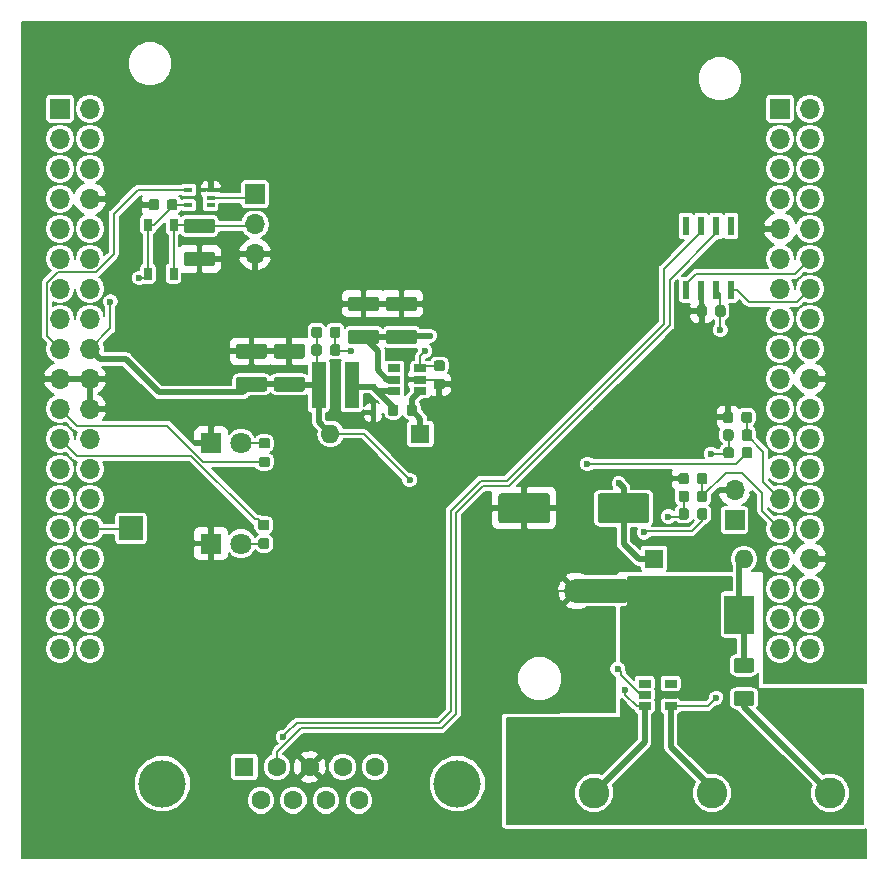
<source format=gbr>
G04 #@! TF.GenerationSoftware,KiCad,Pcbnew,5.0.2-bee76a0~70~ubuntu18.04.1*
G04 #@! TF.CreationDate,2019-08-08T23:41:47+02:00*
G04 #@! TF.ProjectId,adapterBoard,61646170-7465-4724-926f-6172642e6b69,rev?*
G04 #@! TF.SameCoordinates,Original*
G04 #@! TF.FileFunction,Copper,L1,Top*
G04 #@! TF.FilePolarity,Positive*
%FSLAX46Y46*%
G04 Gerber Fmt 4.6, Leading zero omitted, Abs format (unit mm)*
G04 Created by KiCad (PCBNEW 5.0.2-bee76a0~70~ubuntu18.04.1) date Do 08 Aug 2019 23:41:47 CEST*
%MOMM*%
%LPD*%
G01*
G04 APERTURE LIST*
G04 #@! TA.AperFunction,EtchedComponent*
%ADD10C,0.100000*%
G04 #@! TD*
G04 #@! TA.AperFunction,SMDPad,CuDef*
%ADD11R,0.500000X0.500000*%
G04 #@! TD*
G04 #@! TA.AperFunction,Conductor*
%ADD12C,2.000000*%
G04 #@! TD*
G04 #@! TA.AperFunction,Conductor*
%ADD13C,0.100000*%
G04 #@! TD*
G04 #@! TA.AperFunction,SMDPad,CuDef*
%ADD14C,2.500000*%
G04 #@! TD*
G04 #@! TA.AperFunction,SMDPad,CuDef*
%ADD15C,0.875000*%
G04 #@! TD*
G04 #@! TA.AperFunction,SMDPad,CuDef*
%ADD16C,1.250000*%
G04 #@! TD*
G04 #@! TA.AperFunction,ComponentPad*
%ADD17R,1.600000X1.600000*%
G04 #@! TD*
G04 #@! TA.AperFunction,ComponentPad*
%ADD18C,1.600000*%
G04 #@! TD*
G04 #@! TA.AperFunction,ComponentPad*
%ADD19C,4.000000*%
G04 #@! TD*
G04 #@! TA.AperFunction,ComponentPad*
%ADD20R,1.700000X1.700000*%
G04 #@! TD*
G04 #@! TA.AperFunction,ComponentPad*
%ADD21O,1.700000X1.700000*%
G04 #@! TD*
G04 #@! TA.AperFunction,SMDPad,CuDef*
%ADD22R,2.500000X3.300000*%
G04 #@! TD*
G04 #@! TA.AperFunction,ComponentPad*
%ADD23O,1.600000X1.600000*%
G04 #@! TD*
G04 #@! TA.AperFunction,SMDPad,CuDef*
%ADD24R,1.200000X3.900000*%
G04 #@! TD*
G04 #@! TA.AperFunction,ComponentPad*
%ADD25C,1.800000*%
G04 #@! TD*
G04 #@! TA.AperFunction,ComponentPad*
%ADD26R,1.800000X1.800000*%
G04 #@! TD*
G04 #@! TA.AperFunction,SMDPad,CuDef*
%ADD27R,0.600000X1.550000*%
G04 #@! TD*
G04 #@! TA.AperFunction,SMDPad,CuDef*
%ADD28R,1.060000X0.650000*%
G04 #@! TD*
G04 #@! TA.AperFunction,SMDPad,CuDef*
%ADD29R,0.650000X0.400000*%
G04 #@! TD*
G04 #@! TA.AperFunction,ComponentPad*
%ADD30R,2.600000X2.600000*%
G04 #@! TD*
G04 #@! TA.AperFunction,ComponentPad*
%ADD31C,2.600000*%
G04 #@! TD*
G04 #@! TA.AperFunction,SMDPad,CuDef*
%ADD32R,2.000000X2.000000*%
G04 #@! TD*
G04 #@! TA.AperFunction,SMDPad,CuDef*
%ADD33R,0.650000X1.050000*%
G04 #@! TD*
G04 #@! TA.AperFunction,ViaPad*
%ADD34C,0.600000*%
G04 #@! TD*
G04 #@! TA.AperFunction,Conductor*
%ADD35C,0.200000*%
G04 #@! TD*
G04 #@! TA.AperFunction,Conductor*
%ADD36C,0.500000*%
G04 #@! TD*
G04 #@! TA.AperFunction,Conductor*
%ADD37C,0.150000*%
G04 #@! TD*
G04 APERTURE END LIST*
D10*
G04 #@! TO.C,NT1*
G36*
X175700000Y-88200000D02*
X171700000Y-88200000D01*
X171700000Y-86200000D01*
X175700000Y-86200000D01*
X175700000Y-88200000D01*
G37*
G04 #@! TD*
D11*
G04 #@! TO.P,D5,1*
G04 #@! TO.N,Net-(C8-Pad2)*
X154500000Y-69900000D03*
G04 #@! TO.P,D5,2*
G04 #@! TO.N,GND*
X154500000Y-72100000D03*
G04 #@! TD*
D12*
G04 #@! TO.N,GNDPWR*
G04 #@! TO.C,NT1*
X175700000Y-87200000D03*
G04 #@! TO.N,GND*
X171700000Y-87200000D03*
G04 #@! TD*
D13*
G04 #@! TO.N,Net-(C5-Pad1)*
G04 #@! TO.C,C5*
G36*
X177674504Y-78951204D02*
X177698773Y-78954804D01*
X177722571Y-78960765D01*
X177745671Y-78969030D01*
X177767849Y-78979520D01*
X177788893Y-78992133D01*
X177808598Y-79006747D01*
X177826777Y-79023223D01*
X177843253Y-79041402D01*
X177857867Y-79061107D01*
X177870480Y-79082151D01*
X177880970Y-79104329D01*
X177889235Y-79127429D01*
X177895196Y-79151227D01*
X177898796Y-79175496D01*
X177900000Y-79200000D01*
X177900000Y-81200000D01*
X177898796Y-81224504D01*
X177895196Y-81248773D01*
X177889235Y-81272571D01*
X177880970Y-81295671D01*
X177870480Y-81317849D01*
X177857867Y-81338893D01*
X177843253Y-81358598D01*
X177826777Y-81376777D01*
X177808598Y-81393253D01*
X177788893Y-81407867D01*
X177767849Y-81420480D01*
X177745671Y-81430970D01*
X177722571Y-81439235D01*
X177698773Y-81445196D01*
X177674504Y-81448796D01*
X177650000Y-81450000D01*
X173750000Y-81450000D01*
X173725496Y-81448796D01*
X173701227Y-81445196D01*
X173677429Y-81439235D01*
X173654329Y-81430970D01*
X173632151Y-81420480D01*
X173611107Y-81407867D01*
X173591402Y-81393253D01*
X173573223Y-81376777D01*
X173556747Y-81358598D01*
X173542133Y-81338893D01*
X173529520Y-81317849D01*
X173519030Y-81295671D01*
X173510765Y-81272571D01*
X173504804Y-81248773D01*
X173501204Y-81224504D01*
X173500000Y-81200000D01*
X173500000Y-79200000D01*
X173501204Y-79175496D01*
X173504804Y-79151227D01*
X173510765Y-79127429D01*
X173519030Y-79104329D01*
X173529520Y-79082151D01*
X173542133Y-79061107D01*
X173556747Y-79041402D01*
X173573223Y-79023223D01*
X173591402Y-79006747D01*
X173611107Y-78992133D01*
X173632151Y-78979520D01*
X173654329Y-78969030D01*
X173677429Y-78960765D01*
X173701227Y-78954804D01*
X173725496Y-78951204D01*
X173750000Y-78950000D01*
X177650000Y-78950000D01*
X177674504Y-78951204D01*
X177674504Y-78951204D01*
G37*
D14*
G04 #@! TD*
G04 #@! TO.P,C5,1*
G04 #@! TO.N,Net-(C5-Pad1)*
X175700000Y-80200000D03*
D13*
G04 #@! TO.N,GND*
G04 #@! TO.C,C5*
G36*
X169274504Y-78951204D02*
X169298773Y-78954804D01*
X169322571Y-78960765D01*
X169345671Y-78969030D01*
X169367849Y-78979520D01*
X169388893Y-78992133D01*
X169408598Y-79006747D01*
X169426777Y-79023223D01*
X169443253Y-79041402D01*
X169457867Y-79061107D01*
X169470480Y-79082151D01*
X169480970Y-79104329D01*
X169489235Y-79127429D01*
X169495196Y-79151227D01*
X169498796Y-79175496D01*
X169500000Y-79200000D01*
X169500000Y-81200000D01*
X169498796Y-81224504D01*
X169495196Y-81248773D01*
X169489235Y-81272571D01*
X169480970Y-81295671D01*
X169470480Y-81317849D01*
X169457867Y-81338893D01*
X169443253Y-81358598D01*
X169426777Y-81376777D01*
X169408598Y-81393253D01*
X169388893Y-81407867D01*
X169367849Y-81420480D01*
X169345671Y-81430970D01*
X169322571Y-81439235D01*
X169298773Y-81445196D01*
X169274504Y-81448796D01*
X169250000Y-81450000D01*
X165350000Y-81450000D01*
X165325496Y-81448796D01*
X165301227Y-81445196D01*
X165277429Y-81439235D01*
X165254329Y-81430970D01*
X165232151Y-81420480D01*
X165211107Y-81407867D01*
X165191402Y-81393253D01*
X165173223Y-81376777D01*
X165156747Y-81358598D01*
X165142133Y-81338893D01*
X165129520Y-81317849D01*
X165119030Y-81295671D01*
X165110765Y-81272571D01*
X165104804Y-81248773D01*
X165101204Y-81224504D01*
X165100000Y-81200000D01*
X165100000Y-79200000D01*
X165101204Y-79175496D01*
X165104804Y-79151227D01*
X165110765Y-79127429D01*
X165119030Y-79104329D01*
X165129520Y-79082151D01*
X165142133Y-79061107D01*
X165156747Y-79041402D01*
X165173223Y-79023223D01*
X165191402Y-79006747D01*
X165211107Y-78992133D01*
X165232151Y-78979520D01*
X165254329Y-78969030D01*
X165277429Y-78960765D01*
X165301227Y-78954804D01*
X165325496Y-78951204D01*
X165350000Y-78950000D01*
X169250000Y-78950000D01*
X169274504Y-78951204D01*
X169274504Y-78951204D01*
G37*
D14*
G04 #@! TD*
G04 #@! TO.P,C5,2*
G04 #@! TO.N,GND*
X167300000Y-80200000D03*
D13*
G04 #@! TO.N,GND*
G04 #@! TO.C,C2*
G36*
X184790191Y-72026053D02*
X184811426Y-72029203D01*
X184832250Y-72034419D01*
X184852462Y-72041651D01*
X184871868Y-72050830D01*
X184890281Y-72061866D01*
X184907524Y-72074654D01*
X184923430Y-72089070D01*
X184937846Y-72104976D01*
X184950634Y-72122219D01*
X184961670Y-72140632D01*
X184970849Y-72160038D01*
X184978081Y-72180250D01*
X184983297Y-72201074D01*
X184986447Y-72222309D01*
X184987500Y-72243750D01*
X184987500Y-72756250D01*
X184986447Y-72777691D01*
X184983297Y-72798926D01*
X184978081Y-72819750D01*
X184970849Y-72839962D01*
X184961670Y-72859368D01*
X184950634Y-72877781D01*
X184937846Y-72895024D01*
X184923430Y-72910930D01*
X184907524Y-72925346D01*
X184890281Y-72938134D01*
X184871868Y-72949170D01*
X184852462Y-72958349D01*
X184832250Y-72965581D01*
X184811426Y-72970797D01*
X184790191Y-72973947D01*
X184768750Y-72975000D01*
X184331250Y-72975000D01*
X184309809Y-72973947D01*
X184288574Y-72970797D01*
X184267750Y-72965581D01*
X184247538Y-72958349D01*
X184228132Y-72949170D01*
X184209719Y-72938134D01*
X184192476Y-72925346D01*
X184176570Y-72910930D01*
X184162154Y-72895024D01*
X184149366Y-72877781D01*
X184138330Y-72859368D01*
X184129151Y-72839962D01*
X184121919Y-72819750D01*
X184116703Y-72798926D01*
X184113553Y-72777691D01*
X184112500Y-72756250D01*
X184112500Y-72243750D01*
X184113553Y-72222309D01*
X184116703Y-72201074D01*
X184121919Y-72180250D01*
X184129151Y-72160038D01*
X184138330Y-72140632D01*
X184149366Y-72122219D01*
X184162154Y-72104976D01*
X184176570Y-72089070D01*
X184192476Y-72074654D01*
X184209719Y-72061866D01*
X184228132Y-72050830D01*
X184247538Y-72041651D01*
X184267750Y-72034419D01*
X184288574Y-72029203D01*
X184309809Y-72026053D01*
X184331250Y-72025000D01*
X184768750Y-72025000D01*
X184790191Y-72026053D01*
X184790191Y-72026053D01*
G37*
D15*
G04 #@! TD*
G04 #@! TO.P,C2,2*
G04 #@! TO.N,GND*
X184550000Y-72500000D03*
D13*
G04 #@! TO.N,/SW01*
G04 #@! TO.C,C2*
G36*
X186365191Y-72026053D02*
X186386426Y-72029203D01*
X186407250Y-72034419D01*
X186427462Y-72041651D01*
X186446868Y-72050830D01*
X186465281Y-72061866D01*
X186482524Y-72074654D01*
X186498430Y-72089070D01*
X186512846Y-72104976D01*
X186525634Y-72122219D01*
X186536670Y-72140632D01*
X186545849Y-72160038D01*
X186553081Y-72180250D01*
X186558297Y-72201074D01*
X186561447Y-72222309D01*
X186562500Y-72243750D01*
X186562500Y-72756250D01*
X186561447Y-72777691D01*
X186558297Y-72798926D01*
X186553081Y-72819750D01*
X186545849Y-72839962D01*
X186536670Y-72859368D01*
X186525634Y-72877781D01*
X186512846Y-72895024D01*
X186498430Y-72910930D01*
X186482524Y-72925346D01*
X186465281Y-72938134D01*
X186446868Y-72949170D01*
X186427462Y-72958349D01*
X186407250Y-72965581D01*
X186386426Y-72970797D01*
X186365191Y-72973947D01*
X186343750Y-72975000D01*
X185906250Y-72975000D01*
X185884809Y-72973947D01*
X185863574Y-72970797D01*
X185842750Y-72965581D01*
X185822538Y-72958349D01*
X185803132Y-72949170D01*
X185784719Y-72938134D01*
X185767476Y-72925346D01*
X185751570Y-72910930D01*
X185737154Y-72895024D01*
X185724366Y-72877781D01*
X185713330Y-72859368D01*
X185704151Y-72839962D01*
X185696919Y-72819750D01*
X185691703Y-72798926D01*
X185688553Y-72777691D01*
X185687500Y-72756250D01*
X185687500Y-72243750D01*
X185688553Y-72222309D01*
X185691703Y-72201074D01*
X185696919Y-72180250D01*
X185704151Y-72160038D01*
X185713330Y-72140632D01*
X185724366Y-72122219D01*
X185737154Y-72104976D01*
X185751570Y-72089070D01*
X185767476Y-72074654D01*
X185784719Y-72061866D01*
X185803132Y-72050830D01*
X185822538Y-72041651D01*
X185842750Y-72034419D01*
X185863574Y-72029203D01*
X185884809Y-72026053D01*
X185906250Y-72025000D01*
X186343750Y-72025000D01*
X186365191Y-72026053D01*
X186365191Y-72026053D01*
G37*
D15*
G04 #@! TD*
G04 #@! TO.P,C2,1*
G04 #@! TO.N,/SW01*
X186125000Y-72500000D03*
D13*
G04 #@! TO.N,+5V*
G04 #@! TO.C,C3*
G36*
X137740191Y-54026053D02*
X137761426Y-54029203D01*
X137782250Y-54034419D01*
X137802462Y-54041651D01*
X137821868Y-54050830D01*
X137840281Y-54061866D01*
X137857524Y-54074654D01*
X137873430Y-54089070D01*
X137887846Y-54104976D01*
X137900634Y-54122219D01*
X137911670Y-54140632D01*
X137920849Y-54160038D01*
X137928081Y-54180250D01*
X137933297Y-54201074D01*
X137936447Y-54222309D01*
X137937500Y-54243750D01*
X137937500Y-54756250D01*
X137936447Y-54777691D01*
X137933297Y-54798926D01*
X137928081Y-54819750D01*
X137920849Y-54839962D01*
X137911670Y-54859368D01*
X137900634Y-54877781D01*
X137887846Y-54895024D01*
X137873430Y-54910930D01*
X137857524Y-54925346D01*
X137840281Y-54938134D01*
X137821868Y-54949170D01*
X137802462Y-54958349D01*
X137782250Y-54965581D01*
X137761426Y-54970797D01*
X137740191Y-54973947D01*
X137718750Y-54975000D01*
X137281250Y-54975000D01*
X137259809Y-54973947D01*
X137238574Y-54970797D01*
X137217750Y-54965581D01*
X137197538Y-54958349D01*
X137178132Y-54949170D01*
X137159719Y-54938134D01*
X137142476Y-54925346D01*
X137126570Y-54910930D01*
X137112154Y-54895024D01*
X137099366Y-54877781D01*
X137088330Y-54859368D01*
X137079151Y-54839962D01*
X137071919Y-54819750D01*
X137066703Y-54798926D01*
X137063553Y-54777691D01*
X137062500Y-54756250D01*
X137062500Y-54243750D01*
X137063553Y-54222309D01*
X137066703Y-54201074D01*
X137071919Y-54180250D01*
X137079151Y-54160038D01*
X137088330Y-54140632D01*
X137099366Y-54122219D01*
X137112154Y-54104976D01*
X137126570Y-54089070D01*
X137142476Y-54074654D01*
X137159719Y-54061866D01*
X137178132Y-54050830D01*
X137197538Y-54041651D01*
X137217750Y-54034419D01*
X137238574Y-54029203D01*
X137259809Y-54026053D01*
X137281250Y-54025000D01*
X137718750Y-54025000D01*
X137740191Y-54026053D01*
X137740191Y-54026053D01*
G37*
D15*
G04 #@! TD*
G04 #@! TO.P,C3,1*
G04 #@! TO.N,+5V*
X137500000Y-54500000D03*
D13*
G04 #@! TO.N,GND*
G04 #@! TO.C,C3*
G36*
X136165191Y-54026053D02*
X136186426Y-54029203D01*
X136207250Y-54034419D01*
X136227462Y-54041651D01*
X136246868Y-54050830D01*
X136265281Y-54061866D01*
X136282524Y-54074654D01*
X136298430Y-54089070D01*
X136312846Y-54104976D01*
X136325634Y-54122219D01*
X136336670Y-54140632D01*
X136345849Y-54160038D01*
X136353081Y-54180250D01*
X136358297Y-54201074D01*
X136361447Y-54222309D01*
X136362500Y-54243750D01*
X136362500Y-54756250D01*
X136361447Y-54777691D01*
X136358297Y-54798926D01*
X136353081Y-54819750D01*
X136345849Y-54839962D01*
X136336670Y-54859368D01*
X136325634Y-54877781D01*
X136312846Y-54895024D01*
X136298430Y-54910930D01*
X136282524Y-54925346D01*
X136265281Y-54938134D01*
X136246868Y-54949170D01*
X136227462Y-54958349D01*
X136207250Y-54965581D01*
X136186426Y-54970797D01*
X136165191Y-54973947D01*
X136143750Y-54975000D01*
X135706250Y-54975000D01*
X135684809Y-54973947D01*
X135663574Y-54970797D01*
X135642750Y-54965581D01*
X135622538Y-54958349D01*
X135603132Y-54949170D01*
X135584719Y-54938134D01*
X135567476Y-54925346D01*
X135551570Y-54910930D01*
X135537154Y-54895024D01*
X135524366Y-54877781D01*
X135513330Y-54859368D01*
X135504151Y-54839962D01*
X135496919Y-54819750D01*
X135491703Y-54798926D01*
X135488553Y-54777691D01*
X135487500Y-54756250D01*
X135487500Y-54243750D01*
X135488553Y-54222309D01*
X135491703Y-54201074D01*
X135496919Y-54180250D01*
X135504151Y-54160038D01*
X135513330Y-54140632D01*
X135524366Y-54122219D01*
X135537154Y-54104976D01*
X135551570Y-54089070D01*
X135567476Y-54074654D01*
X135584719Y-54061866D01*
X135603132Y-54050830D01*
X135622538Y-54041651D01*
X135642750Y-54034419D01*
X135663574Y-54029203D01*
X135684809Y-54026053D01*
X135706250Y-54025000D01*
X136143750Y-54025000D01*
X136165191Y-54026053D01*
X136165191Y-54026053D01*
G37*
D15*
G04 #@! TD*
G04 #@! TO.P,C3,2*
G04 #@! TO.N,GND*
X135925000Y-54500000D03*
D13*
G04 #@! TO.N,GND*
G04 #@! TO.C,C4*
G36*
X182565191Y-63026053D02*
X182586426Y-63029203D01*
X182607250Y-63034419D01*
X182627462Y-63041651D01*
X182646868Y-63050830D01*
X182665281Y-63061866D01*
X182682524Y-63074654D01*
X182698430Y-63089070D01*
X182712846Y-63104976D01*
X182725634Y-63122219D01*
X182736670Y-63140632D01*
X182745849Y-63160038D01*
X182753081Y-63180250D01*
X182758297Y-63201074D01*
X182761447Y-63222309D01*
X182762500Y-63243750D01*
X182762500Y-63756250D01*
X182761447Y-63777691D01*
X182758297Y-63798926D01*
X182753081Y-63819750D01*
X182745849Y-63839962D01*
X182736670Y-63859368D01*
X182725634Y-63877781D01*
X182712846Y-63895024D01*
X182698430Y-63910930D01*
X182682524Y-63925346D01*
X182665281Y-63938134D01*
X182646868Y-63949170D01*
X182627462Y-63958349D01*
X182607250Y-63965581D01*
X182586426Y-63970797D01*
X182565191Y-63973947D01*
X182543750Y-63975000D01*
X182106250Y-63975000D01*
X182084809Y-63973947D01*
X182063574Y-63970797D01*
X182042750Y-63965581D01*
X182022538Y-63958349D01*
X182003132Y-63949170D01*
X181984719Y-63938134D01*
X181967476Y-63925346D01*
X181951570Y-63910930D01*
X181937154Y-63895024D01*
X181924366Y-63877781D01*
X181913330Y-63859368D01*
X181904151Y-63839962D01*
X181896919Y-63819750D01*
X181891703Y-63798926D01*
X181888553Y-63777691D01*
X181887500Y-63756250D01*
X181887500Y-63243750D01*
X181888553Y-63222309D01*
X181891703Y-63201074D01*
X181896919Y-63180250D01*
X181904151Y-63160038D01*
X181913330Y-63140632D01*
X181924366Y-63122219D01*
X181937154Y-63104976D01*
X181951570Y-63089070D01*
X181967476Y-63074654D01*
X181984719Y-63061866D01*
X182003132Y-63050830D01*
X182022538Y-63041651D01*
X182042750Y-63034419D01*
X182063574Y-63029203D01*
X182084809Y-63026053D01*
X182106250Y-63025000D01*
X182543750Y-63025000D01*
X182565191Y-63026053D01*
X182565191Y-63026053D01*
G37*
D15*
G04 #@! TD*
G04 #@! TO.P,C4,2*
G04 #@! TO.N,GND*
X182325000Y-63500000D03*
D13*
G04 #@! TO.N,+3V3*
G04 #@! TO.C,C4*
G36*
X184140191Y-63026053D02*
X184161426Y-63029203D01*
X184182250Y-63034419D01*
X184202462Y-63041651D01*
X184221868Y-63050830D01*
X184240281Y-63061866D01*
X184257524Y-63074654D01*
X184273430Y-63089070D01*
X184287846Y-63104976D01*
X184300634Y-63122219D01*
X184311670Y-63140632D01*
X184320849Y-63160038D01*
X184328081Y-63180250D01*
X184333297Y-63201074D01*
X184336447Y-63222309D01*
X184337500Y-63243750D01*
X184337500Y-63756250D01*
X184336447Y-63777691D01*
X184333297Y-63798926D01*
X184328081Y-63819750D01*
X184320849Y-63839962D01*
X184311670Y-63859368D01*
X184300634Y-63877781D01*
X184287846Y-63895024D01*
X184273430Y-63910930D01*
X184257524Y-63925346D01*
X184240281Y-63938134D01*
X184221868Y-63949170D01*
X184202462Y-63958349D01*
X184182250Y-63965581D01*
X184161426Y-63970797D01*
X184140191Y-63973947D01*
X184118750Y-63975000D01*
X183681250Y-63975000D01*
X183659809Y-63973947D01*
X183638574Y-63970797D01*
X183617750Y-63965581D01*
X183597538Y-63958349D01*
X183578132Y-63949170D01*
X183559719Y-63938134D01*
X183542476Y-63925346D01*
X183526570Y-63910930D01*
X183512154Y-63895024D01*
X183499366Y-63877781D01*
X183488330Y-63859368D01*
X183479151Y-63839962D01*
X183471919Y-63819750D01*
X183466703Y-63798926D01*
X183463553Y-63777691D01*
X183462500Y-63756250D01*
X183462500Y-63243750D01*
X183463553Y-63222309D01*
X183466703Y-63201074D01*
X183471919Y-63180250D01*
X183479151Y-63160038D01*
X183488330Y-63140632D01*
X183499366Y-63122219D01*
X183512154Y-63104976D01*
X183526570Y-63089070D01*
X183542476Y-63074654D01*
X183559719Y-63061866D01*
X183578132Y-63050830D01*
X183597538Y-63041651D01*
X183617750Y-63034419D01*
X183638574Y-63029203D01*
X183659809Y-63026053D01*
X183681250Y-63025000D01*
X184118750Y-63025000D01*
X184140191Y-63026053D01*
X184140191Y-63026053D01*
G37*
D15*
G04 #@! TD*
G04 #@! TO.P,C4,1*
G04 #@! TO.N,+3V3*
X183900000Y-63500000D03*
D13*
G04 #@! TO.N,/SW02*
G04 #@! TO.C,C1*
G36*
X182601115Y-77211302D02*
X182622350Y-77214452D01*
X182643174Y-77219668D01*
X182663386Y-77226900D01*
X182682792Y-77236079D01*
X182701205Y-77247115D01*
X182718448Y-77259903D01*
X182734354Y-77274319D01*
X182748770Y-77290225D01*
X182761558Y-77307468D01*
X182772594Y-77325881D01*
X182781773Y-77345287D01*
X182789005Y-77365499D01*
X182794221Y-77386323D01*
X182797371Y-77407558D01*
X182798424Y-77428999D01*
X182798424Y-77941499D01*
X182797371Y-77962940D01*
X182794221Y-77984175D01*
X182789005Y-78004999D01*
X182781773Y-78025211D01*
X182772594Y-78044617D01*
X182761558Y-78063030D01*
X182748770Y-78080273D01*
X182734354Y-78096179D01*
X182718448Y-78110595D01*
X182701205Y-78123383D01*
X182682792Y-78134419D01*
X182663386Y-78143598D01*
X182643174Y-78150830D01*
X182622350Y-78156046D01*
X182601115Y-78159196D01*
X182579674Y-78160249D01*
X182142174Y-78160249D01*
X182120733Y-78159196D01*
X182099498Y-78156046D01*
X182078674Y-78150830D01*
X182058462Y-78143598D01*
X182039056Y-78134419D01*
X182020643Y-78123383D01*
X182003400Y-78110595D01*
X181987494Y-78096179D01*
X181973078Y-78080273D01*
X181960290Y-78063030D01*
X181949254Y-78044617D01*
X181940075Y-78025211D01*
X181932843Y-78004999D01*
X181927627Y-77984175D01*
X181924477Y-77962940D01*
X181923424Y-77941499D01*
X181923424Y-77428999D01*
X181924477Y-77407558D01*
X181927627Y-77386323D01*
X181932843Y-77365499D01*
X181940075Y-77345287D01*
X181949254Y-77325881D01*
X181960290Y-77307468D01*
X181973078Y-77290225D01*
X181987494Y-77274319D01*
X182003400Y-77259903D01*
X182020643Y-77247115D01*
X182039056Y-77236079D01*
X182058462Y-77226900D01*
X182078674Y-77219668D01*
X182099498Y-77214452D01*
X182120733Y-77211302D01*
X182142174Y-77210249D01*
X182579674Y-77210249D01*
X182601115Y-77211302D01*
X182601115Y-77211302D01*
G37*
D15*
G04 #@! TD*
G04 #@! TO.P,C1,1*
G04 #@! TO.N,/SW02*
X182360924Y-77685249D03*
D13*
G04 #@! TO.N,GND*
G04 #@! TO.C,C1*
G36*
X181026115Y-77211302D02*
X181047350Y-77214452D01*
X181068174Y-77219668D01*
X181088386Y-77226900D01*
X181107792Y-77236079D01*
X181126205Y-77247115D01*
X181143448Y-77259903D01*
X181159354Y-77274319D01*
X181173770Y-77290225D01*
X181186558Y-77307468D01*
X181197594Y-77325881D01*
X181206773Y-77345287D01*
X181214005Y-77365499D01*
X181219221Y-77386323D01*
X181222371Y-77407558D01*
X181223424Y-77428999D01*
X181223424Y-77941499D01*
X181222371Y-77962940D01*
X181219221Y-77984175D01*
X181214005Y-78004999D01*
X181206773Y-78025211D01*
X181197594Y-78044617D01*
X181186558Y-78063030D01*
X181173770Y-78080273D01*
X181159354Y-78096179D01*
X181143448Y-78110595D01*
X181126205Y-78123383D01*
X181107792Y-78134419D01*
X181088386Y-78143598D01*
X181068174Y-78150830D01*
X181047350Y-78156046D01*
X181026115Y-78159196D01*
X181004674Y-78160249D01*
X180567174Y-78160249D01*
X180545733Y-78159196D01*
X180524498Y-78156046D01*
X180503674Y-78150830D01*
X180483462Y-78143598D01*
X180464056Y-78134419D01*
X180445643Y-78123383D01*
X180428400Y-78110595D01*
X180412494Y-78096179D01*
X180398078Y-78080273D01*
X180385290Y-78063030D01*
X180374254Y-78044617D01*
X180365075Y-78025211D01*
X180357843Y-78004999D01*
X180352627Y-77984175D01*
X180349477Y-77962940D01*
X180348424Y-77941499D01*
X180348424Y-77428999D01*
X180349477Y-77407558D01*
X180352627Y-77386323D01*
X180357843Y-77365499D01*
X180365075Y-77345287D01*
X180374254Y-77325881D01*
X180385290Y-77307468D01*
X180398078Y-77290225D01*
X180412494Y-77274319D01*
X180428400Y-77259903D01*
X180445643Y-77247115D01*
X180464056Y-77236079D01*
X180483462Y-77226900D01*
X180503674Y-77219668D01*
X180524498Y-77214452D01*
X180545733Y-77211302D01*
X180567174Y-77210249D01*
X181004674Y-77210249D01*
X181026115Y-77211302D01*
X181026115Y-77211302D01*
G37*
D15*
G04 #@! TD*
G04 #@! TO.P,C1,2*
G04 #@! TO.N,GND*
X180785924Y-77685249D03*
D13*
G04 #@! TO.N,Net-(C8-Pad2)*
G04 #@! TO.C,C8*
G36*
X156440191Y-71426053D02*
X156461426Y-71429203D01*
X156482250Y-71434419D01*
X156502462Y-71441651D01*
X156521868Y-71450830D01*
X156540281Y-71461866D01*
X156557524Y-71474654D01*
X156573430Y-71489070D01*
X156587846Y-71504976D01*
X156600634Y-71522219D01*
X156611670Y-71540632D01*
X156620849Y-71560038D01*
X156628081Y-71580250D01*
X156633297Y-71601074D01*
X156636447Y-71622309D01*
X156637500Y-71643750D01*
X156637500Y-72156250D01*
X156636447Y-72177691D01*
X156633297Y-72198926D01*
X156628081Y-72219750D01*
X156620849Y-72239962D01*
X156611670Y-72259368D01*
X156600634Y-72277781D01*
X156587846Y-72295024D01*
X156573430Y-72310930D01*
X156557524Y-72325346D01*
X156540281Y-72338134D01*
X156521868Y-72349170D01*
X156502462Y-72358349D01*
X156482250Y-72365581D01*
X156461426Y-72370797D01*
X156440191Y-72373947D01*
X156418750Y-72375000D01*
X155981250Y-72375000D01*
X155959809Y-72373947D01*
X155938574Y-72370797D01*
X155917750Y-72365581D01*
X155897538Y-72358349D01*
X155878132Y-72349170D01*
X155859719Y-72338134D01*
X155842476Y-72325346D01*
X155826570Y-72310930D01*
X155812154Y-72295024D01*
X155799366Y-72277781D01*
X155788330Y-72259368D01*
X155779151Y-72239962D01*
X155771919Y-72219750D01*
X155766703Y-72198926D01*
X155763553Y-72177691D01*
X155762500Y-72156250D01*
X155762500Y-71643750D01*
X155763553Y-71622309D01*
X155766703Y-71601074D01*
X155771919Y-71580250D01*
X155779151Y-71560038D01*
X155788330Y-71540632D01*
X155799366Y-71522219D01*
X155812154Y-71504976D01*
X155826570Y-71489070D01*
X155842476Y-71474654D01*
X155859719Y-71461866D01*
X155878132Y-71450830D01*
X155897538Y-71441651D01*
X155917750Y-71434419D01*
X155938574Y-71429203D01*
X155959809Y-71426053D01*
X155981250Y-71425000D01*
X156418750Y-71425000D01*
X156440191Y-71426053D01*
X156440191Y-71426053D01*
G37*
D15*
G04 #@! TD*
G04 #@! TO.P,C8,2*
G04 #@! TO.N,Net-(C8-Pad2)*
X156200000Y-71900000D03*
D13*
G04 #@! TO.N,Net-(C8-Pad1)*
G04 #@! TO.C,C8*
G36*
X158015191Y-71426053D02*
X158036426Y-71429203D01*
X158057250Y-71434419D01*
X158077462Y-71441651D01*
X158096868Y-71450830D01*
X158115281Y-71461866D01*
X158132524Y-71474654D01*
X158148430Y-71489070D01*
X158162846Y-71504976D01*
X158175634Y-71522219D01*
X158186670Y-71540632D01*
X158195849Y-71560038D01*
X158203081Y-71580250D01*
X158208297Y-71601074D01*
X158211447Y-71622309D01*
X158212500Y-71643750D01*
X158212500Y-72156250D01*
X158211447Y-72177691D01*
X158208297Y-72198926D01*
X158203081Y-72219750D01*
X158195849Y-72239962D01*
X158186670Y-72259368D01*
X158175634Y-72277781D01*
X158162846Y-72295024D01*
X158148430Y-72310930D01*
X158132524Y-72325346D01*
X158115281Y-72338134D01*
X158096868Y-72349170D01*
X158077462Y-72358349D01*
X158057250Y-72365581D01*
X158036426Y-72370797D01*
X158015191Y-72373947D01*
X157993750Y-72375000D01*
X157556250Y-72375000D01*
X157534809Y-72373947D01*
X157513574Y-72370797D01*
X157492750Y-72365581D01*
X157472538Y-72358349D01*
X157453132Y-72349170D01*
X157434719Y-72338134D01*
X157417476Y-72325346D01*
X157401570Y-72310930D01*
X157387154Y-72295024D01*
X157374366Y-72277781D01*
X157363330Y-72259368D01*
X157354151Y-72239962D01*
X157346919Y-72219750D01*
X157341703Y-72198926D01*
X157338553Y-72177691D01*
X157337500Y-72156250D01*
X157337500Y-71643750D01*
X157338553Y-71622309D01*
X157341703Y-71601074D01*
X157346919Y-71580250D01*
X157354151Y-71560038D01*
X157363330Y-71540632D01*
X157374366Y-71522219D01*
X157387154Y-71504976D01*
X157401570Y-71489070D01*
X157417476Y-71474654D01*
X157434719Y-71461866D01*
X157453132Y-71450830D01*
X157472538Y-71441651D01*
X157492750Y-71434419D01*
X157513574Y-71429203D01*
X157534809Y-71426053D01*
X157556250Y-71425000D01*
X157993750Y-71425000D01*
X158015191Y-71426053D01*
X158015191Y-71426053D01*
G37*
D15*
G04 #@! TD*
G04 #@! TO.P,C8,1*
G04 #@! TO.N,Net-(C8-Pad1)*
X157775000Y-71900000D03*
D13*
G04 #@! TO.N,+5V*
G04 #@! TO.C,C9*
G36*
X149952691Y-66326053D02*
X149973926Y-66329203D01*
X149994750Y-66334419D01*
X150014962Y-66341651D01*
X150034368Y-66350830D01*
X150052781Y-66361866D01*
X150070024Y-66374654D01*
X150085930Y-66389070D01*
X150100346Y-66404976D01*
X150113134Y-66422219D01*
X150124170Y-66440632D01*
X150133349Y-66460038D01*
X150140581Y-66480250D01*
X150145797Y-66501074D01*
X150148947Y-66522309D01*
X150150000Y-66543750D01*
X150150000Y-67056250D01*
X150148947Y-67077691D01*
X150145797Y-67098926D01*
X150140581Y-67119750D01*
X150133349Y-67139962D01*
X150124170Y-67159368D01*
X150113134Y-67177781D01*
X150100346Y-67195024D01*
X150085930Y-67210930D01*
X150070024Y-67225346D01*
X150052781Y-67238134D01*
X150034368Y-67249170D01*
X150014962Y-67258349D01*
X149994750Y-67265581D01*
X149973926Y-67270797D01*
X149952691Y-67273947D01*
X149931250Y-67275000D01*
X149493750Y-67275000D01*
X149472309Y-67273947D01*
X149451074Y-67270797D01*
X149430250Y-67265581D01*
X149410038Y-67258349D01*
X149390632Y-67249170D01*
X149372219Y-67238134D01*
X149354976Y-67225346D01*
X149339070Y-67210930D01*
X149324654Y-67195024D01*
X149311866Y-67177781D01*
X149300830Y-67159368D01*
X149291651Y-67139962D01*
X149284419Y-67119750D01*
X149279203Y-67098926D01*
X149276053Y-67077691D01*
X149275000Y-67056250D01*
X149275000Y-66543750D01*
X149276053Y-66522309D01*
X149279203Y-66501074D01*
X149284419Y-66480250D01*
X149291651Y-66460038D01*
X149300830Y-66440632D01*
X149311866Y-66422219D01*
X149324654Y-66404976D01*
X149339070Y-66389070D01*
X149354976Y-66374654D01*
X149372219Y-66361866D01*
X149390632Y-66350830D01*
X149410038Y-66341651D01*
X149430250Y-66334419D01*
X149451074Y-66329203D01*
X149472309Y-66326053D01*
X149493750Y-66325000D01*
X149931250Y-66325000D01*
X149952691Y-66326053D01*
X149952691Y-66326053D01*
G37*
D15*
G04 #@! TD*
G04 #@! TO.P,C9,1*
G04 #@! TO.N,+5V*
X149712500Y-66800000D03*
D13*
G04 #@! TO.N,Net-(C9-Pad2)*
G04 #@! TO.C,C9*
G36*
X151527691Y-66326053D02*
X151548926Y-66329203D01*
X151569750Y-66334419D01*
X151589962Y-66341651D01*
X151609368Y-66350830D01*
X151627781Y-66361866D01*
X151645024Y-66374654D01*
X151660930Y-66389070D01*
X151675346Y-66404976D01*
X151688134Y-66422219D01*
X151699170Y-66440632D01*
X151708349Y-66460038D01*
X151715581Y-66480250D01*
X151720797Y-66501074D01*
X151723947Y-66522309D01*
X151725000Y-66543750D01*
X151725000Y-67056250D01*
X151723947Y-67077691D01*
X151720797Y-67098926D01*
X151715581Y-67119750D01*
X151708349Y-67139962D01*
X151699170Y-67159368D01*
X151688134Y-67177781D01*
X151675346Y-67195024D01*
X151660930Y-67210930D01*
X151645024Y-67225346D01*
X151627781Y-67238134D01*
X151609368Y-67249170D01*
X151589962Y-67258349D01*
X151569750Y-67265581D01*
X151548926Y-67270797D01*
X151527691Y-67273947D01*
X151506250Y-67275000D01*
X151068750Y-67275000D01*
X151047309Y-67273947D01*
X151026074Y-67270797D01*
X151005250Y-67265581D01*
X150985038Y-67258349D01*
X150965632Y-67249170D01*
X150947219Y-67238134D01*
X150929976Y-67225346D01*
X150914070Y-67210930D01*
X150899654Y-67195024D01*
X150886866Y-67177781D01*
X150875830Y-67159368D01*
X150866651Y-67139962D01*
X150859419Y-67119750D01*
X150854203Y-67098926D01*
X150851053Y-67077691D01*
X150850000Y-67056250D01*
X150850000Y-66543750D01*
X150851053Y-66522309D01*
X150854203Y-66501074D01*
X150859419Y-66480250D01*
X150866651Y-66460038D01*
X150875830Y-66440632D01*
X150886866Y-66422219D01*
X150899654Y-66404976D01*
X150914070Y-66389070D01*
X150929976Y-66374654D01*
X150947219Y-66361866D01*
X150965632Y-66350830D01*
X150985038Y-66341651D01*
X151005250Y-66334419D01*
X151026074Y-66329203D01*
X151047309Y-66326053D01*
X151068750Y-66325000D01*
X151506250Y-66325000D01*
X151527691Y-66326053D01*
X151527691Y-66326053D01*
G37*
D15*
G04 #@! TD*
G04 #@! TO.P,C9,2*
G04 #@! TO.N,Net-(C9-Pad2)*
X151287500Y-66800000D03*
D13*
G04 #@! TO.N,+5V*
G04 #@! TO.C,C11*
G36*
X148499504Y-69076204D02*
X148523773Y-69079804D01*
X148547571Y-69085765D01*
X148570671Y-69094030D01*
X148592849Y-69104520D01*
X148613893Y-69117133D01*
X148633598Y-69131747D01*
X148651777Y-69148223D01*
X148668253Y-69166402D01*
X148682867Y-69186107D01*
X148695480Y-69207151D01*
X148705970Y-69229329D01*
X148714235Y-69252429D01*
X148720196Y-69276227D01*
X148723796Y-69300496D01*
X148725000Y-69325000D01*
X148725000Y-70075000D01*
X148723796Y-70099504D01*
X148720196Y-70123773D01*
X148714235Y-70147571D01*
X148705970Y-70170671D01*
X148695480Y-70192849D01*
X148682867Y-70213893D01*
X148668253Y-70233598D01*
X148651777Y-70251777D01*
X148633598Y-70268253D01*
X148613893Y-70282867D01*
X148592849Y-70295480D01*
X148570671Y-70305970D01*
X148547571Y-70314235D01*
X148523773Y-70320196D01*
X148499504Y-70323796D01*
X148475000Y-70325000D01*
X146325000Y-70325000D01*
X146300496Y-70323796D01*
X146276227Y-70320196D01*
X146252429Y-70314235D01*
X146229329Y-70305970D01*
X146207151Y-70295480D01*
X146186107Y-70282867D01*
X146166402Y-70268253D01*
X146148223Y-70251777D01*
X146131747Y-70233598D01*
X146117133Y-70213893D01*
X146104520Y-70192849D01*
X146094030Y-70170671D01*
X146085765Y-70147571D01*
X146079804Y-70123773D01*
X146076204Y-70099504D01*
X146075000Y-70075000D01*
X146075000Y-69325000D01*
X146076204Y-69300496D01*
X146079804Y-69276227D01*
X146085765Y-69252429D01*
X146094030Y-69229329D01*
X146104520Y-69207151D01*
X146117133Y-69186107D01*
X146131747Y-69166402D01*
X146148223Y-69148223D01*
X146166402Y-69131747D01*
X146186107Y-69117133D01*
X146207151Y-69104520D01*
X146229329Y-69094030D01*
X146252429Y-69085765D01*
X146276227Y-69079804D01*
X146300496Y-69076204D01*
X146325000Y-69075000D01*
X148475000Y-69075000D01*
X148499504Y-69076204D01*
X148499504Y-69076204D01*
G37*
D16*
G04 #@! TD*
G04 #@! TO.P,C11,1*
G04 #@! TO.N,+5V*
X147400000Y-69700000D03*
D13*
G04 #@! TO.N,GND*
G04 #@! TO.C,C11*
G36*
X148499504Y-66276204D02*
X148523773Y-66279804D01*
X148547571Y-66285765D01*
X148570671Y-66294030D01*
X148592849Y-66304520D01*
X148613893Y-66317133D01*
X148633598Y-66331747D01*
X148651777Y-66348223D01*
X148668253Y-66366402D01*
X148682867Y-66386107D01*
X148695480Y-66407151D01*
X148705970Y-66429329D01*
X148714235Y-66452429D01*
X148720196Y-66476227D01*
X148723796Y-66500496D01*
X148725000Y-66525000D01*
X148725000Y-67275000D01*
X148723796Y-67299504D01*
X148720196Y-67323773D01*
X148714235Y-67347571D01*
X148705970Y-67370671D01*
X148695480Y-67392849D01*
X148682867Y-67413893D01*
X148668253Y-67433598D01*
X148651777Y-67451777D01*
X148633598Y-67468253D01*
X148613893Y-67482867D01*
X148592849Y-67495480D01*
X148570671Y-67505970D01*
X148547571Y-67514235D01*
X148523773Y-67520196D01*
X148499504Y-67523796D01*
X148475000Y-67525000D01*
X146325000Y-67525000D01*
X146300496Y-67523796D01*
X146276227Y-67520196D01*
X146252429Y-67514235D01*
X146229329Y-67505970D01*
X146207151Y-67495480D01*
X146186107Y-67482867D01*
X146166402Y-67468253D01*
X146148223Y-67451777D01*
X146131747Y-67433598D01*
X146117133Y-67413893D01*
X146104520Y-67392849D01*
X146094030Y-67370671D01*
X146085765Y-67347571D01*
X146079804Y-67323773D01*
X146076204Y-67299504D01*
X146075000Y-67275000D01*
X146075000Y-66525000D01*
X146076204Y-66500496D01*
X146079804Y-66476227D01*
X146085765Y-66452429D01*
X146094030Y-66429329D01*
X146104520Y-66407151D01*
X146117133Y-66386107D01*
X146131747Y-66366402D01*
X146148223Y-66348223D01*
X146166402Y-66331747D01*
X146186107Y-66317133D01*
X146207151Y-66304520D01*
X146229329Y-66294030D01*
X146252429Y-66285765D01*
X146276227Y-66279804D01*
X146300496Y-66276204D01*
X146325000Y-66275000D01*
X148475000Y-66275000D01*
X148499504Y-66276204D01*
X148499504Y-66276204D01*
G37*
D16*
G04 #@! TD*
G04 #@! TO.P,C11,2*
G04 #@! TO.N,GND*
X147400000Y-66900000D03*
D13*
G04 #@! TO.N,GND*
G04 #@! TO.C,C7*
G36*
X154799504Y-62276204D02*
X154823773Y-62279804D01*
X154847571Y-62285765D01*
X154870671Y-62294030D01*
X154892849Y-62304520D01*
X154913893Y-62317133D01*
X154933598Y-62331747D01*
X154951777Y-62348223D01*
X154968253Y-62366402D01*
X154982867Y-62386107D01*
X154995480Y-62407151D01*
X155005970Y-62429329D01*
X155014235Y-62452429D01*
X155020196Y-62476227D01*
X155023796Y-62500496D01*
X155025000Y-62525000D01*
X155025000Y-63275000D01*
X155023796Y-63299504D01*
X155020196Y-63323773D01*
X155014235Y-63347571D01*
X155005970Y-63370671D01*
X154995480Y-63392849D01*
X154982867Y-63413893D01*
X154968253Y-63433598D01*
X154951777Y-63451777D01*
X154933598Y-63468253D01*
X154913893Y-63482867D01*
X154892849Y-63495480D01*
X154870671Y-63505970D01*
X154847571Y-63514235D01*
X154823773Y-63520196D01*
X154799504Y-63523796D01*
X154775000Y-63525000D01*
X152625000Y-63525000D01*
X152600496Y-63523796D01*
X152576227Y-63520196D01*
X152552429Y-63514235D01*
X152529329Y-63505970D01*
X152507151Y-63495480D01*
X152486107Y-63482867D01*
X152466402Y-63468253D01*
X152448223Y-63451777D01*
X152431747Y-63433598D01*
X152417133Y-63413893D01*
X152404520Y-63392849D01*
X152394030Y-63370671D01*
X152385765Y-63347571D01*
X152379804Y-63323773D01*
X152376204Y-63299504D01*
X152375000Y-63275000D01*
X152375000Y-62525000D01*
X152376204Y-62500496D01*
X152379804Y-62476227D01*
X152385765Y-62452429D01*
X152394030Y-62429329D01*
X152404520Y-62407151D01*
X152417133Y-62386107D01*
X152431747Y-62366402D01*
X152448223Y-62348223D01*
X152466402Y-62331747D01*
X152486107Y-62317133D01*
X152507151Y-62304520D01*
X152529329Y-62294030D01*
X152552429Y-62285765D01*
X152576227Y-62279804D01*
X152600496Y-62276204D01*
X152625000Y-62275000D01*
X154775000Y-62275000D01*
X154799504Y-62276204D01*
X154799504Y-62276204D01*
G37*
D16*
G04 #@! TD*
G04 #@! TO.P,C7,2*
G04 #@! TO.N,GND*
X153700000Y-62900000D03*
D13*
G04 #@! TO.N,Net-(C5-Pad1)*
G04 #@! TO.C,C7*
G36*
X154799504Y-65076204D02*
X154823773Y-65079804D01*
X154847571Y-65085765D01*
X154870671Y-65094030D01*
X154892849Y-65104520D01*
X154913893Y-65117133D01*
X154933598Y-65131747D01*
X154951777Y-65148223D01*
X154968253Y-65166402D01*
X154982867Y-65186107D01*
X154995480Y-65207151D01*
X155005970Y-65229329D01*
X155014235Y-65252429D01*
X155020196Y-65276227D01*
X155023796Y-65300496D01*
X155025000Y-65325000D01*
X155025000Y-66075000D01*
X155023796Y-66099504D01*
X155020196Y-66123773D01*
X155014235Y-66147571D01*
X155005970Y-66170671D01*
X154995480Y-66192849D01*
X154982867Y-66213893D01*
X154968253Y-66233598D01*
X154951777Y-66251777D01*
X154933598Y-66268253D01*
X154913893Y-66282867D01*
X154892849Y-66295480D01*
X154870671Y-66305970D01*
X154847571Y-66314235D01*
X154823773Y-66320196D01*
X154799504Y-66323796D01*
X154775000Y-66325000D01*
X152625000Y-66325000D01*
X152600496Y-66323796D01*
X152576227Y-66320196D01*
X152552429Y-66314235D01*
X152529329Y-66305970D01*
X152507151Y-66295480D01*
X152486107Y-66282867D01*
X152466402Y-66268253D01*
X152448223Y-66251777D01*
X152431747Y-66233598D01*
X152417133Y-66213893D01*
X152404520Y-66192849D01*
X152394030Y-66170671D01*
X152385765Y-66147571D01*
X152379804Y-66123773D01*
X152376204Y-66099504D01*
X152375000Y-66075000D01*
X152375000Y-65325000D01*
X152376204Y-65300496D01*
X152379804Y-65276227D01*
X152385765Y-65252429D01*
X152394030Y-65229329D01*
X152404520Y-65207151D01*
X152417133Y-65186107D01*
X152431747Y-65166402D01*
X152448223Y-65148223D01*
X152466402Y-65131747D01*
X152486107Y-65117133D01*
X152507151Y-65104520D01*
X152529329Y-65094030D01*
X152552429Y-65085765D01*
X152576227Y-65079804D01*
X152600496Y-65076204D01*
X152625000Y-65075000D01*
X154775000Y-65075000D01*
X154799504Y-65076204D01*
X154799504Y-65076204D01*
G37*
D16*
G04 #@! TD*
G04 #@! TO.P,C7,1*
G04 #@! TO.N,Net-(C5-Pad1)*
X153700000Y-65700000D03*
D13*
G04 #@! TO.N,+5V*
G04 #@! TO.C,C10*
G36*
X145299504Y-69076204D02*
X145323773Y-69079804D01*
X145347571Y-69085765D01*
X145370671Y-69094030D01*
X145392849Y-69104520D01*
X145413893Y-69117133D01*
X145433598Y-69131747D01*
X145451777Y-69148223D01*
X145468253Y-69166402D01*
X145482867Y-69186107D01*
X145495480Y-69207151D01*
X145505970Y-69229329D01*
X145514235Y-69252429D01*
X145520196Y-69276227D01*
X145523796Y-69300496D01*
X145525000Y-69325000D01*
X145525000Y-70075000D01*
X145523796Y-70099504D01*
X145520196Y-70123773D01*
X145514235Y-70147571D01*
X145505970Y-70170671D01*
X145495480Y-70192849D01*
X145482867Y-70213893D01*
X145468253Y-70233598D01*
X145451777Y-70251777D01*
X145433598Y-70268253D01*
X145413893Y-70282867D01*
X145392849Y-70295480D01*
X145370671Y-70305970D01*
X145347571Y-70314235D01*
X145323773Y-70320196D01*
X145299504Y-70323796D01*
X145275000Y-70325000D01*
X143125000Y-70325000D01*
X143100496Y-70323796D01*
X143076227Y-70320196D01*
X143052429Y-70314235D01*
X143029329Y-70305970D01*
X143007151Y-70295480D01*
X142986107Y-70282867D01*
X142966402Y-70268253D01*
X142948223Y-70251777D01*
X142931747Y-70233598D01*
X142917133Y-70213893D01*
X142904520Y-70192849D01*
X142894030Y-70170671D01*
X142885765Y-70147571D01*
X142879804Y-70123773D01*
X142876204Y-70099504D01*
X142875000Y-70075000D01*
X142875000Y-69325000D01*
X142876204Y-69300496D01*
X142879804Y-69276227D01*
X142885765Y-69252429D01*
X142894030Y-69229329D01*
X142904520Y-69207151D01*
X142917133Y-69186107D01*
X142931747Y-69166402D01*
X142948223Y-69148223D01*
X142966402Y-69131747D01*
X142986107Y-69117133D01*
X143007151Y-69104520D01*
X143029329Y-69094030D01*
X143052429Y-69085765D01*
X143076227Y-69079804D01*
X143100496Y-69076204D01*
X143125000Y-69075000D01*
X145275000Y-69075000D01*
X145299504Y-69076204D01*
X145299504Y-69076204D01*
G37*
D16*
G04 #@! TD*
G04 #@! TO.P,C10,1*
G04 #@! TO.N,+5V*
X144200000Y-69700000D03*
D13*
G04 #@! TO.N,GND*
G04 #@! TO.C,C10*
G36*
X145299504Y-66276204D02*
X145323773Y-66279804D01*
X145347571Y-66285765D01*
X145370671Y-66294030D01*
X145392849Y-66304520D01*
X145413893Y-66317133D01*
X145433598Y-66331747D01*
X145451777Y-66348223D01*
X145468253Y-66366402D01*
X145482867Y-66386107D01*
X145495480Y-66407151D01*
X145505970Y-66429329D01*
X145514235Y-66452429D01*
X145520196Y-66476227D01*
X145523796Y-66500496D01*
X145525000Y-66525000D01*
X145525000Y-67275000D01*
X145523796Y-67299504D01*
X145520196Y-67323773D01*
X145514235Y-67347571D01*
X145505970Y-67370671D01*
X145495480Y-67392849D01*
X145482867Y-67413893D01*
X145468253Y-67433598D01*
X145451777Y-67451777D01*
X145433598Y-67468253D01*
X145413893Y-67482867D01*
X145392849Y-67495480D01*
X145370671Y-67505970D01*
X145347571Y-67514235D01*
X145323773Y-67520196D01*
X145299504Y-67523796D01*
X145275000Y-67525000D01*
X143125000Y-67525000D01*
X143100496Y-67523796D01*
X143076227Y-67520196D01*
X143052429Y-67514235D01*
X143029329Y-67505970D01*
X143007151Y-67495480D01*
X142986107Y-67482867D01*
X142966402Y-67468253D01*
X142948223Y-67451777D01*
X142931747Y-67433598D01*
X142917133Y-67413893D01*
X142904520Y-67392849D01*
X142894030Y-67370671D01*
X142885765Y-67347571D01*
X142879804Y-67323773D01*
X142876204Y-67299504D01*
X142875000Y-67275000D01*
X142875000Y-66525000D01*
X142876204Y-66500496D01*
X142879804Y-66476227D01*
X142885765Y-66452429D01*
X142894030Y-66429329D01*
X142904520Y-66407151D01*
X142917133Y-66386107D01*
X142931747Y-66366402D01*
X142948223Y-66348223D01*
X142966402Y-66331747D01*
X142986107Y-66317133D01*
X143007151Y-66304520D01*
X143029329Y-66294030D01*
X143052429Y-66285765D01*
X143076227Y-66279804D01*
X143100496Y-66276204D01*
X143125000Y-66275000D01*
X145275000Y-66275000D01*
X145299504Y-66276204D01*
X145299504Y-66276204D01*
G37*
D16*
G04 #@! TD*
G04 #@! TO.P,C10,2*
G04 #@! TO.N,GND*
X144200000Y-66900000D03*
D13*
G04 #@! TO.N,GND*
G04 #@! TO.C,C12*
G36*
X140899504Y-58476204D02*
X140923773Y-58479804D01*
X140947571Y-58485765D01*
X140970671Y-58494030D01*
X140992849Y-58504520D01*
X141013893Y-58517133D01*
X141033598Y-58531747D01*
X141051777Y-58548223D01*
X141068253Y-58566402D01*
X141082867Y-58586107D01*
X141095480Y-58607151D01*
X141105970Y-58629329D01*
X141114235Y-58652429D01*
X141120196Y-58676227D01*
X141123796Y-58700496D01*
X141125000Y-58725000D01*
X141125000Y-59475000D01*
X141123796Y-59499504D01*
X141120196Y-59523773D01*
X141114235Y-59547571D01*
X141105970Y-59570671D01*
X141095480Y-59592849D01*
X141082867Y-59613893D01*
X141068253Y-59633598D01*
X141051777Y-59651777D01*
X141033598Y-59668253D01*
X141013893Y-59682867D01*
X140992849Y-59695480D01*
X140970671Y-59705970D01*
X140947571Y-59714235D01*
X140923773Y-59720196D01*
X140899504Y-59723796D01*
X140875000Y-59725000D01*
X138725000Y-59725000D01*
X138700496Y-59723796D01*
X138676227Y-59720196D01*
X138652429Y-59714235D01*
X138629329Y-59705970D01*
X138607151Y-59695480D01*
X138586107Y-59682867D01*
X138566402Y-59668253D01*
X138548223Y-59651777D01*
X138531747Y-59633598D01*
X138517133Y-59613893D01*
X138504520Y-59592849D01*
X138494030Y-59570671D01*
X138485765Y-59547571D01*
X138479804Y-59523773D01*
X138476204Y-59499504D01*
X138475000Y-59475000D01*
X138475000Y-58725000D01*
X138476204Y-58700496D01*
X138479804Y-58676227D01*
X138485765Y-58652429D01*
X138494030Y-58629329D01*
X138504520Y-58607151D01*
X138517133Y-58586107D01*
X138531747Y-58566402D01*
X138548223Y-58548223D01*
X138566402Y-58531747D01*
X138586107Y-58517133D01*
X138607151Y-58504520D01*
X138629329Y-58494030D01*
X138652429Y-58485765D01*
X138676227Y-58479804D01*
X138700496Y-58476204D01*
X138725000Y-58475000D01*
X140875000Y-58475000D01*
X140899504Y-58476204D01*
X140899504Y-58476204D01*
G37*
D16*
G04 #@! TD*
G04 #@! TO.P,C12,2*
G04 #@! TO.N,GND*
X139800000Y-59100000D03*
D13*
G04 #@! TO.N,Net-(C12-Pad1)*
G04 #@! TO.C,C12*
G36*
X140899504Y-55676204D02*
X140923773Y-55679804D01*
X140947571Y-55685765D01*
X140970671Y-55694030D01*
X140992849Y-55704520D01*
X141013893Y-55717133D01*
X141033598Y-55731747D01*
X141051777Y-55748223D01*
X141068253Y-55766402D01*
X141082867Y-55786107D01*
X141095480Y-55807151D01*
X141105970Y-55829329D01*
X141114235Y-55852429D01*
X141120196Y-55876227D01*
X141123796Y-55900496D01*
X141125000Y-55925000D01*
X141125000Y-56675000D01*
X141123796Y-56699504D01*
X141120196Y-56723773D01*
X141114235Y-56747571D01*
X141105970Y-56770671D01*
X141095480Y-56792849D01*
X141082867Y-56813893D01*
X141068253Y-56833598D01*
X141051777Y-56851777D01*
X141033598Y-56868253D01*
X141013893Y-56882867D01*
X140992849Y-56895480D01*
X140970671Y-56905970D01*
X140947571Y-56914235D01*
X140923773Y-56920196D01*
X140899504Y-56923796D01*
X140875000Y-56925000D01*
X138725000Y-56925000D01*
X138700496Y-56923796D01*
X138676227Y-56920196D01*
X138652429Y-56914235D01*
X138629329Y-56905970D01*
X138607151Y-56895480D01*
X138586107Y-56882867D01*
X138566402Y-56868253D01*
X138548223Y-56851777D01*
X138531747Y-56833598D01*
X138517133Y-56813893D01*
X138504520Y-56792849D01*
X138494030Y-56770671D01*
X138485765Y-56747571D01*
X138479804Y-56723773D01*
X138476204Y-56699504D01*
X138475000Y-56675000D01*
X138475000Y-55925000D01*
X138476204Y-55900496D01*
X138479804Y-55876227D01*
X138485765Y-55852429D01*
X138494030Y-55829329D01*
X138504520Y-55807151D01*
X138517133Y-55786107D01*
X138531747Y-55766402D01*
X138548223Y-55748223D01*
X138566402Y-55731747D01*
X138586107Y-55717133D01*
X138607151Y-55704520D01*
X138629329Y-55694030D01*
X138652429Y-55685765D01*
X138676227Y-55679804D01*
X138700496Y-55676204D01*
X138725000Y-55675000D01*
X140875000Y-55675000D01*
X140899504Y-55676204D01*
X140899504Y-55676204D01*
G37*
D16*
G04 #@! TD*
G04 #@! TO.P,C12,1*
G04 #@! TO.N,Net-(C12-Pad1)*
X139800000Y-56300000D03*
D13*
G04 #@! TO.N,Net-(C5-Pad1)*
G04 #@! TO.C,C6*
G36*
X157999504Y-65076204D02*
X158023773Y-65079804D01*
X158047571Y-65085765D01*
X158070671Y-65094030D01*
X158092849Y-65104520D01*
X158113893Y-65117133D01*
X158133598Y-65131747D01*
X158151777Y-65148223D01*
X158168253Y-65166402D01*
X158182867Y-65186107D01*
X158195480Y-65207151D01*
X158205970Y-65229329D01*
X158214235Y-65252429D01*
X158220196Y-65276227D01*
X158223796Y-65300496D01*
X158225000Y-65325000D01*
X158225000Y-66075000D01*
X158223796Y-66099504D01*
X158220196Y-66123773D01*
X158214235Y-66147571D01*
X158205970Y-66170671D01*
X158195480Y-66192849D01*
X158182867Y-66213893D01*
X158168253Y-66233598D01*
X158151777Y-66251777D01*
X158133598Y-66268253D01*
X158113893Y-66282867D01*
X158092849Y-66295480D01*
X158070671Y-66305970D01*
X158047571Y-66314235D01*
X158023773Y-66320196D01*
X157999504Y-66323796D01*
X157975000Y-66325000D01*
X155825000Y-66325000D01*
X155800496Y-66323796D01*
X155776227Y-66320196D01*
X155752429Y-66314235D01*
X155729329Y-66305970D01*
X155707151Y-66295480D01*
X155686107Y-66282867D01*
X155666402Y-66268253D01*
X155648223Y-66251777D01*
X155631747Y-66233598D01*
X155617133Y-66213893D01*
X155604520Y-66192849D01*
X155594030Y-66170671D01*
X155585765Y-66147571D01*
X155579804Y-66123773D01*
X155576204Y-66099504D01*
X155575000Y-66075000D01*
X155575000Y-65325000D01*
X155576204Y-65300496D01*
X155579804Y-65276227D01*
X155585765Y-65252429D01*
X155594030Y-65229329D01*
X155604520Y-65207151D01*
X155617133Y-65186107D01*
X155631747Y-65166402D01*
X155648223Y-65148223D01*
X155666402Y-65131747D01*
X155686107Y-65117133D01*
X155707151Y-65104520D01*
X155729329Y-65094030D01*
X155752429Y-65085765D01*
X155776227Y-65079804D01*
X155800496Y-65076204D01*
X155825000Y-65075000D01*
X157975000Y-65075000D01*
X157999504Y-65076204D01*
X157999504Y-65076204D01*
G37*
D16*
G04 #@! TD*
G04 #@! TO.P,C6,1*
G04 #@! TO.N,Net-(C5-Pad1)*
X156900000Y-65700000D03*
D13*
G04 #@! TO.N,GND*
G04 #@! TO.C,C6*
G36*
X157999504Y-62276204D02*
X158023773Y-62279804D01*
X158047571Y-62285765D01*
X158070671Y-62294030D01*
X158092849Y-62304520D01*
X158113893Y-62317133D01*
X158133598Y-62331747D01*
X158151777Y-62348223D01*
X158168253Y-62366402D01*
X158182867Y-62386107D01*
X158195480Y-62407151D01*
X158205970Y-62429329D01*
X158214235Y-62452429D01*
X158220196Y-62476227D01*
X158223796Y-62500496D01*
X158225000Y-62525000D01*
X158225000Y-63275000D01*
X158223796Y-63299504D01*
X158220196Y-63323773D01*
X158214235Y-63347571D01*
X158205970Y-63370671D01*
X158195480Y-63392849D01*
X158182867Y-63413893D01*
X158168253Y-63433598D01*
X158151777Y-63451777D01*
X158133598Y-63468253D01*
X158113893Y-63482867D01*
X158092849Y-63495480D01*
X158070671Y-63505970D01*
X158047571Y-63514235D01*
X158023773Y-63520196D01*
X157999504Y-63523796D01*
X157975000Y-63525000D01*
X155825000Y-63525000D01*
X155800496Y-63523796D01*
X155776227Y-63520196D01*
X155752429Y-63514235D01*
X155729329Y-63505970D01*
X155707151Y-63495480D01*
X155686107Y-63482867D01*
X155666402Y-63468253D01*
X155648223Y-63451777D01*
X155631747Y-63433598D01*
X155617133Y-63413893D01*
X155604520Y-63392849D01*
X155594030Y-63370671D01*
X155585765Y-63347571D01*
X155579804Y-63323773D01*
X155576204Y-63299504D01*
X155575000Y-63275000D01*
X155575000Y-62525000D01*
X155576204Y-62500496D01*
X155579804Y-62476227D01*
X155585765Y-62452429D01*
X155594030Y-62429329D01*
X155604520Y-62407151D01*
X155617133Y-62386107D01*
X155631747Y-62366402D01*
X155648223Y-62348223D01*
X155666402Y-62331747D01*
X155686107Y-62317133D01*
X155707151Y-62304520D01*
X155729329Y-62294030D01*
X155752429Y-62285765D01*
X155776227Y-62279804D01*
X155800496Y-62276204D01*
X155825000Y-62275000D01*
X157975000Y-62275000D01*
X157999504Y-62276204D01*
X157999504Y-62276204D01*
G37*
D16*
G04 #@! TD*
G04 #@! TO.P,C6,2*
G04 #@! TO.N,GND*
X156900000Y-62900000D03*
D17*
G04 #@! TO.P,J6,1*
G04 #@! TO.N,Net-(J6-Pad1)*
X143600000Y-102100000D03*
D18*
G04 #@! TO.P,J6,2*
G04 #@! TO.N,/CAN-*
X146370000Y-102100000D03*
G04 #@! TO.P,J6,3*
G04 #@! TO.N,GND*
X149140000Y-102100000D03*
G04 #@! TO.P,J6,4*
G04 #@! TO.N,Net-(J6-Pad4)*
X151910000Y-102100000D03*
G04 #@! TO.P,J6,5*
G04 #@! TO.N,Net-(J6-Pad5)*
X154680000Y-102100000D03*
G04 #@! TO.P,J6,6*
G04 #@! TO.N,Net-(J6-Pad6)*
X144985000Y-104940000D03*
G04 #@! TO.P,J6,7*
G04 #@! TO.N,/CAN+*
X147755000Y-104940000D03*
G04 #@! TO.P,J6,8*
G04 #@! TO.N,Net-(J6-Pad8)*
X150525000Y-104940000D03*
G04 #@! TO.P,J6,9*
G04 #@! TO.N,Net-(J6-Pad9)*
X153295000Y-104940000D03*
D19*
G04 #@! TO.P,J6,0*
G04 #@! TO.N,N/C*
X136640000Y-103520000D03*
X161640000Y-103520000D03*
G04 #@! TD*
D20*
G04 #@! TO.P,J7,1*
G04 #@! TO.N,/debugUART*
X185100000Y-81200000D03*
D21*
G04 #@! TO.P,J7,2*
G04 #@! TO.N,GND*
X185100000Y-78660000D03*
G04 #@! TD*
D20*
G04 #@! TO.P,J5,1*
G04 #@! TO.N,/SBUS_Inv*
X144500000Y-53620000D03*
D21*
G04 #@! TO.P,J5,2*
G04 #@! TO.N,Net-(C12-Pad1)*
X144500000Y-56160000D03*
G04 #@! TO.P,J5,3*
G04 #@! TO.N,GND*
X144500000Y-58700000D03*
G04 #@! TD*
D22*
G04 #@! TO.P,D3,1*
G04 #@! TO.N,Net-(D3-Pad1)*
X185500000Y-89200000D03*
G04 #@! TO.P,D3,2*
G04 #@! TO.N,GNDPWR*
X178700000Y-89200000D03*
G04 #@! TD*
D23*
G04 #@! TO.P,D6,2*
G04 #@! TO.N,+5V*
X150880000Y-73900000D03*
D17*
G04 #@! TO.P,D6,1*
G04 #@! TO.N,Net-(C8-Pad1)*
X158500000Y-73900000D03*
G04 #@! TD*
G04 #@! TO.P,D4,1*
G04 #@! TO.N,Net-(C5-Pad1)*
X178280000Y-84500000D03*
D23*
G04 #@! TO.P,D4,2*
G04 #@! TO.N,Net-(D3-Pad1)*
X185900000Y-84500000D03*
G04 #@! TD*
D13*
G04 #@! TO.N,Net-(D3-Pad1)*
G04 #@! TO.C,F1*
G36*
X186549504Y-92876204D02*
X186573773Y-92879804D01*
X186597571Y-92885765D01*
X186620671Y-92894030D01*
X186642849Y-92904520D01*
X186663893Y-92917133D01*
X186683598Y-92931747D01*
X186701777Y-92948223D01*
X186718253Y-92966402D01*
X186732867Y-92986107D01*
X186745480Y-93007151D01*
X186755970Y-93029329D01*
X186764235Y-93052429D01*
X186770196Y-93076227D01*
X186773796Y-93100496D01*
X186775000Y-93125000D01*
X186775000Y-93875000D01*
X186773796Y-93899504D01*
X186770196Y-93923773D01*
X186764235Y-93947571D01*
X186755970Y-93970671D01*
X186745480Y-93992849D01*
X186732867Y-94013893D01*
X186718253Y-94033598D01*
X186701777Y-94051777D01*
X186683598Y-94068253D01*
X186663893Y-94082867D01*
X186642849Y-94095480D01*
X186620671Y-94105970D01*
X186597571Y-94114235D01*
X186573773Y-94120196D01*
X186549504Y-94123796D01*
X186525000Y-94125000D01*
X185275000Y-94125000D01*
X185250496Y-94123796D01*
X185226227Y-94120196D01*
X185202429Y-94114235D01*
X185179329Y-94105970D01*
X185157151Y-94095480D01*
X185136107Y-94082867D01*
X185116402Y-94068253D01*
X185098223Y-94051777D01*
X185081747Y-94033598D01*
X185067133Y-94013893D01*
X185054520Y-93992849D01*
X185044030Y-93970671D01*
X185035765Y-93947571D01*
X185029804Y-93923773D01*
X185026204Y-93899504D01*
X185025000Y-93875000D01*
X185025000Y-93125000D01*
X185026204Y-93100496D01*
X185029804Y-93076227D01*
X185035765Y-93052429D01*
X185044030Y-93029329D01*
X185054520Y-93007151D01*
X185067133Y-92986107D01*
X185081747Y-92966402D01*
X185098223Y-92948223D01*
X185116402Y-92931747D01*
X185136107Y-92917133D01*
X185157151Y-92904520D01*
X185179329Y-92894030D01*
X185202429Y-92885765D01*
X185226227Y-92879804D01*
X185250496Y-92876204D01*
X185275000Y-92875000D01*
X186525000Y-92875000D01*
X186549504Y-92876204D01*
X186549504Y-92876204D01*
G37*
D16*
G04 #@! TD*
G04 #@! TO.P,F1,1*
G04 #@! TO.N,Net-(D3-Pad1)*
X185900000Y-93500000D03*
D13*
G04 #@! TO.N,VBUS*
G04 #@! TO.C,F1*
G36*
X186549504Y-95676204D02*
X186573773Y-95679804D01*
X186597571Y-95685765D01*
X186620671Y-95694030D01*
X186642849Y-95704520D01*
X186663893Y-95717133D01*
X186683598Y-95731747D01*
X186701777Y-95748223D01*
X186718253Y-95766402D01*
X186732867Y-95786107D01*
X186745480Y-95807151D01*
X186755970Y-95829329D01*
X186764235Y-95852429D01*
X186770196Y-95876227D01*
X186773796Y-95900496D01*
X186775000Y-95925000D01*
X186775000Y-96675000D01*
X186773796Y-96699504D01*
X186770196Y-96723773D01*
X186764235Y-96747571D01*
X186755970Y-96770671D01*
X186745480Y-96792849D01*
X186732867Y-96813893D01*
X186718253Y-96833598D01*
X186701777Y-96851777D01*
X186683598Y-96868253D01*
X186663893Y-96882867D01*
X186642849Y-96895480D01*
X186620671Y-96905970D01*
X186597571Y-96914235D01*
X186573773Y-96920196D01*
X186549504Y-96923796D01*
X186525000Y-96925000D01*
X185275000Y-96925000D01*
X185250496Y-96923796D01*
X185226227Y-96920196D01*
X185202429Y-96914235D01*
X185179329Y-96905970D01*
X185157151Y-96895480D01*
X185136107Y-96882867D01*
X185116402Y-96868253D01*
X185098223Y-96851777D01*
X185081747Y-96833598D01*
X185067133Y-96813893D01*
X185054520Y-96792849D01*
X185044030Y-96770671D01*
X185035765Y-96747571D01*
X185029804Y-96723773D01*
X185026204Y-96699504D01*
X185025000Y-96675000D01*
X185025000Y-95925000D01*
X185026204Y-95900496D01*
X185029804Y-95876227D01*
X185035765Y-95852429D01*
X185044030Y-95829329D01*
X185054520Y-95807151D01*
X185067133Y-95786107D01*
X185081747Y-95766402D01*
X185098223Y-95748223D01*
X185116402Y-95731747D01*
X185136107Y-95717133D01*
X185157151Y-95704520D01*
X185179329Y-95694030D01*
X185202429Y-95685765D01*
X185226227Y-95679804D01*
X185250496Y-95676204D01*
X185275000Y-95675000D01*
X186525000Y-95675000D01*
X186549504Y-95676204D01*
X186549504Y-95676204D01*
G37*
D16*
G04 #@! TD*
G04 #@! TO.P,F1,2*
G04 #@! TO.N,VBUS*
X185900000Y-96300000D03*
D24*
G04 #@! TO.P,L1,1*
G04 #@! TO.N,Net-(C8-Pad2)*
X152700000Y-69800000D03*
G04 #@! TO.P,L1,2*
G04 #@! TO.N,+5V*
X149900000Y-69800000D03*
G04 #@! TD*
D25*
G04 #@! TO.P,D2,2*
G04 #@! TO.N,Net-(D2-Pad2)*
X143300000Y-83200000D03*
D26*
G04 #@! TO.P,D2,1*
G04 #@! TO.N,GND*
X140760000Y-83200000D03*
G04 #@! TD*
G04 #@! TO.P,D1,1*
G04 #@! TO.N,GND*
X140800000Y-74700000D03*
D25*
G04 #@! TO.P,D1,2*
G04 #@! TO.N,Net-(D1-Pad2)*
X143340000Y-74700000D03*
G04 #@! TD*
D27*
G04 #@! TO.P,U3,1*
G04 #@! TO.N,/CAN_TX*
X180995000Y-61700000D03*
G04 #@! TO.P,U3,2*
G04 #@! TO.N,GND*
X182265000Y-61700000D03*
G04 #@! TO.P,U3,3*
G04 #@! TO.N,+3V3*
X183535000Y-61700000D03*
G04 #@! TO.P,U3,4*
G04 #@! TO.N,/CAN_RX*
X184805000Y-61700000D03*
G04 #@! TO.P,U3,5*
G04 #@! TO.N,Net-(U3-Pad5)*
X184805000Y-56300000D03*
G04 #@! TO.P,U3,6*
G04 #@! TO.N,/CAN-*
X183535000Y-56300000D03*
G04 #@! TO.P,U3,7*
G04 #@! TO.N,/CAN+*
X182265000Y-56300000D03*
G04 #@! TO.P,U3,8*
G04 #@! TO.N,Net-(U3-Pad8)*
X180995000Y-56300000D03*
G04 #@! TD*
D28*
G04 #@! TO.P,U2,5*
G04 #@! TO.N,+5V*
X177500000Y-96000000D03*
G04 #@! TO.P,U2,6*
G04 #@! TO.N,/SW01_L*
X177500000Y-96950000D03*
G04 #@! TO.P,U2,4*
G04 #@! TO.N,Net-(U2-Pad4)*
X177500000Y-95050000D03*
G04 #@! TO.P,U2,3*
G04 #@! TO.N,Net-(U2-Pad3)*
X179700000Y-95050000D03*
G04 #@! TO.P,U2,2*
G04 #@! TO.N,GNDPWR*
X179700000Y-96000000D03*
G04 #@! TO.P,U2,1*
G04 #@! TO.N,/SW02_L*
X179700000Y-96950000D03*
G04 #@! TD*
G04 #@! TO.P,U4,1*
G04 #@! TO.N,Net-(C8-Pad1)*
X158500000Y-70250000D03*
G04 #@! TO.P,U4,2*
G04 #@! TO.N,GND*
X158500000Y-69300000D03*
G04 #@! TO.P,U4,3*
G04 #@! TO.N,Net-(C9-Pad2)*
X158500000Y-68350000D03*
G04 #@! TO.P,U4,4*
G04 #@! TO.N,Net-(U4-Pad4)*
X156300000Y-68350000D03*
G04 #@! TO.P,U4,6*
G04 #@! TO.N,Net-(C8-Pad2)*
X156300000Y-70250000D03*
G04 #@! TO.P,U4,5*
G04 #@! TO.N,Net-(C5-Pad1)*
X156300000Y-69300000D03*
G04 #@! TD*
D29*
G04 #@! TO.P,U1,1*
G04 #@! TO.N,N/C*
X140750000Y-54550000D03*
G04 #@! TO.P,U1,3*
G04 #@! TO.N,GND*
X140750000Y-53250000D03*
G04 #@! TO.P,U1,2*
G04 #@! TO.N,/SBUS_Inv*
X140750000Y-53900000D03*
G04 #@! TO.P,U1,4*
G04 #@! TO.N,/SBUS*
X138850000Y-53250000D03*
G04 #@! TO.P,U1,5*
G04 #@! TO.N,+5V*
X138850000Y-54550000D03*
G04 #@! TD*
D13*
G04 #@! TO.N,/SW01_L*
G04 #@! TO.C,R2*
G36*
X184840191Y-75026053D02*
X184861426Y-75029203D01*
X184882250Y-75034419D01*
X184902462Y-75041651D01*
X184921868Y-75050830D01*
X184940281Y-75061866D01*
X184957524Y-75074654D01*
X184973430Y-75089070D01*
X184987846Y-75104976D01*
X185000634Y-75122219D01*
X185011670Y-75140632D01*
X185020849Y-75160038D01*
X185028081Y-75180250D01*
X185033297Y-75201074D01*
X185036447Y-75222309D01*
X185037500Y-75243750D01*
X185037500Y-75756250D01*
X185036447Y-75777691D01*
X185033297Y-75798926D01*
X185028081Y-75819750D01*
X185020849Y-75839962D01*
X185011670Y-75859368D01*
X185000634Y-75877781D01*
X184987846Y-75895024D01*
X184973430Y-75910930D01*
X184957524Y-75925346D01*
X184940281Y-75938134D01*
X184921868Y-75949170D01*
X184902462Y-75958349D01*
X184882250Y-75965581D01*
X184861426Y-75970797D01*
X184840191Y-75973947D01*
X184818750Y-75975000D01*
X184381250Y-75975000D01*
X184359809Y-75973947D01*
X184338574Y-75970797D01*
X184317750Y-75965581D01*
X184297538Y-75958349D01*
X184278132Y-75949170D01*
X184259719Y-75938134D01*
X184242476Y-75925346D01*
X184226570Y-75910930D01*
X184212154Y-75895024D01*
X184199366Y-75877781D01*
X184188330Y-75859368D01*
X184179151Y-75839962D01*
X184171919Y-75819750D01*
X184166703Y-75798926D01*
X184163553Y-75777691D01*
X184162500Y-75756250D01*
X184162500Y-75243750D01*
X184163553Y-75222309D01*
X184166703Y-75201074D01*
X184171919Y-75180250D01*
X184179151Y-75160038D01*
X184188330Y-75140632D01*
X184199366Y-75122219D01*
X184212154Y-75104976D01*
X184226570Y-75089070D01*
X184242476Y-75074654D01*
X184259719Y-75061866D01*
X184278132Y-75050830D01*
X184297538Y-75041651D01*
X184317750Y-75034419D01*
X184338574Y-75029203D01*
X184359809Y-75026053D01*
X184381250Y-75025000D01*
X184818750Y-75025000D01*
X184840191Y-75026053D01*
X184840191Y-75026053D01*
G37*
D15*
G04 #@! TD*
G04 #@! TO.P,R2,2*
G04 #@! TO.N,/SW01_L*
X184600000Y-75500000D03*
D13*
G04 #@! TO.N,+5V*
G04 #@! TO.C,R2*
G36*
X186415191Y-75026053D02*
X186436426Y-75029203D01*
X186457250Y-75034419D01*
X186477462Y-75041651D01*
X186496868Y-75050830D01*
X186515281Y-75061866D01*
X186532524Y-75074654D01*
X186548430Y-75089070D01*
X186562846Y-75104976D01*
X186575634Y-75122219D01*
X186586670Y-75140632D01*
X186595849Y-75160038D01*
X186603081Y-75180250D01*
X186608297Y-75201074D01*
X186611447Y-75222309D01*
X186612500Y-75243750D01*
X186612500Y-75756250D01*
X186611447Y-75777691D01*
X186608297Y-75798926D01*
X186603081Y-75819750D01*
X186595849Y-75839962D01*
X186586670Y-75859368D01*
X186575634Y-75877781D01*
X186562846Y-75895024D01*
X186548430Y-75910930D01*
X186532524Y-75925346D01*
X186515281Y-75938134D01*
X186496868Y-75949170D01*
X186477462Y-75958349D01*
X186457250Y-75965581D01*
X186436426Y-75970797D01*
X186415191Y-75973947D01*
X186393750Y-75975000D01*
X185956250Y-75975000D01*
X185934809Y-75973947D01*
X185913574Y-75970797D01*
X185892750Y-75965581D01*
X185872538Y-75958349D01*
X185853132Y-75949170D01*
X185834719Y-75938134D01*
X185817476Y-75925346D01*
X185801570Y-75910930D01*
X185787154Y-75895024D01*
X185774366Y-75877781D01*
X185763330Y-75859368D01*
X185754151Y-75839962D01*
X185746919Y-75819750D01*
X185741703Y-75798926D01*
X185738553Y-75777691D01*
X185737500Y-75756250D01*
X185737500Y-75243750D01*
X185738553Y-75222309D01*
X185741703Y-75201074D01*
X185746919Y-75180250D01*
X185754151Y-75160038D01*
X185763330Y-75140632D01*
X185774366Y-75122219D01*
X185787154Y-75104976D01*
X185801570Y-75089070D01*
X185817476Y-75074654D01*
X185834719Y-75061866D01*
X185853132Y-75050830D01*
X185872538Y-75041651D01*
X185892750Y-75034419D01*
X185913574Y-75029203D01*
X185934809Y-75026053D01*
X185956250Y-75025000D01*
X186393750Y-75025000D01*
X186415191Y-75026053D01*
X186415191Y-75026053D01*
G37*
D15*
G04 #@! TD*
G04 #@! TO.P,R2,1*
G04 #@! TO.N,+5V*
X186175000Y-75500000D03*
D13*
G04 #@! TO.N,/SW02*
G04 #@! TO.C,R3*
G36*
X182613615Y-78711302D02*
X182634850Y-78714452D01*
X182655674Y-78719668D01*
X182675886Y-78726900D01*
X182695292Y-78736079D01*
X182713705Y-78747115D01*
X182730948Y-78759903D01*
X182746854Y-78774319D01*
X182761270Y-78790225D01*
X182774058Y-78807468D01*
X182785094Y-78825881D01*
X182794273Y-78845287D01*
X182801505Y-78865499D01*
X182806721Y-78886323D01*
X182809871Y-78907558D01*
X182810924Y-78928999D01*
X182810924Y-79441499D01*
X182809871Y-79462940D01*
X182806721Y-79484175D01*
X182801505Y-79504999D01*
X182794273Y-79525211D01*
X182785094Y-79544617D01*
X182774058Y-79563030D01*
X182761270Y-79580273D01*
X182746854Y-79596179D01*
X182730948Y-79610595D01*
X182713705Y-79623383D01*
X182695292Y-79634419D01*
X182675886Y-79643598D01*
X182655674Y-79650830D01*
X182634850Y-79656046D01*
X182613615Y-79659196D01*
X182592174Y-79660249D01*
X182154674Y-79660249D01*
X182133233Y-79659196D01*
X182111998Y-79656046D01*
X182091174Y-79650830D01*
X182070962Y-79643598D01*
X182051556Y-79634419D01*
X182033143Y-79623383D01*
X182015900Y-79610595D01*
X181999994Y-79596179D01*
X181985578Y-79580273D01*
X181972790Y-79563030D01*
X181961754Y-79544617D01*
X181952575Y-79525211D01*
X181945343Y-79504999D01*
X181940127Y-79484175D01*
X181936977Y-79462940D01*
X181935924Y-79441499D01*
X181935924Y-78928999D01*
X181936977Y-78907558D01*
X181940127Y-78886323D01*
X181945343Y-78865499D01*
X181952575Y-78845287D01*
X181961754Y-78825881D01*
X181972790Y-78807468D01*
X181985578Y-78790225D01*
X181999994Y-78774319D01*
X182015900Y-78759903D01*
X182033143Y-78747115D01*
X182051556Y-78736079D01*
X182070962Y-78726900D01*
X182091174Y-78719668D01*
X182111998Y-78714452D01*
X182133233Y-78711302D01*
X182154674Y-78710249D01*
X182592174Y-78710249D01*
X182613615Y-78711302D01*
X182613615Y-78711302D01*
G37*
D15*
G04 #@! TD*
G04 #@! TO.P,R3,1*
G04 #@! TO.N,/SW02*
X182373424Y-79185249D03*
D13*
G04 #@! TO.N,/SW02_L*
G04 #@! TO.C,R3*
G36*
X181038615Y-78711302D02*
X181059850Y-78714452D01*
X181080674Y-78719668D01*
X181100886Y-78726900D01*
X181120292Y-78736079D01*
X181138705Y-78747115D01*
X181155948Y-78759903D01*
X181171854Y-78774319D01*
X181186270Y-78790225D01*
X181199058Y-78807468D01*
X181210094Y-78825881D01*
X181219273Y-78845287D01*
X181226505Y-78865499D01*
X181231721Y-78886323D01*
X181234871Y-78907558D01*
X181235924Y-78928999D01*
X181235924Y-79441499D01*
X181234871Y-79462940D01*
X181231721Y-79484175D01*
X181226505Y-79504999D01*
X181219273Y-79525211D01*
X181210094Y-79544617D01*
X181199058Y-79563030D01*
X181186270Y-79580273D01*
X181171854Y-79596179D01*
X181155948Y-79610595D01*
X181138705Y-79623383D01*
X181120292Y-79634419D01*
X181100886Y-79643598D01*
X181080674Y-79650830D01*
X181059850Y-79656046D01*
X181038615Y-79659196D01*
X181017174Y-79660249D01*
X180579674Y-79660249D01*
X180558233Y-79659196D01*
X180536998Y-79656046D01*
X180516174Y-79650830D01*
X180495962Y-79643598D01*
X180476556Y-79634419D01*
X180458143Y-79623383D01*
X180440900Y-79610595D01*
X180424994Y-79596179D01*
X180410578Y-79580273D01*
X180397790Y-79563030D01*
X180386754Y-79544617D01*
X180377575Y-79525211D01*
X180370343Y-79504999D01*
X180365127Y-79484175D01*
X180361977Y-79462940D01*
X180360924Y-79441499D01*
X180360924Y-78928999D01*
X180361977Y-78907558D01*
X180365127Y-78886323D01*
X180370343Y-78865499D01*
X180377575Y-78845287D01*
X180386754Y-78825881D01*
X180397790Y-78807468D01*
X180410578Y-78790225D01*
X180424994Y-78774319D01*
X180440900Y-78759903D01*
X180458143Y-78747115D01*
X180476556Y-78736079D01*
X180495962Y-78726900D01*
X180516174Y-78719668D01*
X180536998Y-78714452D01*
X180558233Y-78711302D01*
X180579674Y-78710249D01*
X181017174Y-78710249D01*
X181038615Y-78711302D01*
X181038615Y-78711302D01*
G37*
D15*
G04 #@! TD*
G04 #@! TO.P,R3,2*
G04 #@! TO.N,/SW02_L*
X180798424Y-79185249D03*
D13*
G04 #@! TO.N,/SW01_L*
G04 #@! TO.C,R4*
G36*
X184815191Y-73526053D02*
X184836426Y-73529203D01*
X184857250Y-73534419D01*
X184877462Y-73541651D01*
X184896868Y-73550830D01*
X184915281Y-73561866D01*
X184932524Y-73574654D01*
X184948430Y-73589070D01*
X184962846Y-73604976D01*
X184975634Y-73622219D01*
X184986670Y-73640632D01*
X184995849Y-73660038D01*
X185003081Y-73680250D01*
X185008297Y-73701074D01*
X185011447Y-73722309D01*
X185012500Y-73743750D01*
X185012500Y-74256250D01*
X185011447Y-74277691D01*
X185008297Y-74298926D01*
X185003081Y-74319750D01*
X184995849Y-74339962D01*
X184986670Y-74359368D01*
X184975634Y-74377781D01*
X184962846Y-74395024D01*
X184948430Y-74410930D01*
X184932524Y-74425346D01*
X184915281Y-74438134D01*
X184896868Y-74449170D01*
X184877462Y-74458349D01*
X184857250Y-74465581D01*
X184836426Y-74470797D01*
X184815191Y-74473947D01*
X184793750Y-74475000D01*
X184356250Y-74475000D01*
X184334809Y-74473947D01*
X184313574Y-74470797D01*
X184292750Y-74465581D01*
X184272538Y-74458349D01*
X184253132Y-74449170D01*
X184234719Y-74438134D01*
X184217476Y-74425346D01*
X184201570Y-74410930D01*
X184187154Y-74395024D01*
X184174366Y-74377781D01*
X184163330Y-74359368D01*
X184154151Y-74339962D01*
X184146919Y-74319750D01*
X184141703Y-74298926D01*
X184138553Y-74277691D01*
X184137500Y-74256250D01*
X184137500Y-73743750D01*
X184138553Y-73722309D01*
X184141703Y-73701074D01*
X184146919Y-73680250D01*
X184154151Y-73660038D01*
X184163330Y-73640632D01*
X184174366Y-73622219D01*
X184187154Y-73604976D01*
X184201570Y-73589070D01*
X184217476Y-73574654D01*
X184234719Y-73561866D01*
X184253132Y-73550830D01*
X184272538Y-73541651D01*
X184292750Y-73534419D01*
X184313574Y-73529203D01*
X184334809Y-73526053D01*
X184356250Y-73525000D01*
X184793750Y-73525000D01*
X184815191Y-73526053D01*
X184815191Y-73526053D01*
G37*
D15*
G04 #@! TD*
G04 #@! TO.P,R4,2*
G04 #@! TO.N,/SW01_L*
X184575000Y-74000000D03*
D13*
G04 #@! TO.N,/SW01*
G04 #@! TO.C,R4*
G36*
X186390191Y-73526053D02*
X186411426Y-73529203D01*
X186432250Y-73534419D01*
X186452462Y-73541651D01*
X186471868Y-73550830D01*
X186490281Y-73561866D01*
X186507524Y-73574654D01*
X186523430Y-73589070D01*
X186537846Y-73604976D01*
X186550634Y-73622219D01*
X186561670Y-73640632D01*
X186570849Y-73660038D01*
X186578081Y-73680250D01*
X186583297Y-73701074D01*
X186586447Y-73722309D01*
X186587500Y-73743750D01*
X186587500Y-74256250D01*
X186586447Y-74277691D01*
X186583297Y-74298926D01*
X186578081Y-74319750D01*
X186570849Y-74339962D01*
X186561670Y-74359368D01*
X186550634Y-74377781D01*
X186537846Y-74395024D01*
X186523430Y-74410930D01*
X186507524Y-74425346D01*
X186490281Y-74438134D01*
X186471868Y-74449170D01*
X186452462Y-74458349D01*
X186432250Y-74465581D01*
X186411426Y-74470797D01*
X186390191Y-74473947D01*
X186368750Y-74475000D01*
X185931250Y-74475000D01*
X185909809Y-74473947D01*
X185888574Y-74470797D01*
X185867750Y-74465581D01*
X185847538Y-74458349D01*
X185828132Y-74449170D01*
X185809719Y-74438134D01*
X185792476Y-74425346D01*
X185776570Y-74410930D01*
X185762154Y-74395024D01*
X185749366Y-74377781D01*
X185738330Y-74359368D01*
X185729151Y-74339962D01*
X185721919Y-74319750D01*
X185716703Y-74298926D01*
X185713553Y-74277691D01*
X185712500Y-74256250D01*
X185712500Y-73743750D01*
X185713553Y-73722309D01*
X185716703Y-73701074D01*
X185721919Y-73680250D01*
X185729151Y-73660038D01*
X185738330Y-73640632D01*
X185749366Y-73622219D01*
X185762154Y-73604976D01*
X185776570Y-73589070D01*
X185792476Y-73574654D01*
X185809719Y-73561866D01*
X185828132Y-73550830D01*
X185847538Y-73541651D01*
X185867750Y-73534419D01*
X185888574Y-73529203D01*
X185909809Y-73526053D01*
X185931250Y-73525000D01*
X186368750Y-73525000D01*
X186390191Y-73526053D01*
X186390191Y-73526053D01*
G37*
D15*
G04 #@! TD*
G04 #@! TO.P,R4,1*
G04 #@! TO.N,/SW01*
X186150000Y-74000000D03*
D13*
G04 #@! TO.N,Net-(D1-Pad2)*
G04 #@! TO.C,R5*
G36*
X145577691Y-74263553D02*
X145598926Y-74266703D01*
X145619750Y-74271919D01*
X145639962Y-74279151D01*
X145659368Y-74288330D01*
X145677781Y-74299366D01*
X145695024Y-74312154D01*
X145710930Y-74326570D01*
X145725346Y-74342476D01*
X145738134Y-74359719D01*
X145749170Y-74378132D01*
X145758349Y-74397538D01*
X145765581Y-74417750D01*
X145770797Y-74438574D01*
X145773947Y-74459809D01*
X145775000Y-74481250D01*
X145775000Y-74918750D01*
X145773947Y-74940191D01*
X145770797Y-74961426D01*
X145765581Y-74982250D01*
X145758349Y-75002462D01*
X145749170Y-75021868D01*
X145738134Y-75040281D01*
X145725346Y-75057524D01*
X145710930Y-75073430D01*
X145695024Y-75087846D01*
X145677781Y-75100634D01*
X145659368Y-75111670D01*
X145639962Y-75120849D01*
X145619750Y-75128081D01*
X145598926Y-75133297D01*
X145577691Y-75136447D01*
X145556250Y-75137500D01*
X145043750Y-75137500D01*
X145022309Y-75136447D01*
X145001074Y-75133297D01*
X144980250Y-75128081D01*
X144960038Y-75120849D01*
X144940632Y-75111670D01*
X144922219Y-75100634D01*
X144904976Y-75087846D01*
X144889070Y-75073430D01*
X144874654Y-75057524D01*
X144861866Y-75040281D01*
X144850830Y-75021868D01*
X144841651Y-75002462D01*
X144834419Y-74982250D01*
X144829203Y-74961426D01*
X144826053Y-74940191D01*
X144825000Y-74918750D01*
X144825000Y-74481250D01*
X144826053Y-74459809D01*
X144829203Y-74438574D01*
X144834419Y-74417750D01*
X144841651Y-74397538D01*
X144850830Y-74378132D01*
X144861866Y-74359719D01*
X144874654Y-74342476D01*
X144889070Y-74326570D01*
X144904976Y-74312154D01*
X144922219Y-74299366D01*
X144940632Y-74288330D01*
X144960038Y-74279151D01*
X144980250Y-74271919D01*
X145001074Y-74266703D01*
X145022309Y-74263553D01*
X145043750Y-74262500D01*
X145556250Y-74262500D01*
X145577691Y-74263553D01*
X145577691Y-74263553D01*
G37*
D15*
G04 #@! TD*
G04 #@! TO.P,R5,1*
G04 #@! TO.N,Net-(D1-Pad2)*
X145300000Y-74700000D03*
D13*
G04 #@! TO.N,/LED_Operational*
G04 #@! TO.C,R5*
G36*
X145577691Y-75838553D02*
X145598926Y-75841703D01*
X145619750Y-75846919D01*
X145639962Y-75854151D01*
X145659368Y-75863330D01*
X145677781Y-75874366D01*
X145695024Y-75887154D01*
X145710930Y-75901570D01*
X145725346Y-75917476D01*
X145738134Y-75934719D01*
X145749170Y-75953132D01*
X145758349Y-75972538D01*
X145765581Y-75992750D01*
X145770797Y-76013574D01*
X145773947Y-76034809D01*
X145775000Y-76056250D01*
X145775000Y-76493750D01*
X145773947Y-76515191D01*
X145770797Y-76536426D01*
X145765581Y-76557250D01*
X145758349Y-76577462D01*
X145749170Y-76596868D01*
X145738134Y-76615281D01*
X145725346Y-76632524D01*
X145710930Y-76648430D01*
X145695024Y-76662846D01*
X145677781Y-76675634D01*
X145659368Y-76686670D01*
X145639962Y-76695849D01*
X145619750Y-76703081D01*
X145598926Y-76708297D01*
X145577691Y-76711447D01*
X145556250Y-76712500D01*
X145043750Y-76712500D01*
X145022309Y-76711447D01*
X145001074Y-76708297D01*
X144980250Y-76703081D01*
X144960038Y-76695849D01*
X144940632Y-76686670D01*
X144922219Y-76675634D01*
X144904976Y-76662846D01*
X144889070Y-76648430D01*
X144874654Y-76632524D01*
X144861866Y-76615281D01*
X144850830Y-76596868D01*
X144841651Y-76577462D01*
X144834419Y-76557250D01*
X144829203Y-76536426D01*
X144826053Y-76515191D01*
X144825000Y-76493750D01*
X144825000Y-76056250D01*
X144826053Y-76034809D01*
X144829203Y-76013574D01*
X144834419Y-75992750D01*
X144841651Y-75972538D01*
X144850830Y-75953132D01*
X144861866Y-75934719D01*
X144874654Y-75917476D01*
X144889070Y-75901570D01*
X144904976Y-75887154D01*
X144922219Y-75874366D01*
X144940632Y-75863330D01*
X144960038Y-75854151D01*
X144980250Y-75846919D01*
X145001074Y-75841703D01*
X145022309Y-75838553D01*
X145043750Y-75837500D01*
X145556250Y-75837500D01*
X145577691Y-75838553D01*
X145577691Y-75838553D01*
G37*
D15*
G04 #@! TD*
G04 #@! TO.P,R5,2*
G04 #@! TO.N,/LED_Operational*
X145300000Y-76275000D03*
D13*
G04 #@! TO.N,/LED_RemoteControlOK*
G04 #@! TO.C,R6*
G36*
X145527691Y-81176053D02*
X145548926Y-81179203D01*
X145569750Y-81184419D01*
X145589962Y-81191651D01*
X145609368Y-81200830D01*
X145627781Y-81211866D01*
X145645024Y-81224654D01*
X145660930Y-81239070D01*
X145675346Y-81254976D01*
X145688134Y-81272219D01*
X145699170Y-81290632D01*
X145708349Y-81310038D01*
X145715581Y-81330250D01*
X145720797Y-81351074D01*
X145723947Y-81372309D01*
X145725000Y-81393750D01*
X145725000Y-81831250D01*
X145723947Y-81852691D01*
X145720797Y-81873926D01*
X145715581Y-81894750D01*
X145708349Y-81914962D01*
X145699170Y-81934368D01*
X145688134Y-81952781D01*
X145675346Y-81970024D01*
X145660930Y-81985930D01*
X145645024Y-82000346D01*
X145627781Y-82013134D01*
X145609368Y-82024170D01*
X145589962Y-82033349D01*
X145569750Y-82040581D01*
X145548926Y-82045797D01*
X145527691Y-82048947D01*
X145506250Y-82050000D01*
X144993750Y-82050000D01*
X144972309Y-82048947D01*
X144951074Y-82045797D01*
X144930250Y-82040581D01*
X144910038Y-82033349D01*
X144890632Y-82024170D01*
X144872219Y-82013134D01*
X144854976Y-82000346D01*
X144839070Y-81985930D01*
X144824654Y-81970024D01*
X144811866Y-81952781D01*
X144800830Y-81934368D01*
X144791651Y-81914962D01*
X144784419Y-81894750D01*
X144779203Y-81873926D01*
X144776053Y-81852691D01*
X144775000Y-81831250D01*
X144775000Y-81393750D01*
X144776053Y-81372309D01*
X144779203Y-81351074D01*
X144784419Y-81330250D01*
X144791651Y-81310038D01*
X144800830Y-81290632D01*
X144811866Y-81272219D01*
X144824654Y-81254976D01*
X144839070Y-81239070D01*
X144854976Y-81224654D01*
X144872219Y-81211866D01*
X144890632Y-81200830D01*
X144910038Y-81191651D01*
X144930250Y-81184419D01*
X144951074Y-81179203D01*
X144972309Y-81176053D01*
X144993750Y-81175000D01*
X145506250Y-81175000D01*
X145527691Y-81176053D01*
X145527691Y-81176053D01*
G37*
D15*
G04 #@! TD*
G04 #@! TO.P,R6,2*
G04 #@! TO.N,/LED_RemoteControlOK*
X145250000Y-81612500D03*
D13*
G04 #@! TO.N,Net-(D2-Pad2)*
G04 #@! TO.C,R6*
G36*
X145527691Y-82751053D02*
X145548926Y-82754203D01*
X145569750Y-82759419D01*
X145589962Y-82766651D01*
X145609368Y-82775830D01*
X145627781Y-82786866D01*
X145645024Y-82799654D01*
X145660930Y-82814070D01*
X145675346Y-82829976D01*
X145688134Y-82847219D01*
X145699170Y-82865632D01*
X145708349Y-82885038D01*
X145715581Y-82905250D01*
X145720797Y-82926074D01*
X145723947Y-82947309D01*
X145725000Y-82968750D01*
X145725000Y-83406250D01*
X145723947Y-83427691D01*
X145720797Y-83448926D01*
X145715581Y-83469750D01*
X145708349Y-83489962D01*
X145699170Y-83509368D01*
X145688134Y-83527781D01*
X145675346Y-83545024D01*
X145660930Y-83560930D01*
X145645024Y-83575346D01*
X145627781Y-83588134D01*
X145609368Y-83599170D01*
X145589962Y-83608349D01*
X145569750Y-83615581D01*
X145548926Y-83620797D01*
X145527691Y-83623947D01*
X145506250Y-83625000D01*
X144993750Y-83625000D01*
X144972309Y-83623947D01*
X144951074Y-83620797D01*
X144930250Y-83615581D01*
X144910038Y-83608349D01*
X144890632Y-83599170D01*
X144872219Y-83588134D01*
X144854976Y-83575346D01*
X144839070Y-83560930D01*
X144824654Y-83545024D01*
X144811866Y-83527781D01*
X144800830Y-83509368D01*
X144791651Y-83489962D01*
X144784419Y-83469750D01*
X144779203Y-83448926D01*
X144776053Y-83427691D01*
X144775000Y-83406250D01*
X144775000Y-82968750D01*
X144776053Y-82947309D01*
X144779203Y-82926074D01*
X144784419Y-82905250D01*
X144791651Y-82885038D01*
X144800830Y-82865632D01*
X144811866Y-82847219D01*
X144824654Y-82829976D01*
X144839070Y-82814070D01*
X144854976Y-82799654D01*
X144872219Y-82786866D01*
X144890632Y-82775830D01*
X144910038Y-82766651D01*
X144930250Y-82759419D01*
X144951074Y-82754203D01*
X144972309Y-82751053D01*
X144993750Y-82750000D01*
X145506250Y-82750000D01*
X145527691Y-82751053D01*
X145527691Y-82751053D01*
G37*
D15*
G04 #@! TD*
G04 #@! TO.P,R6,1*
G04 #@! TO.N,Net-(D2-Pad2)*
X145250000Y-83187500D03*
D13*
G04 #@! TO.N,+5V*
G04 #@! TO.C,R7*
G36*
X149952691Y-64826053D02*
X149973926Y-64829203D01*
X149994750Y-64834419D01*
X150014962Y-64841651D01*
X150034368Y-64850830D01*
X150052781Y-64861866D01*
X150070024Y-64874654D01*
X150085930Y-64889070D01*
X150100346Y-64904976D01*
X150113134Y-64922219D01*
X150124170Y-64940632D01*
X150133349Y-64960038D01*
X150140581Y-64980250D01*
X150145797Y-65001074D01*
X150148947Y-65022309D01*
X150150000Y-65043750D01*
X150150000Y-65556250D01*
X150148947Y-65577691D01*
X150145797Y-65598926D01*
X150140581Y-65619750D01*
X150133349Y-65639962D01*
X150124170Y-65659368D01*
X150113134Y-65677781D01*
X150100346Y-65695024D01*
X150085930Y-65710930D01*
X150070024Y-65725346D01*
X150052781Y-65738134D01*
X150034368Y-65749170D01*
X150014962Y-65758349D01*
X149994750Y-65765581D01*
X149973926Y-65770797D01*
X149952691Y-65773947D01*
X149931250Y-65775000D01*
X149493750Y-65775000D01*
X149472309Y-65773947D01*
X149451074Y-65770797D01*
X149430250Y-65765581D01*
X149410038Y-65758349D01*
X149390632Y-65749170D01*
X149372219Y-65738134D01*
X149354976Y-65725346D01*
X149339070Y-65710930D01*
X149324654Y-65695024D01*
X149311866Y-65677781D01*
X149300830Y-65659368D01*
X149291651Y-65639962D01*
X149284419Y-65619750D01*
X149279203Y-65598926D01*
X149276053Y-65577691D01*
X149275000Y-65556250D01*
X149275000Y-65043750D01*
X149276053Y-65022309D01*
X149279203Y-65001074D01*
X149284419Y-64980250D01*
X149291651Y-64960038D01*
X149300830Y-64940632D01*
X149311866Y-64922219D01*
X149324654Y-64904976D01*
X149339070Y-64889070D01*
X149354976Y-64874654D01*
X149372219Y-64861866D01*
X149390632Y-64850830D01*
X149410038Y-64841651D01*
X149430250Y-64834419D01*
X149451074Y-64829203D01*
X149472309Y-64826053D01*
X149493750Y-64825000D01*
X149931250Y-64825000D01*
X149952691Y-64826053D01*
X149952691Y-64826053D01*
G37*
D15*
G04 #@! TD*
G04 #@! TO.P,R7,1*
G04 #@! TO.N,+5V*
X149712500Y-65300000D03*
D13*
G04 #@! TO.N,Net-(C9-Pad2)*
G04 #@! TO.C,R7*
G36*
X151527691Y-64826053D02*
X151548926Y-64829203D01*
X151569750Y-64834419D01*
X151589962Y-64841651D01*
X151609368Y-64850830D01*
X151627781Y-64861866D01*
X151645024Y-64874654D01*
X151660930Y-64889070D01*
X151675346Y-64904976D01*
X151688134Y-64922219D01*
X151699170Y-64940632D01*
X151708349Y-64960038D01*
X151715581Y-64980250D01*
X151720797Y-65001074D01*
X151723947Y-65022309D01*
X151725000Y-65043750D01*
X151725000Y-65556250D01*
X151723947Y-65577691D01*
X151720797Y-65598926D01*
X151715581Y-65619750D01*
X151708349Y-65639962D01*
X151699170Y-65659368D01*
X151688134Y-65677781D01*
X151675346Y-65695024D01*
X151660930Y-65710930D01*
X151645024Y-65725346D01*
X151627781Y-65738134D01*
X151609368Y-65749170D01*
X151589962Y-65758349D01*
X151569750Y-65765581D01*
X151548926Y-65770797D01*
X151527691Y-65773947D01*
X151506250Y-65775000D01*
X151068750Y-65775000D01*
X151047309Y-65773947D01*
X151026074Y-65770797D01*
X151005250Y-65765581D01*
X150985038Y-65758349D01*
X150965632Y-65749170D01*
X150947219Y-65738134D01*
X150929976Y-65725346D01*
X150914070Y-65710930D01*
X150899654Y-65695024D01*
X150886866Y-65677781D01*
X150875830Y-65659368D01*
X150866651Y-65639962D01*
X150859419Y-65619750D01*
X150854203Y-65598926D01*
X150851053Y-65577691D01*
X150850000Y-65556250D01*
X150850000Y-65043750D01*
X150851053Y-65022309D01*
X150854203Y-65001074D01*
X150859419Y-64980250D01*
X150866651Y-64960038D01*
X150875830Y-64940632D01*
X150886866Y-64922219D01*
X150899654Y-64904976D01*
X150914070Y-64889070D01*
X150929976Y-64874654D01*
X150947219Y-64861866D01*
X150965632Y-64850830D01*
X150985038Y-64841651D01*
X151005250Y-64834419D01*
X151026074Y-64829203D01*
X151047309Y-64826053D01*
X151068750Y-64825000D01*
X151506250Y-64825000D01*
X151527691Y-64826053D01*
X151527691Y-64826053D01*
G37*
D15*
G04 #@! TD*
G04 #@! TO.P,R7,2*
G04 #@! TO.N,Net-(C9-Pad2)*
X151287500Y-65300000D03*
D13*
G04 #@! TO.N,GND*
G04 #@! TO.C,R8*
G36*
X160377691Y-69263553D02*
X160398926Y-69266703D01*
X160419750Y-69271919D01*
X160439962Y-69279151D01*
X160459368Y-69288330D01*
X160477781Y-69299366D01*
X160495024Y-69312154D01*
X160510930Y-69326570D01*
X160525346Y-69342476D01*
X160538134Y-69359719D01*
X160549170Y-69378132D01*
X160558349Y-69397538D01*
X160565581Y-69417750D01*
X160570797Y-69438574D01*
X160573947Y-69459809D01*
X160575000Y-69481250D01*
X160575000Y-69918750D01*
X160573947Y-69940191D01*
X160570797Y-69961426D01*
X160565581Y-69982250D01*
X160558349Y-70002462D01*
X160549170Y-70021868D01*
X160538134Y-70040281D01*
X160525346Y-70057524D01*
X160510930Y-70073430D01*
X160495024Y-70087846D01*
X160477781Y-70100634D01*
X160459368Y-70111670D01*
X160439962Y-70120849D01*
X160419750Y-70128081D01*
X160398926Y-70133297D01*
X160377691Y-70136447D01*
X160356250Y-70137500D01*
X159843750Y-70137500D01*
X159822309Y-70136447D01*
X159801074Y-70133297D01*
X159780250Y-70128081D01*
X159760038Y-70120849D01*
X159740632Y-70111670D01*
X159722219Y-70100634D01*
X159704976Y-70087846D01*
X159689070Y-70073430D01*
X159674654Y-70057524D01*
X159661866Y-70040281D01*
X159650830Y-70021868D01*
X159641651Y-70002462D01*
X159634419Y-69982250D01*
X159629203Y-69961426D01*
X159626053Y-69940191D01*
X159625000Y-69918750D01*
X159625000Y-69481250D01*
X159626053Y-69459809D01*
X159629203Y-69438574D01*
X159634419Y-69417750D01*
X159641651Y-69397538D01*
X159650830Y-69378132D01*
X159661866Y-69359719D01*
X159674654Y-69342476D01*
X159689070Y-69326570D01*
X159704976Y-69312154D01*
X159722219Y-69299366D01*
X159740632Y-69288330D01*
X159760038Y-69279151D01*
X159780250Y-69271919D01*
X159801074Y-69266703D01*
X159822309Y-69263553D01*
X159843750Y-69262500D01*
X160356250Y-69262500D01*
X160377691Y-69263553D01*
X160377691Y-69263553D01*
G37*
D15*
G04 #@! TD*
G04 #@! TO.P,R8,2*
G04 #@! TO.N,GND*
X160100000Y-69700000D03*
D13*
G04 #@! TO.N,Net-(C9-Pad2)*
G04 #@! TO.C,R8*
G36*
X160377691Y-67688553D02*
X160398926Y-67691703D01*
X160419750Y-67696919D01*
X160439962Y-67704151D01*
X160459368Y-67713330D01*
X160477781Y-67724366D01*
X160495024Y-67737154D01*
X160510930Y-67751570D01*
X160525346Y-67767476D01*
X160538134Y-67784719D01*
X160549170Y-67803132D01*
X160558349Y-67822538D01*
X160565581Y-67842750D01*
X160570797Y-67863574D01*
X160573947Y-67884809D01*
X160575000Y-67906250D01*
X160575000Y-68343750D01*
X160573947Y-68365191D01*
X160570797Y-68386426D01*
X160565581Y-68407250D01*
X160558349Y-68427462D01*
X160549170Y-68446868D01*
X160538134Y-68465281D01*
X160525346Y-68482524D01*
X160510930Y-68498430D01*
X160495024Y-68512846D01*
X160477781Y-68525634D01*
X160459368Y-68536670D01*
X160439962Y-68545849D01*
X160419750Y-68553081D01*
X160398926Y-68558297D01*
X160377691Y-68561447D01*
X160356250Y-68562500D01*
X159843750Y-68562500D01*
X159822309Y-68561447D01*
X159801074Y-68558297D01*
X159780250Y-68553081D01*
X159760038Y-68545849D01*
X159740632Y-68536670D01*
X159722219Y-68525634D01*
X159704976Y-68512846D01*
X159689070Y-68498430D01*
X159674654Y-68482524D01*
X159661866Y-68465281D01*
X159650830Y-68446868D01*
X159641651Y-68427462D01*
X159634419Y-68407250D01*
X159629203Y-68386426D01*
X159626053Y-68365191D01*
X159625000Y-68343750D01*
X159625000Y-67906250D01*
X159626053Y-67884809D01*
X159629203Y-67863574D01*
X159634419Y-67842750D01*
X159641651Y-67822538D01*
X159650830Y-67803132D01*
X159661866Y-67784719D01*
X159674654Y-67767476D01*
X159689070Y-67751570D01*
X159704976Y-67737154D01*
X159722219Y-67724366D01*
X159740632Y-67713330D01*
X159760038Y-67704151D01*
X159780250Y-67696919D01*
X159801074Y-67691703D01*
X159822309Y-67688553D01*
X159843750Y-67687500D01*
X160356250Y-67687500D01*
X160377691Y-67688553D01*
X160377691Y-67688553D01*
G37*
D15*
G04 #@! TD*
G04 #@! TO.P,R8,1*
G04 #@! TO.N,Net-(C9-Pad2)*
X160100000Y-68125000D03*
D13*
G04 #@! TO.N,+5V*
G04 #@! TO.C,R1*
G36*
X182613615Y-80211302D02*
X182634850Y-80214452D01*
X182655674Y-80219668D01*
X182675886Y-80226900D01*
X182695292Y-80236079D01*
X182713705Y-80247115D01*
X182730948Y-80259903D01*
X182746854Y-80274319D01*
X182761270Y-80290225D01*
X182774058Y-80307468D01*
X182785094Y-80325881D01*
X182794273Y-80345287D01*
X182801505Y-80365499D01*
X182806721Y-80386323D01*
X182809871Y-80407558D01*
X182810924Y-80428999D01*
X182810924Y-80941499D01*
X182809871Y-80962940D01*
X182806721Y-80984175D01*
X182801505Y-81004999D01*
X182794273Y-81025211D01*
X182785094Y-81044617D01*
X182774058Y-81063030D01*
X182761270Y-81080273D01*
X182746854Y-81096179D01*
X182730948Y-81110595D01*
X182713705Y-81123383D01*
X182695292Y-81134419D01*
X182675886Y-81143598D01*
X182655674Y-81150830D01*
X182634850Y-81156046D01*
X182613615Y-81159196D01*
X182592174Y-81160249D01*
X182154674Y-81160249D01*
X182133233Y-81159196D01*
X182111998Y-81156046D01*
X182091174Y-81150830D01*
X182070962Y-81143598D01*
X182051556Y-81134419D01*
X182033143Y-81123383D01*
X182015900Y-81110595D01*
X181999994Y-81096179D01*
X181985578Y-81080273D01*
X181972790Y-81063030D01*
X181961754Y-81044617D01*
X181952575Y-81025211D01*
X181945343Y-81004999D01*
X181940127Y-80984175D01*
X181936977Y-80962940D01*
X181935924Y-80941499D01*
X181935924Y-80428999D01*
X181936977Y-80407558D01*
X181940127Y-80386323D01*
X181945343Y-80365499D01*
X181952575Y-80345287D01*
X181961754Y-80325881D01*
X181972790Y-80307468D01*
X181985578Y-80290225D01*
X181999994Y-80274319D01*
X182015900Y-80259903D01*
X182033143Y-80247115D01*
X182051556Y-80236079D01*
X182070962Y-80226900D01*
X182091174Y-80219668D01*
X182111998Y-80214452D01*
X182133233Y-80211302D01*
X182154674Y-80210249D01*
X182592174Y-80210249D01*
X182613615Y-80211302D01*
X182613615Y-80211302D01*
G37*
D15*
G04 #@! TD*
G04 #@! TO.P,R1,1*
G04 #@! TO.N,+5V*
X182373424Y-80685249D03*
D13*
G04 #@! TO.N,/SW02_L*
G04 #@! TO.C,R1*
G36*
X181038615Y-80211302D02*
X181059850Y-80214452D01*
X181080674Y-80219668D01*
X181100886Y-80226900D01*
X181120292Y-80236079D01*
X181138705Y-80247115D01*
X181155948Y-80259903D01*
X181171854Y-80274319D01*
X181186270Y-80290225D01*
X181199058Y-80307468D01*
X181210094Y-80325881D01*
X181219273Y-80345287D01*
X181226505Y-80365499D01*
X181231721Y-80386323D01*
X181234871Y-80407558D01*
X181235924Y-80428999D01*
X181235924Y-80941499D01*
X181234871Y-80962940D01*
X181231721Y-80984175D01*
X181226505Y-81004999D01*
X181219273Y-81025211D01*
X181210094Y-81044617D01*
X181199058Y-81063030D01*
X181186270Y-81080273D01*
X181171854Y-81096179D01*
X181155948Y-81110595D01*
X181138705Y-81123383D01*
X181120292Y-81134419D01*
X181100886Y-81143598D01*
X181080674Y-81150830D01*
X181059850Y-81156046D01*
X181038615Y-81159196D01*
X181017174Y-81160249D01*
X180579674Y-81160249D01*
X180558233Y-81159196D01*
X180536998Y-81156046D01*
X180516174Y-81150830D01*
X180495962Y-81143598D01*
X180476556Y-81134419D01*
X180458143Y-81123383D01*
X180440900Y-81110595D01*
X180424994Y-81096179D01*
X180410578Y-81080273D01*
X180397790Y-81063030D01*
X180386754Y-81044617D01*
X180377575Y-81025211D01*
X180370343Y-81004999D01*
X180365127Y-80984175D01*
X180361977Y-80962940D01*
X180360924Y-80941499D01*
X180360924Y-80428999D01*
X180361977Y-80407558D01*
X180365127Y-80386323D01*
X180370343Y-80365499D01*
X180377575Y-80345287D01*
X180386754Y-80325881D01*
X180397790Y-80307468D01*
X180410578Y-80290225D01*
X180424994Y-80274319D01*
X180440900Y-80259903D01*
X180458143Y-80247115D01*
X180476556Y-80236079D01*
X180495962Y-80226900D01*
X180516174Y-80219668D01*
X180536998Y-80214452D01*
X180558233Y-80211302D01*
X180579674Y-80210249D01*
X181017174Y-80210249D01*
X181038615Y-80211302D01*
X181038615Y-80211302D01*
G37*
D15*
G04 #@! TD*
G04 #@! TO.P,R1,2*
G04 #@! TO.N,/SW02_L*
X180798424Y-80685249D03*
D30*
G04 #@! TO.P,J3,1*
G04 #@! TO.N,GNDPWR*
X168200000Y-104300000D03*
D31*
G04 #@! TO.P,J3,2*
G04 #@! TO.N,/SW01_L*
X173200000Y-104300000D03*
G04 #@! TO.P,J3,3*
G04 #@! TO.N,GNDPWR*
X178200000Y-104300000D03*
G04 #@! TO.P,J3,4*
G04 #@! TO.N,/SW02_L*
X183200000Y-104300000D03*
G04 #@! TO.P,J3,5*
G04 #@! TO.N,GNDPWR*
X188200000Y-104300000D03*
G04 #@! TO.P,J3,6*
G04 #@! TO.N,VBUS*
X193200000Y-104300000D03*
G04 #@! TD*
D32*
G04 #@! TO.P,J4,1*
G04 #@! TO.N,/ReceiverRSSI*
X134000000Y-81900000D03*
G04 #@! TD*
D33*
G04 #@! TO.P,SW1,1*
G04 #@! TO.N,Net-(C12-Pad1)*
X137600000Y-56200000D03*
X137600000Y-60350000D03*
G04 #@! TO.P,SW1,2*
G04 #@! TO.N,+5V*
X135450000Y-60350000D03*
X135450000Y-56200000D03*
G04 #@! TD*
D21*
G04 #@! TO.P,J2,38*
G04 #@! TO.N,Net-(J2-Pad38)*
X191490000Y-92100000D03*
G04 #@! TO.P,J2,37*
G04 #@! TO.N,Net-(J2-Pad37)*
X188950000Y-92100000D03*
G04 #@! TO.P,J2,36*
G04 #@! TO.N,Net-(J2-Pad36)*
X191490000Y-89560000D03*
G04 #@! TO.P,J2,35*
G04 #@! TO.N,Net-(J2-Pad35)*
X188950000Y-89560000D03*
G04 #@! TO.P,J2,34*
G04 #@! TO.N,/debugUART*
X191490000Y-87020000D03*
G04 #@! TO.P,J2,33*
G04 #@! TO.N,Net-(J2-Pad33)*
X188950000Y-87020000D03*
G04 #@! TO.P,J2,32*
G04 #@! TO.N,GND*
X191490000Y-84480000D03*
G04 #@! TO.P,J2,31*
G04 #@! TO.N,Net-(J2-Pad31)*
X188950000Y-84480000D03*
G04 #@! TO.P,J2,30*
G04 #@! TO.N,Net-(J2-Pad30)*
X191490000Y-81940000D03*
G04 #@! TO.P,J2,29*
G04 #@! TO.N,/SW02*
X188950000Y-81940000D03*
G04 #@! TO.P,J2,28*
G04 #@! TO.N,Net-(J2-Pad28)*
X191490000Y-79400000D03*
G04 #@! TO.P,J2,27*
G04 #@! TO.N,/SW01*
X188950000Y-79400000D03*
G04 #@! TO.P,J2,26*
G04 #@! TO.N,Net-(J2-Pad26)*
X191490000Y-76860000D03*
G04 #@! TO.P,J2,25*
G04 #@! TO.N,Net-(J2-Pad25)*
X188950000Y-76860000D03*
G04 #@! TO.P,J2,24*
G04 #@! TO.N,Net-(J2-Pad24)*
X191490000Y-74320000D03*
G04 #@! TO.P,J2,23*
G04 #@! TO.N,Net-(J2-Pad23)*
X188950000Y-74320000D03*
G04 #@! TO.P,J2,22*
G04 #@! TO.N,Net-(J2-Pad22)*
X191490000Y-71780000D03*
G04 #@! TO.P,J2,21*
G04 #@! TO.N,Net-(J2-Pad21)*
X188950000Y-71780000D03*
G04 #@! TO.P,J2,20*
G04 #@! TO.N,GND*
X191490000Y-69240000D03*
G04 #@! TO.P,J2,19*
G04 #@! TO.N,Net-(J2-Pad19)*
X188950000Y-69240000D03*
G04 #@! TO.P,J2,18*
G04 #@! TO.N,Net-(J2-Pad18)*
X191490000Y-66700000D03*
G04 #@! TO.P,J2,17*
G04 #@! TO.N,Net-(J2-Pad17)*
X188950000Y-66700000D03*
G04 #@! TO.P,J2,16*
G04 #@! TO.N,Net-(J2-Pad16)*
X191490000Y-64160000D03*
G04 #@! TO.P,J2,15*
G04 #@! TO.N,Net-(J2-Pad15)*
X188950000Y-64160000D03*
G04 #@! TO.P,J2,14*
G04 #@! TO.N,/CAN_RX*
X191490000Y-61620000D03*
G04 #@! TO.P,J2,13*
G04 #@! TO.N,Net-(J2-Pad13)*
X188950000Y-61620000D03*
G04 #@! TO.P,J2,12*
G04 #@! TO.N,/CAN_TX*
X191490000Y-59080000D03*
G04 #@! TO.P,J2,11*
G04 #@! TO.N,Net-(J2-Pad11)*
X188950000Y-59080000D03*
G04 #@! TO.P,J2,10*
G04 #@! TO.N,Net-(J2-Pad10)*
X191490000Y-56540000D03*
G04 #@! TO.P,J2,9*
G04 #@! TO.N,GND*
X188950000Y-56540000D03*
G04 #@! TO.P,J2,8*
G04 #@! TO.N,Net-(J2-Pad8)*
X191490000Y-54000000D03*
G04 #@! TO.P,J2,7*
G04 #@! TO.N,Net-(J2-Pad7)*
X188950000Y-54000000D03*
G04 #@! TO.P,J2,6*
G04 #@! TO.N,Net-(J2-Pad6)*
X191490000Y-51460000D03*
G04 #@! TO.P,J2,5*
G04 #@! TO.N,Net-(J2-Pad5)*
X188950000Y-51460000D03*
G04 #@! TO.P,J2,4*
G04 #@! TO.N,Net-(J2-Pad4)*
X191490000Y-48920000D03*
G04 #@! TO.P,J2,3*
G04 #@! TO.N,Net-(J2-Pad3)*
X188950000Y-48920000D03*
G04 #@! TO.P,J2,2*
G04 #@! TO.N,Net-(J2-Pad2)*
X191490000Y-46380000D03*
D20*
G04 #@! TO.P,J2,1*
G04 #@! TO.N,Net-(J2-Pad1)*
X188950000Y-46380000D03*
G04 #@! TD*
G04 #@! TO.P,J1,1*
G04 #@! TO.N,Net-(J1-Pad1)*
X127990000Y-46380000D03*
D21*
G04 #@! TO.P,J1,2*
G04 #@! TO.N,Net-(J1-Pad2)*
X130530000Y-46380000D03*
G04 #@! TO.P,J1,3*
G04 #@! TO.N,Net-(J1-Pad3)*
X127990000Y-48920000D03*
G04 #@! TO.P,J1,4*
G04 #@! TO.N,Net-(J1-Pad4)*
X130530000Y-48920000D03*
G04 #@! TO.P,J1,5*
G04 #@! TO.N,Net-(J1-Pad5)*
X127990000Y-51460000D03*
G04 #@! TO.P,J1,6*
G04 #@! TO.N,Net-(J1-Pad6)*
X130530000Y-51460000D03*
G04 #@! TO.P,J1,7*
G04 #@! TO.N,Net-(J1-Pad7)*
X127990000Y-54000000D03*
G04 #@! TO.P,J1,8*
G04 #@! TO.N,GND*
X130530000Y-54000000D03*
G04 #@! TO.P,J1,9*
G04 #@! TO.N,Net-(J1-Pad9)*
X127990000Y-56540000D03*
G04 #@! TO.P,J1,10*
G04 #@! TO.N,Net-(J1-Pad10)*
X130530000Y-56540000D03*
G04 #@! TO.P,J1,11*
G04 #@! TO.N,Net-(J1-Pad11)*
X127990000Y-59080000D03*
G04 #@! TO.P,J1,12*
G04 #@! TO.N,Net-(J1-Pad12)*
X130530000Y-59080000D03*
G04 #@! TO.P,J1,13*
G04 #@! TO.N,Net-(J1-Pad13)*
X127990000Y-61620000D03*
G04 #@! TO.P,J1,14*
G04 #@! TO.N,Net-(J1-Pad14)*
X130530000Y-61620000D03*
G04 #@! TO.P,J1,15*
G04 #@! TO.N,Net-(J1-Pad15)*
X127990000Y-64160000D03*
G04 #@! TO.P,J1,16*
G04 #@! TO.N,+3V3*
X130530000Y-64160000D03*
G04 #@! TO.P,J1,17*
G04 #@! TO.N,/SBUS*
X127990000Y-66700000D03*
G04 #@! TO.P,J1,18*
G04 #@! TO.N,+5V*
X130530000Y-66700000D03*
G04 #@! TO.P,J1,19*
G04 #@! TO.N,GND*
X127990000Y-69240000D03*
G04 #@! TO.P,J1,20*
X130530000Y-69240000D03*
G04 #@! TO.P,J1,21*
G04 #@! TO.N,/LED_Operational*
X127990000Y-71780000D03*
G04 #@! TO.P,J1,22*
G04 #@! TO.N,GND*
X130530000Y-71780000D03*
G04 #@! TO.P,J1,23*
G04 #@! TO.N,/LED_RemoteControlOK*
X127990000Y-74320000D03*
G04 #@! TO.P,J1,24*
G04 #@! TO.N,Net-(J1-Pad24)*
X130530000Y-74320000D03*
G04 #@! TO.P,J1,25*
G04 #@! TO.N,Net-(J1-Pad25)*
X127990000Y-76860000D03*
G04 #@! TO.P,J1,26*
G04 #@! TO.N,Net-(J1-Pad26)*
X130530000Y-76860000D03*
G04 #@! TO.P,J1,27*
G04 #@! TO.N,Net-(J1-Pad27)*
X127990000Y-79400000D03*
G04 #@! TO.P,J1,28*
G04 #@! TO.N,Net-(J1-Pad28)*
X130530000Y-79400000D03*
G04 #@! TO.P,J1,29*
G04 #@! TO.N,Net-(J1-Pad29)*
X127990000Y-81940000D03*
G04 #@! TO.P,J1,30*
G04 #@! TO.N,/ReceiverRSSI*
X130530000Y-81940000D03*
G04 #@! TO.P,J1,31*
G04 #@! TO.N,Net-(J1-Pad31)*
X127990000Y-84480000D03*
G04 #@! TO.P,J1,32*
G04 #@! TO.N,Net-(J1-Pad32)*
X130530000Y-84480000D03*
G04 #@! TO.P,J1,33*
G04 #@! TO.N,Net-(J1-Pad33)*
X127990000Y-87020000D03*
G04 #@! TO.P,J1,34*
G04 #@! TO.N,Net-(J1-Pad34)*
X130530000Y-87020000D03*
G04 #@! TO.P,J1,35*
G04 #@! TO.N,Net-(J1-Pad35)*
X127990000Y-89560000D03*
G04 #@! TO.P,J1,36*
G04 #@! TO.N,Net-(J1-Pad36)*
X130530000Y-89560000D03*
G04 #@! TO.P,J1,37*
G04 #@! TO.N,Net-(J1-Pad37)*
X127990000Y-92100000D03*
G04 #@! TO.P,J1,38*
G04 #@! TO.N,Net-(J1-Pad38)*
X130530000Y-92100000D03*
G04 #@! TD*
D34*
G04 #@! TO.N,+5V*
X177450000Y-82250000D03*
X157600000Y-77800000D03*
X175200000Y-93800000D03*
X132250000Y-62700000D03*
X134700000Y-60700000D03*
X172650000Y-76450000D03*
G04 #@! TO.N,GND*
X192300000Y-41250000D03*
X178250000Y-41150000D03*
X177700000Y-51050000D03*
X174900000Y-61000000D03*
X168050000Y-50150000D03*
X167900000Y-61750000D03*
X157600000Y-58650000D03*
X155450000Y-49600000D03*
X145100000Y-48650000D03*
X135600000Y-48300000D03*
X142000000Y-41950000D03*
X127050000Y-41050000D03*
X137350000Y-66550000D03*
X152850000Y-78550000D03*
X152800000Y-90300000D03*
X136950000Y-89700000D03*
X128000000Y-99750000D03*
X128100000Y-108350000D03*
X136650000Y-108700000D03*
X161650000Y-107950000D03*
X149600000Y-108350000D03*
X163350000Y-98600000D03*
X164450000Y-88500000D03*
X173700000Y-92300000D03*
X194650000Y-93650000D03*
X194700000Y-77800000D03*
X194650000Y-64300000D03*
X194750000Y-51550000D03*
X181200000Y-70350000D03*
X170800000Y-67850000D03*
X163700000Y-72800000D03*
X169150000Y-87300000D03*
X169850000Y-90400000D03*
X171500000Y-83250000D03*
X160000000Y-41750000D03*
X136900000Y-77750000D03*
G04 #@! TO.N,/SW02_L*
X179500000Y-80900000D03*
X183550004Y-96250000D03*
G04 #@! TO.N,/SW01_L*
X175850000Y-95550000D03*
X183100000Y-75600000D03*
G04 #@! TO.N,Net-(C9-Pad2)*
X158900000Y-66900000D03*
X152600000Y-66900000D03*
G04 #@! TO.N,Net-(C5-Pad1)*
X175300000Y-78100000D03*
X159300000Y-65600000D03*
G04 #@! TO.N,+3V3*
X183900000Y-65100000D03*
G04 #@! TO.N,/CAN+*
X146866084Y-99556084D03*
G04 #@! TD*
D35*
G04 #@! TO.N,Net-(C12-Pad1)*
X137600000Y-59625000D02*
X137600000Y-56200000D01*
X137600000Y-60350000D02*
X137600000Y-59625000D01*
X139700000Y-56200000D02*
X139800000Y-56300000D01*
X137600000Y-56200000D02*
X139700000Y-56200000D01*
X144360000Y-56300000D02*
X144500000Y-56160000D01*
X139800000Y-56300000D02*
X144360000Y-56300000D01*
G04 #@! TO.N,+5V*
X135450000Y-59625000D02*
X135450000Y-56200000D01*
X138800000Y-54500000D02*
X138850000Y-54550000D01*
X137500000Y-54500000D02*
X138800000Y-54500000D01*
D36*
X149900000Y-72920000D02*
X149900000Y-69800000D01*
X150880000Y-73900000D02*
X149900000Y-72920000D01*
D35*
X149700000Y-69600000D02*
X149900000Y-69800000D01*
X149712500Y-65300000D02*
X149712500Y-66800000D01*
X149712500Y-69612500D02*
X149900000Y-69800000D01*
X149712500Y-66800000D02*
X149712500Y-69612500D01*
D36*
X147500000Y-69800000D02*
X147400000Y-69700000D01*
X149900000Y-69800000D02*
X147500000Y-69800000D01*
X147400000Y-69700000D02*
X144200000Y-69700000D01*
X131379999Y-67549999D02*
X130530000Y-66700000D01*
X133549999Y-67549999D02*
X131379999Y-67549999D01*
X136395710Y-70395710D02*
X133549999Y-67549999D01*
X144200000Y-69700000D02*
X143504290Y-70395710D01*
X143504290Y-70395710D02*
X136395710Y-70395710D01*
D37*
X182373424Y-81260249D02*
X181483673Y-82150000D01*
X182373424Y-80685249D02*
X182373424Y-81260249D01*
X181483673Y-82150000D02*
X177550000Y-82150000D01*
X177550000Y-82150000D02*
X177450000Y-82250000D01*
X153700000Y-73900000D02*
X157300001Y-77500001D01*
X150880000Y-73900000D02*
X153700000Y-73900000D01*
X157300001Y-77500001D02*
X157600000Y-77800000D01*
X177189998Y-96000000D02*
X177500000Y-96000000D01*
X175499999Y-94310001D02*
X177189998Y-96000000D01*
X175499999Y-94099999D02*
X175499999Y-94310001D01*
X175200000Y-93800000D02*
X175499999Y-94099999D01*
D35*
X135450000Y-60350000D02*
X135450000Y-59625000D01*
X130530000Y-66700000D02*
X132250000Y-64980000D01*
X132250000Y-64980000D02*
X132250000Y-62700000D01*
X135100000Y-60700000D02*
X135450000Y-60350000D01*
X134700000Y-60700000D02*
X135100000Y-60700000D01*
X137500000Y-54675000D02*
X137500000Y-54500000D01*
X135975000Y-56200000D02*
X137500000Y-54675000D01*
X135450000Y-56200000D02*
X135975000Y-56200000D01*
D37*
X186175000Y-75500000D02*
X185225000Y-76450000D01*
X173074264Y-76450000D02*
X172650000Y-76450000D01*
X185225000Y-76450000D02*
X173074264Y-76450000D01*
D35*
G04 #@! TO.N,/ReceiverRSSI*
X133960000Y-81940000D02*
X134000000Y-81900000D01*
X130530000Y-81940000D02*
X133960000Y-81940000D01*
G04 #@! TO.N,GND*
X158612500Y-69187500D02*
X158500000Y-69300000D01*
X159700000Y-69300000D02*
X158500000Y-69300000D01*
X160100000Y-69700000D02*
X159700000Y-69300000D01*
X182325000Y-61760000D02*
X182265000Y-61700000D01*
X182325000Y-63500000D02*
X182325000Y-61760000D01*
D37*
X169250000Y-87200000D02*
X169150000Y-87300000D01*
X171700000Y-87200000D02*
X169250000Y-87200000D01*
D36*
G04 #@! TO.N,/SW02_L*
X183200000Y-104300000D02*
X183200000Y-103900000D01*
X179700000Y-100400000D02*
X179700000Y-96950000D01*
X183200000Y-103900000D02*
X179700000Y-100400000D01*
D35*
X180798424Y-80685249D02*
X180798424Y-79185249D01*
D37*
X180583673Y-80900000D02*
X180798424Y-80685249D01*
X179500000Y-80900000D02*
X180583673Y-80900000D01*
X182850004Y-96950000D02*
X183250005Y-96549999D01*
X183250005Y-96549999D02*
X183550004Y-96250000D01*
X179700000Y-96950000D02*
X182850004Y-96950000D01*
D36*
G04 #@! TO.N,/SW01_L*
X173200000Y-104300000D02*
X177500000Y-100000000D01*
X177500000Y-100000000D02*
X177500000Y-96950000D01*
D35*
X184600000Y-74025000D02*
X184575000Y-74000000D01*
X184600000Y-75500000D02*
X184600000Y-74025000D01*
D37*
X175850000Y-95980000D02*
X175850000Y-95550000D01*
X177500000Y-96950000D02*
X176820000Y-96950000D01*
X176820000Y-96950000D02*
X175850000Y-95980000D01*
X184500000Y-75600000D02*
X184600000Y-75500000D01*
X183100000Y-75600000D02*
X184500000Y-75600000D01*
D36*
G04 #@! TO.N,VBUS*
X185900000Y-97000000D02*
X185900000Y-96300000D01*
X193200000Y-104300000D02*
X185900000Y-97000000D01*
D35*
G04 #@! TO.N,Net-(C9-Pad2)*
X151275000Y-65312500D02*
X151287500Y-65300000D01*
X158725000Y-68125000D02*
X158500000Y-68350000D01*
X160100000Y-68125000D02*
X158725000Y-68125000D01*
X158500000Y-67300000D02*
X158900000Y-66900000D01*
X158500000Y-68350000D02*
X158500000Y-67300000D01*
X151387500Y-66900000D02*
X151287500Y-66800000D01*
X152600000Y-66900000D02*
X151387500Y-66900000D01*
X151287500Y-66800000D02*
X151287500Y-65300000D01*
G04 #@! TO.N,/LED_RemoteControlOK*
X144788388Y-81150888D02*
X145250000Y-81612500D01*
X144505898Y-81150888D02*
X144788388Y-81150888D01*
X139115009Y-75759999D02*
X144505898Y-81150888D01*
X129429999Y-75759999D02*
X139115009Y-75759999D01*
X127990000Y-74320000D02*
X129429999Y-75759999D01*
D37*
G04 #@! TO.N,Net-(D2-Pad2)*
X145237500Y-83200000D02*
X145250000Y-83187500D01*
X143300000Y-83200000D02*
X145237500Y-83200000D01*
G04 #@! TO.N,Net-(D1-Pad2)*
X144612792Y-74700000D02*
X145300000Y-74700000D01*
X143340000Y-74700000D02*
X144612792Y-74700000D01*
D35*
G04 #@! TO.N,/LED_Operational*
X144725000Y-76275000D02*
X145300000Y-76275000D01*
X140124998Y-76275000D02*
X144725000Y-76275000D01*
X137069997Y-73219999D02*
X140124998Y-76275000D01*
X129429999Y-73219999D02*
X137069997Y-73219999D01*
X127990000Y-71780000D02*
X129429999Y-73219999D01*
G04 #@! TO.N,/SW01*
X186150000Y-72525000D02*
X186125000Y-72500000D01*
X186150000Y-74000000D02*
X186150000Y-72525000D01*
X187550000Y-75950000D02*
X187550000Y-78000000D01*
X188100001Y-78550001D02*
X188950000Y-79400000D01*
X187550000Y-78000000D02*
X188100001Y-78550001D01*
D37*
X187550000Y-75400000D02*
X186150000Y-74000000D01*
X187550000Y-75950000D02*
X187550000Y-75400000D01*
D35*
G04 #@! TO.N,/SW02*
X182373424Y-77697749D02*
X182360924Y-77685249D01*
X182373424Y-79185249D02*
X182373424Y-77697749D01*
X188100001Y-81090001D02*
X188950000Y-81940000D01*
X187450000Y-80440000D02*
X188100001Y-81090001D01*
X185750000Y-77200000D02*
X187450000Y-78900000D01*
X187450000Y-78900000D02*
X187450000Y-80440000D01*
X182373424Y-79185249D02*
X184358673Y-77200000D01*
X184358673Y-77200000D02*
X185750000Y-77200000D01*
G04 #@! TO.N,/SBUS*
X132550000Y-55300000D02*
X134600000Y-53250000D01*
X126889999Y-65599999D02*
X126889999Y-61091999D01*
X138325000Y-53250000D02*
X138850000Y-53250000D01*
X126889999Y-61091999D02*
X127801997Y-60180001D01*
X134600000Y-53250000D02*
X138325000Y-53250000D01*
X127990000Y-66700000D02*
X126889999Y-65599999D01*
X127801997Y-60180001D02*
X131058001Y-60180001D01*
X131058001Y-60180001D02*
X132550000Y-58688002D01*
X132550000Y-58688002D02*
X132550000Y-55300000D01*
D36*
G04 #@! TO.N,Net-(C8-Pad1)*
X158500000Y-72625000D02*
X157775000Y-71900000D01*
X158500000Y-73900000D02*
X158500000Y-72625000D01*
X157775000Y-70975000D02*
X158500000Y-70250000D01*
X157775000Y-71900000D02*
X157775000Y-70975000D01*
D35*
G04 #@! TO.N,Net-(C8-Pad2)*
X156300000Y-70250000D02*
X155950000Y-70250000D01*
D36*
X154850000Y-70250000D02*
X154500000Y-69900000D01*
X156300000Y-70250000D02*
X154850000Y-70250000D01*
X156200000Y-71600000D02*
X154500000Y-69900000D01*
X156200000Y-71900000D02*
X156200000Y-71600000D01*
X152800000Y-69900000D02*
X152700000Y-69800000D01*
X154500000Y-69900000D02*
X152800000Y-69900000D01*
G04 #@! TO.N,Net-(C5-Pad1)*
X156900000Y-65700000D02*
X153700000Y-65700000D01*
X155674998Y-69300000D02*
X156300000Y-69300000D01*
X154900000Y-68525002D02*
X155674998Y-69300000D01*
X153700000Y-65700000D02*
X154900000Y-66900000D01*
X154900000Y-66900000D02*
X154900000Y-68525002D01*
X175700000Y-81550000D02*
X175700000Y-80200000D01*
X175700000Y-83220000D02*
X175700000Y-81550000D01*
X176980000Y-84500000D02*
X175700000Y-83220000D01*
X178280000Y-84500000D02*
X176980000Y-84500000D01*
X175700000Y-80200000D02*
X175700000Y-78500000D01*
X175700000Y-78500000D02*
X175300000Y-78100000D01*
X157000000Y-65600000D02*
X156900000Y-65700000D01*
X159300000Y-65600000D02*
X157000000Y-65600000D01*
D35*
G04 #@! TO.N,/CAN_TX*
X191490000Y-59080000D02*
X190220000Y-60350000D01*
X180995000Y-61225000D02*
X180995000Y-61700000D01*
X181870000Y-60350000D02*
X180995000Y-61225000D01*
X190220000Y-60350000D02*
X181870000Y-60350000D01*
G04 #@! TO.N,+3V3*
X183900000Y-65100000D02*
X183900000Y-63500000D01*
X183900000Y-62065000D02*
X183535000Y-61700000D01*
X183900000Y-63500000D02*
X183900000Y-62065000D01*
G04 #@! TO.N,/CAN_RX*
X190640001Y-62469999D02*
X191490000Y-61620000D01*
X190389999Y-62720001D02*
X190640001Y-62469999D01*
X185305000Y-61700000D02*
X186325001Y-62720001D01*
X186325001Y-62720001D02*
X190389999Y-62720001D01*
X184805000Y-61700000D02*
X185305000Y-61700000D01*
D37*
G04 #@! TO.N,/CAN-*
X183535000Y-56915000D02*
X183535000Y-56300000D01*
D35*
X179600000Y-60850000D02*
X183535000Y-56915000D01*
X179600000Y-64718200D02*
X179600000Y-60850000D01*
X165993200Y-78325000D02*
X179600000Y-64718200D01*
X163793200Y-78325000D02*
X165993200Y-78325000D01*
X161525000Y-97593200D02*
X161525000Y-80593200D01*
X146370000Y-102100000D02*
X146370000Y-100830000D01*
X146370000Y-100830000D02*
X148380189Y-98819811D01*
X148380189Y-98819811D02*
X160298389Y-98819811D01*
X160298389Y-98819811D02*
X161525000Y-97593200D01*
X161525000Y-80593200D02*
X163793200Y-78325000D01*
G04 #@! TO.N,/CAN+*
X147166083Y-99256085D02*
X146866084Y-99556084D01*
X161075000Y-97406800D02*
X160111989Y-98369811D01*
X148052357Y-98369811D02*
X147166083Y-99256085D01*
X161075000Y-80406800D02*
X161075000Y-97406800D01*
X163606800Y-77875000D02*
X161075000Y-80406800D01*
X179086087Y-59953913D02*
X179086087Y-64595713D01*
X182265000Y-56300000D02*
X182265000Y-56775000D01*
X160111989Y-98369811D02*
X148052357Y-98369811D01*
X182265000Y-56775000D02*
X179086087Y-59953913D01*
X165806800Y-77875000D02*
X163606800Y-77875000D01*
X179086087Y-64595713D02*
X165806800Y-77875000D01*
D36*
G04 #@! TO.N,Net-(D3-Pad1)*
X185500000Y-84900000D02*
X185900000Y-84500000D01*
X185500000Y-89200000D02*
X185500000Y-84900000D01*
X185900000Y-89600000D02*
X185500000Y-89200000D01*
X185900000Y-93500000D02*
X185900000Y-89600000D01*
D37*
G04 #@! TO.N,GNDPWR*
X177700000Y-89200000D02*
X178700000Y-89200000D01*
X175700000Y-87200000D02*
X177700000Y-89200000D01*
D35*
G04 #@! TO.N,/SBUS_Inv*
X144220000Y-53900000D02*
X144500000Y-53620000D01*
X140750000Y-53900000D02*
X144220000Y-53900000D01*
G04 #@! TD*
G04 #@! TO.N,GND*
G36*
X196200000Y-95019891D02*
X196100000Y-95000000D01*
X187600000Y-95000000D01*
X187600000Y-92100000D01*
X187675512Y-92100000D01*
X187772527Y-92587725D01*
X188048801Y-93001199D01*
X188462275Y-93277473D01*
X188826891Y-93350000D01*
X189073109Y-93350000D01*
X189437725Y-93277473D01*
X189851199Y-93001199D01*
X190127473Y-92587725D01*
X190220000Y-92122563D01*
X190312527Y-92587725D01*
X190588801Y-93001199D01*
X191002275Y-93277473D01*
X191366891Y-93350000D01*
X191613109Y-93350000D01*
X191977725Y-93277473D01*
X192391199Y-93001199D01*
X192667473Y-92587725D01*
X192764488Y-92100000D01*
X192667473Y-91612275D01*
X192391199Y-91198801D01*
X191977725Y-90922527D01*
X191613109Y-90850000D01*
X191366891Y-90850000D01*
X191002275Y-90922527D01*
X190588801Y-91198801D01*
X190312527Y-91612275D01*
X190220000Y-92077437D01*
X190127473Y-91612275D01*
X189851199Y-91198801D01*
X189437725Y-90922527D01*
X189073109Y-90850000D01*
X188826891Y-90850000D01*
X188462275Y-90922527D01*
X188048801Y-91198801D01*
X187772527Y-91612275D01*
X187675512Y-92100000D01*
X187600000Y-92100000D01*
X187600000Y-89560000D01*
X187675512Y-89560000D01*
X187772527Y-90047725D01*
X188048801Y-90461199D01*
X188462275Y-90737473D01*
X188826891Y-90810000D01*
X189073109Y-90810000D01*
X189437725Y-90737473D01*
X189851199Y-90461199D01*
X190127473Y-90047725D01*
X190220000Y-89582563D01*
X190312527Y-90047725D01*
X190588801Y-90461199D01*
X191002275Y-90737473D01*
X191366891Y-90810000D01*
X191613109Y-90810000D01*
X191977725Y-90737473D01*
X192391199Y-90461199D01*
X192667473Y-90047725D01*
X192764488Y-89560000D01*
X192667473Y-89072275D01*
X192391199Y-88658801D01*
X191977725Y-88382527D01*
X191613109Y-88310000D01*
X191366891Y-88310000D01*
X191002275Y-88382527D01*
X190588801Y-88658801D01*
X190312527Y-89072275D01*
X190220000Y-89537437D01*
X190127473Y-89072275D01*
X189851199Y-88658801D01*
X189437725Y-88382527D01*
X189073109Y-88310000D01*
X188826891Y-88310000D01*
X188462275Y-88382527D01*
X188048801Y-88658801D01*
X187772527Y-89072275D01*
X187675512Y-89560000D01*
X187600000Y-89560000D01*
X187600000Y-85900000D01*
X187569552Y-85746927D01*
X187482843Y-85617157D01*
X187353073Y-85530448D01*
X187200000Y-85500000D01*
X186563337Y-85500000D01*
X186765152Y-85365152D01*
X187030375Y-84968217D01*
X187123509Y-84500000D01*
X187030375Y-84031783D01*
X186765152Y-83634848D01*
X186368217Y-83369625D01*
X186018188Y-83300000D01*
X185781812Y-83300000D01*
X185431783Y-83369625D01*
X185034848Y-83634848D01*
X184769625Y-84031783D01*
X184676491Y-84500000D01*
X184769625Y-84968217D01*
X184850001Y-85088508D01*
X184850001Y-85500000D01*
X181500000Y-85500000D01*
X181496721Y-85500013D01*
X179416035Y-85517068D01*
X179456791Y-85456072D01*
X179487836Y-85300000D01*
X179487836Y-83700000D01*
X179456791Y-83543928D01*
X179368384Y-83411616D01*
X179236072Y-83323209D01*
X179080000Y-83292164D01*
X177480000Y-83292164D01*
X177323928Y-83323209D01*
X177191616Y-83411616D01*
X177103209Y-83543928D01*
X177076656Y-83677418D01*
X176350000Y-82950763D01*
X176350000Y-81857836D01*
X176854765Y-81857836D01*
X176750000Y-82110761D01*
X176750000Y-82389239D01*
X176856568Y-82646518D01*
X177053482Y-82843432D01*
X177310761Y-82950000D01*
X177589239Y-82950000D01*
X177846518Y-82843432D01*
X178043432Y-82646518D01*
X178052345Y-82625000D01*
X181436899Y-82625000D01*
X181483673Y-82634304D01*
X181530447Y-82625000D01*
X181530452Y-82625000D01*
X181669008Y-82597439D01*
X181826128Y-82492455D01*
X181852628Y-82452795D01*
X182676222Y-81629202D01*
X182715879Y-81602704D01*
X182761518Y-81534400D01*
X182831958Y-81520389D01*
X183035237Y-81384562D01*
X183171064Y-81181283D01*
X183218760Y-80941499D01*
X183218760Y-80428999D01*
X183171064Y-80189215D01*
X183035237Y-79985936D01*
X182959379Y-79935249D01*
X183035237Y-79884562D01*
X183171064Y-79681283D01*
X183218760Y-79441499D01*
X183218760Y-79047019D01*
X183788791Y-78476988D01*
X183803111Y-78506000D01*
X184946000Y-78506000D01*
X184946000Y-78486000D01*
X185254000Y-78486000D01*
X185254000Y-78506000D01*
X185274000Y-78506000D01*
X185274000Y-78814000D01*
X185254000Y-78814000D01*
X185254000Y-78834000D01*
X184946000Y-78834000D01*
X184946000Y-78814000D01*
X183803111Y-78814000D01*
X183692097Y-79038910D01*
X183836523Y-79387616D01*
X184211146Y-79815741D01*
X184466797Y-79942164D01*
X184250000Y-79942164D01*
X184093928Y-79973209D01*
X183961616Y-80061616D01*
X183873209Y-80193928D01*
X183842164Y-80350000D01*
X183842164Y-82050000D01*
X183873209Y-82206072D01*
X183961616Y-82338384D01*
X184093928Y-82426791D01*
X184250000Y-82457836D01*
X185950000Y-82457836D01*
X186106072Y-82426791D01*
X186238384Y-82338384D01*
X186326791Y-82206072D01*
X186357836Y-82050000D01*
X186357836Y-80350000D01*
X186326791Y-80193928D01*
X186238384Y-80061616D01*
X186106072Y-79973209D01*
X185950000Y-79942164D01*
X185733203Y-79942164D01*
X185988854Y-79815741D01*
X186363477Y-79387616D01*
X186507903Y-79038910D01*
X186396890Y-78814002D01*
X186558000Y-78814002D01*
X186558000Y-78715107D01*
X186950000Y-79107107D01*
X186950001Y-80390754D01*
X186940205Y-80440000D01*
X186952833Y-80503482D01*
X186979012Y-80635090D01*
X187089521Y-80800480D01*
X187131268Y-80828374D01*
X187769647Y-81466754D01*
X187675512Y-81940000D01*
X187772527Y-82427725D01*
X188048801Y-82841199D01*
X188462275Y-83117473D01*
X188826891Y-83190000D01*
X189073109Y-83190000D01*
X189437725Y-83117473D01*
X189851199Y-82841199D01*
X190127473Y-82427725D01*
X190220000Y-81962563D01*
X190312527Y-82427725D01*
X190588801Y-82841199D01*
X191002275Y-83117473D01*
X191014421Y-83119889D01*
X190601146Y-83324259D01*
X190226523Y-83752384D01*
X190127283Y-83991991D01*
X189851199Y-83578801D01*
X189437725Y-83302527D01*
X189073109Y-83230000D01*
X188826891Y-83230000D01*
X188462275Y-83302527D01*
X188048801Y-83578801D01*
X187772527Y-83992275D01*
X187675512Y-84480000D01*
X187772527Y-84967725D01*
X188048801Y-85381199D01*
X188462275Y-85657473D01*
X188826891Y-85730000D01*
X189073109Y-85730000D01*
X189437725Y-85657473D01*
X189851199Y-85381199D01*
X190127283Y-84968009D01*
X190226523Y-85207616D01*
X190601146Y-85635741D01*
X191014421Y-85840111D01*
X191002275Y-85842527D01*
X190588801Y-86118801D01*
X190312527Y-86532275D01*
X190220000Y-86997437D01*
X190127473Y-86532275D01*
X189851199Y-86118801D01*
X189437725Y-85842527D01*
X189073109Y-85770000D01*
X188826891Y-85770000D01*
X188462275Y-85842527D01*
X188048801Y-86118801D01*
X187772527Y-86532275D01*
X187675512Y-87020000D01*
X187772527Y-87507725D01*
X188048801Y-87921199D01*
X188462275Y-88197473D01*
X188826891Y-88270000D01*
X189073109Y-88270000D01*
X189437725Y-88197473D01*
X189851199Y-87921199D01*
X190127473Y-87507725D01*
X190220000Y-87042563D01*
X190312527Y-87507725D01*
X190588801Y-87921199D01*
X191002275Y-88197473D01*
X191366891Y-88270000D01*
X191613109Y-88270000D01*
X191977725Y-88197473D01*
X192391199Y-87921199D01*
X192667473Y-87507725D01*
X192764488Y-87020000D01*
X192667473Y-86532275D01*
X192391199Y-86118801D01*
X191977725Y-85842527D01*
X191965579Y-85840111D01*
X192378854Y-85635741D01*
X192753477Y-85207616D01*
X192897903Y-84858910D01*
X192786889Y-84634000D01*
X191644000Y-84634000D01*
X191644000Y-84654000D01*
X191336000Y-84654000D01*
X191336000Y-84634000D01*
X191316000Y-84634000D01*
X191316000Y-84326000D01*
X191336000Y-84326000D01*
X191336000Y-84306000D01*
X191644000Y-84306000D01*
X191644000Y-84326000D01*
X192786889Y-84326000D01*
X192897903Y-84101090D01*
X192753477Y-83752384D01*
X192378854Y-83324259D01*
X191965579Y-83119889D01*
X191977725Y-83117473D01*
X192391199Y-82841199D01*
X192667473Y-82427725D01*
X192764488Y-81940000D01*
X192667473Y-81452275D01*
X192391199Y-81038801D01*
X191977725Y-80762527D01*
X191613109Y-80690000D01*
X191366891Y-80690000D01*
X191002275Y-80762527D01*
X190588801Y-81038801D01*
X190312527Y-81452275D01*
X190220000Y-81917437D01*
X190127473Y-81452275D01*
X189851199Y-81038801D01*
X189437725Y-80762527D01*
X189073109Y-80690000D01*
X188826891Y-80690000D01*
X188476754Y-80759647D01*
X187950000Y-80232894D01*
X187950000Y-80153333D01*
X188048801Y-80301199D01*
X188462275Y-80577473D01*
X188826891Y-80650000D01*
X189073109Y-80650000D01*
X189437725Y-80577473D01*
X189851199Y-80301199D01*
X190127473Y-79887725D01*
X190220000Y-79422563D01*
X190312527Y-79887725D01*
X190588801Y-80301199D01*
X191002275Y-80577473D01*
X191366891Y-80650000D01*
X191613109Y-80650000D01*
X191977725Y-80577473D01*
X192391199Y-80301199D01*
X192667473Y-79887725D01*
X192764488Y-79400000D01*
X192667473Y-78912275D01*
X192391199Y-78498801D01*
X191977725Y-78222527D01*
X191613109Y-78150000D01*
X191366891Y-78150000D01*
X191002275Y-78222527D01*
X190588801Y-78498801D01*
X190312527Y-78912275D01*
X190220000Y-79377437D01*
X190127473Y-78912275D01*
X189851199Y-78498801D01*
X189437725Y-78222527D01*
X189073109Y-78150000D01*
X188826891Y-78150000D01*
X188476754Y-78219647D01*
X188050000Y-77792894D01*
X188050000Y-77762000D01*
X188462275Y-78037473D01*
X188826891Y-78110000D01*
X189073109Y-78110000D01*
X189437725Y-78037473D01*
X189851199Y-77761199D01*
X190127473Y-77347725D01*
X190220000Y-76882563D01*
X190312527Y-77347725D01*
X190588801Y-77761199D01*
X191002275Y-78037473D01*
X191366891Y-78110000D01*
X191613109Y-78110000D01*
X191977725Y-78037473D01*
X192391199Y-77761199D01*
X192667473Y-77347725D01*
X192764488Y-76860000D01*
X192667473Y-76372275D01*
X192391199Y-75958801D01*
X191977725Y-75682527D01*
X191613109Y-75610000D01*
X191366891Y-75610000D01*
X191002275Y-75682527D01*
X190588801Y-75958801D01*
X190312527Y-76372275D01*
X190220000Y-76837437D01*
X190127473Y-76372275D01*
X189851199Y-75958801D01*
X189437725Y-75682527D01*
X189073109Y-75610000D01*
X188826891Y-75610000D01*
X188462275Y-75682527D01*
X188050000Y-75958000D01*
X188050000Y-75900757D01*
X188025000Y-75775075D01*
X188025000Y-75446774D01*
X188034304Y-75400000D01*
X188025000Y-75353226D01*
X188025000Y-75353221D01*
X187997439Y-75214665D01*
X187926058Y-75107836D01*
X187918953Y-75097202D01*
X187892455Y-75057545D01*
X187852798Y-75031047D01*
X187141751Y-74320000D01*
X187675512Y-74320000D01*
X187772527Y-74807725D01*
X188048801Y-75221199D01*
X188462275Y-75497473D01*
X188826891Y-75570000D01*
X189073109Y-75570000D01*
X189437725Y-75497473D01*
X189851199Y-75221199D01*
X190127473Y-74807725D01*
X190220000Y-74342563D01*
X190312527Y-74807725D01*
X190588801Y-75221199D01*
X191002275Y-75497473D01*
X191366891Y-75570000D01*
X191613109Y-75570000D01*
X191977725Y-75497473D01*
X192391199Y-75221199D01*
X192667473Y-74807725D01*
X192764488Y-74320000D01*
X192667473Y-73832275D01*
X192391199Y-73418801D01*
X191977725Y-73142527D01*
X191613109Y-73070000D01*
X191366891Y-73070000D01*
X191002275Y-73142527D01*
X190588801Y-73418801D01*
X190312527Y-73832275D01*
X190220000Y-74297437D01*
X190127473Y-73832275D01*
X189851199Y-73418801D01*
X189437725Y-73142527D01*
X189073109Y-73070000D01*
X188826891Y-73070000D01*
X188462275Y-73142527D01*
X188048801Y-73418801D01*
X187772527Y-73832275D01*
X187675512Y-74320000D01*
X187141751Y-74320000D01*
X186995336Y-74173586D01*
X186995336Y-73743750D01*
X186947640Y-73503966D01*
X186811813Y-73300687D01*
X186723455Y-73241648D01*
X186786813Y-73199313D01*
X186922640Y-72996034D01*
X186970336Y-72756250D01*
X186970336Y-72243750D01*
X186922640Y-72003966D01*
X186786813Y-71800687D01*
X186583534Y-71664860D01*
X186343750Y-71617164D01*
X185906250Y-71617164D01*
X185666466Y-71664860D01*
X185533281Y-71753851D01*
X185502938Y-71680596D01*
X185331905Y-71509563D01*
X185108439Y-71417000D01*
X184856000Y-71417000D01*
X184704000Y-71569000D01*
X184704000Y-72346000D01*
X184724000Y-72346000D01*
X184724000Y-72654000D01*
X184704000Y-72654000D01*
X184704000Y-72674000D01*
X184396000Y-72674000D01*
X184396000Y-72654000D01*
X183656500Y-72654000D01*
X183504500Y-72806000D01*
X183504500Y-73095938D01*
X183597062Y-73319404D01*
X183768095Y-73490437D01*
X183782432Y-73496376D01*
X183777360Y-73503966D01*
X183729664Y-73743750D01*
X183729664Y-74256250D01*
X183777360Y-74496034D01*
X183913187Y-74699313D01*
X184001545Y-74758352D01*
X183938187Y-74800687D01*
X183802360Y-75003966D01*
X183778285Y-75125000D01*
X183614950Y-75125000D01*
X183496518Y-75006568D01*
X183239239Y-74900000D01*
X182960761Y-74900000D01*
X182703482Y-75006568D01*
X182506568Y-75203482D01*
X182400000Y-75460761D01*
X182400000Y-75739239D01*
X182497655Y-75975000D01*
X173164950Y-75975000D01*
X173046518Y-75856568D01*
X172789239Y-75750000D01*
X172510761Y-75750000D01*
X172253482Y-75856568D01*
X172056568Y-76053482D01*
X171950000Y-76310761D01*
X171950000Y-76589239D01*
X172056568Y-76846518D01*
X172253482Y-77043432D01*
X172510761Y-77150000D01*
X172789239Y-77150000D01*
X173046518Y-77043432D01*
X173164950Y-76925000D01*
X179808483Y-76925000D01*
X179740424Y-77089311D01*
X179740424Y-77379249D01*
X179892424Y-77531249D01*
X180631924Y-77531249D01*
X180631924Y-77511249D01*
X180939924Y-77511249D01*
X180939924Y-77531249D01*
X180959924Y-77531249D01*
X180959924Y-77839249D01*
X180939924Y-77839249D01*
X180939924Y-77859249D01*
X180631924Y-77859249D01*
X180631924Y-77839249D01*
X179892424Y-77839249D01*
X179740424Y-77991249D01*
X179740424Y-78281187D01*
X179832986Y-78504653D01*
X180004019Y-78675686D01*
X180008565Y-78677569D01*
X180000784Y-78689215D01*
X179953088Y-78928999D01*
X179953088Y-79441499D01*
X180000784Y-79681283D01*
X180136611Y-79884562D01*
X180212469Y-79935249D01*
X180136611Y-79985936D01*
X180000784Y-80189215D01*
X179964015Y-80374065D01*
X179896518Y-80306568D01*
X179639239Y-80200000D01*
X179360761Y-80200000D01*
X179103482Y-80306568D01*
X178906568Y-80503482D01*
X178800000Y-80760761D01*
X178800000Y-81039239D01*
X178906568Y-81296518D01*
X179103482Y-81493432D01*
X179360761Y-81600000D01*
X179639239Y-81600000D01*
X179896518Y-81493432D01*
X180014950Y-81375000D01*
X180130222Y-81375000D01*
X180136611Y-81384562D01*
X180339890Y-81520389D01*
X180579674Y-81568085D01*
X181017174Y-81568085D01*
X181256958Y-81520389D01*
X181460237Y-81384562D01*
X181585924Y-81196459D01*
X181657838Y-81304085D01*
X181286923Y-81675000D01*
X178100433Y-81675000D01*
X178115160Y-81665160D01*
X178257761Y-81451743D01*
X178307836Y-81200000D01*
X178307836Y-79200000D01*
X178257761Y-78948257D01*
X178115160Y-78734840D01*
X177901743Y-78592239D01*
X177650000Y-78542164D01*
X176354347Y-78542164D01*
X176362734Y-78499999D01*
X176339818Y-78384795D01*
X176312286Y-78246383D01*
X176168624Y-78031376D01*
X176114348Y-77995110D01*
X175943433Y-77824195D01*
X175893432Y-77703482D01*
X175696518Y-77506568D01*
X175439239Y-77400000D01*
X175160761Y-77400000D01*
X174903482Y-77506568D01*
X174706568Y-77703482D01*
X174600000Y-77960761D01*
X174600000Y-78239239D01*
X174706568Y-78496518D01*
X174752214Y-78542164D01*
X173750000Y-78542164D01*
X173498257Y-78592239D01*
X173284840Y-78734840D01*
X173142239Y-78948257D01*
X173092164Y-79200000D01*
X173092164Y-81200000D01*
X173142239Y-81451743D01*
X173284840Y-81665160D01*
X173498257Y-81807761D01*
X173750000Y-81857836D01*
X175050001Y-81857836D01*
X175050000Y-83155983D01*
X175037266Y-83220000D01*
X175050000Y-83284016D01*
X175050000Y-83284017D01*
X175087714Y-83473616D01*
X175231376Y-83688624D01*
X175285654Y-83724891D01*
X176475112Y-84914351D01*
X176511376Y-84968624D01*
X176726383Y-85112286D01*
X176915982Y-85150000D01*
X176915983Y-85150000D01*
X176979999Y-85162734D01*
X177044016Y-85150000D01*
X177072164Y-85150000D01*
X177072164Y-85300000D01*
X177103209Y-85456072D01*
X177156341Y-85535590D01*
X175396721Y-85550013D01*
X175246927Y-85580448D01*
X175117157Y-85667157D01*
X175030448Y-85796927D01*
X175029837Y-85800000D01*
X172539245Y-85800000D01*
X172534826Y-85788960D01*
X171931297Y-85576895D01*
X171292555Y-85611933D01*
X170865174Y-85788960D01*
X170762723Y-86044934D01*
X171300000Y-86582211D01*
X171300000Y-87017789D01*
X170544934Y-86262723D01*
X170288960Y-86365174D01*
X170076895Y-86968703D01*
X170111933Y-87607445D01*
X170288960Y-88034826D01*
X170544934Y-88137277D01*
X171300000Y-87382211D01*
X171300000Y-87817789D01*
X170762723Y-88355066D01*
X170865174Y-88611040D01*
X171468703Y-88823105D01*
X172107445Y-88788067D01*
X172534826Y-88611040D01*
X172539245Y-88600000D01*
X175000000Y-88600000D01*
X175000000Y-93125168D01*
X174803482Y-93206568D01*
X174606568Y-93403482D01*
X174500000Y-93660761D01*
X174500000Y-93939239D01*
X174606568Y-94196518D01*
X174803482Y-94393432D01*
X175000000Y-94474832D01*
X175000000Y-97452056D01*
X165697938Y-97500005D01*
X165546927Y-97530448D01*
X165417157Y-97617157D01*
X165330448Y-97746927D01*
X165300000Y-97900000D01*
X165300000Y-107000000D01*
X165330448Y-107153073D01*
X165417157Y-107282843D01*
X165546927Y-107369552D01*
X165700000Y-107400000D01*
X196100000Y-107400000D01*
X196200000Y-107380109D01*
X196200000Y-109800000D01*
X124800000Y-109800000D01*
X124800000Y-103042610D01*
X134240000Y-103042610D01*
X134240000Y-103997390D01*
X134605378Y-104879491D01*
X135280509Y-105554622D01*
X136162610Y-105920000D01*
X137117390Y-105920000D01*
X137999491Y-105554622D01*
X138674622Y-104879491D01*
X138748429Y-104701305D01*
X143785000Y-104701305D01*
X143785000Y-105178695D01*
X143967689Y-105619745D01*
X144305255Y-105957311D01*
X144746305Y-106140000D01*
X145223695Y-106140000D01*
X145664745Y-105957311D01*
X146002311Y-105619745D01*
X146185000Y-105178695D01*
X146185000Y-104701305D01*
X146555000Y-104701305D01*
X146555000Y-105178695D01*
X146737689Y-105619745D01*
X147075255Y-105957311D01*
X147516305Y-106140000D01*
X147993695Y-106140000D01*
X148434745Y-105957311D01*
X148772311Y-105619745D01*
X148955000Y-105178695D01*
X148955000Y-104701305D01*
X149325000Y-104701305D01*
X149325000Y-105178695D01*
X149507689Y-105619745D01*
X149845255Y-105957311D01*
X150286305Y-106140000D01*
X150763695Y-106140000D01*
X151204745Y-105957311D01*
X151542311Y-105619745D01*
X151725000Y-105178695D01*
X151725000Y-104701305D01*
X152095000Y-104701305D01*
X152095000Y-105178695D01*
X152277689Y-105619745D01*
X152615255Y-105957311D01*
X153056305Y-106140000D01*
X153533695Y-106140000D01*
X153974745Y-105957311D01*
X154312311Y-105619745D01*
X154495000Y-105178695D01*
X154495000Y-104701305D01*
X154312311Y-104260255D01*
X153974745Y-103922689D01*
X153533695Y-103740000D01*
X153056305Y-103740000D01*
X152615255Y-103922689D01*
X152277689Y-104260255D01*
X152095000Y-104701305D01*
X151725000Y-104701305D01*
X151542311Y-104260255D01*
X151204745Y-103922689D01*
X150763695Y-103740000D01*
X150286305Y-103740000D01*
X149845255Y-103922689D01*
X149507689Y-104260255D01*
X149325000Y-104701305D01*
X148955000Y-104701305D01*
X148772311Y-104260255D01*
X148434745Y-103922689D01*
X147993695Y-103740000D01*
X147516305Y-103740000D01*
X147075255Y-103922689D01*
X146737689Y-104260255D01*
X146555000Y-104701305D01*
X146185000Y-104701305D01*
X146002311Y-104260255D01*
X145664745Y-103922689D01*
X145223695Y-103740000D01*
X144746305Y-103740000D01*
X144305255Y-103922689D01*
X143967689Y-104260255D01*
X143785000Y-104701305D01*
X138748429Y-104701305D01*
X139040000Y-103997390D01*
X139040000Y-103042610D01*
X138674622Y-102160509D01*
X137999491Y-101485378D01*
X137551949Y-101300000D01*
X142392164Y-101300000D01*
X142392164Y-102900000D01*
X142423209Y-103056072D01*
X142511616Y-103188384D01*
X142643928Y-103276791D01*
X142800000Y-103307836D01*
X144400000Y-103307836D01*
X144556072Y-103276791D01*
X144688384Y-103188384D01*
X144776791Y-103056072D01*
X144807836Y-102900000D01*
X144807836Y-101861305D01*
X145170000Y-101861305D01*
X145170000Y-102338695D01*
X145352689Y-102779745D01*
X145690255Y-103117311D01*
X146131305Y-103300000D01*
X146608695Y-103300000D01*
X147049745Y-103117311D01*
X147057087Y-103109969D01*
X148347820Y-103109969D01*
X148425643Y-103345229D01*
X148956548Y-103523815D01*
X149515382Y-103485637D01*
X149854357Y-103345229D01*
X149932180Y-103109969D01*
X149140000Y-102317789D01*
X148347820Y-103109969D01*
X147057087Y-103109969D01*
X147387311Y-102779745D01*
X147570000Y-102338695D01*
X147570000Y-101916548D01*
X147716185Y-101916548D01*
X147754363Y-102475382D01*
X147894771Y-102814357D01*
X148130031Y-102892180D01*
X148922211Y-102100000D01*
X149357789Y-102100000D01*
X150149969Y-102892180D01*
X150385229Y-102814357D01*
X150563815Y-102283452D01*
X150534976Y-101861305D01*
X150710000Y-101861305D01*
X150710000Y-102338695D01*
X150892689Y-102779745D01*
X151230255Y-103117311D01*
X151671305Y-103300000D01*
X152148695Y-103300000D01*
X152589745Y-103117311D01*
X152927311Y-102779745D01*
X153110000Y-102338695D01*
X153110000Y-101861305D01*
X153480000Y-101861305D01*
X153480000Y-102338695D01*
X153662689Y-102779745D01*
X154000255Y-103117311D01*
X154441305Y-103300000D01*
X154918695Y-103300000D01*
X155359745Y-103117311D01*
X155434446Y-103042610D01*
X159240000Y-103042610D01*
X159240000Y-103997390D01*
X159605378Y-104879491D01*
X160280509Y-105554622D01*
X161162610Y-105920000D01*
X162117390Y-105920000D01*
X162999491Y-105554622D01*
X163674622Y-104879491D01*
X164040000Y-103997390D01*
X164040000Y-103042610D01*
X163674622Y-102160509D01*
X162999491Y-101485378D01*
X162117390Y-101120000D01*
X161162610Y-101120000D01*
X160280509Y-101485378D01*
X159605378Y-102160509D01*
X159240000Y-103042610D01*
X155434446Y-103042610D01*
X155697311Y-102779745D01*
X155880000Y-102338695D01*
X155880000Y-101861305D01*
X155697311Y-101420255D01*
X155359745Y-101082689D01*
X154918695Y-100900000D01*
X154441305Y-100900000D01*
X154000255Y-101082689D01*
X153662689Y-101420255D01*
X153480000Y-101861305D01*
X153110000Y-101861305D01*
X152927311Y-101420255D01*
X152589745Y-101082689D01*
X152148695Y-100900000D01*
X151671305Y-100900000D01*
X151230255Y-101082689D01*
X150892689Y-101420255D01*
X150710000Y-101861305D01*
X150534976Y-101861305D01*
X150525637Y-101724618D01*
X150385229Y-101385643D01*
X150149969Y-101307820D01*
X149357789Y-102100000D01*
X148922211Y-102100000D01*
X148130031Y-101307820D01*
X147894771Y-101385643D01*
X147716185Y-101916548D01*
X147570000Y-101916548D01*
X147570000Y-101861305D01*
X147387311Y-101420255D01*
X147057087Y-101090031D01*
X148347820Y-101090031D01*
X149140000Y-101882211D01*
X149932180Y-101090031D01*
X149854357Y-100854771D01*
X149323452Y-100676185D01*
X148764618Y-100714363D01*
X148425643Y-100854771D01*
X148347820Y-101090031D01*
X147057087Y-101090031D01*
X147049745Y-101082689D01*
X146890414Y-101016692D01*
X148587296Y-99319811D01*
X160249148Y-99319811D01*
X160298389Y-99329606D01*
X160347630Y-99319811D01*
X160347632Y-99319811D01*
X160493479Y-99290800D01*
X160658869Y-99180291D01*
X160686765Y-99138541D01*
X161843733Y-97981574D01*
X161885480Y-97953680D01*
X161995989Y-97788290D01*
X162025000Y-97642443D01*
X162025000Y-97642442D01*
X162034795Y-97593200D01*
X162025000Y-97543957D01*
X162025000Y-94262067D01*
X166710000Y-94262067D01*
X166710000Y-95017933D01*
X166999258Y-95716263D01*
X167533737Y-96250742D01*
X168232067Y-96540000D01*
X168987933Y-96540000D01*
X169686263Y-96250742D01*
X170220742Y-95716263D01*
X170510000Y-95017933D01*
X170510000Y-94262067D01*
X170220742Y-93563737D01*
X169686263Y-93029258D01*
X168987933Y-92740000D01*
X168232067Y-92740000D01*
X167533737Y-93029258D01*
X166999258Y-93563737D01*
X166710000Y-94262067D01*
X162025000Y-94262067D01*
X162025000Y-80800306D01*
X162319306Y-80506000D01*
X164492000Y-80506000D01*
X164492000Y-81570938D01*
X164584562Y-81794404D01*
X164755595Y-81965437D01*
X164979061Y-82058000D01*
X166994000Y-82058000D01*
X167146000Y-81906000D01*
X167146000Y-80354000D01*
X167454000Y-80354000D01*
X167454000Y-81906000D01*
X167606000Y-82058000D01*
X169620939Y-82058000D01*
X169844405Y-81965437D01*
X170015438Y-81794404D01*
X170108000Y-81570938D01*
X170108000Y-80506000D01*
X169956000Y-80354000D01*
X167454000Y-80354000D01*
X167146000Y-80354000D01*
X164644000Y-80354000D01*
X164492000Y-80506000D01*
X162319306Y-80506000D01*
X164000307Y-78825000D01*
X164493683Y-78825000D01*
X164492000Y-78829062D01*
X164492000Y-79894000D01*
X164644000Y-80046000D01*
X167146000Y-80046000D01*
X167146000Y-78494000D01*
X167454000Y-78494000D01*
X167454000Y-80046000D01*
X169956000Y-80046000D01*
X170108000Y-79894000D01*
X170108000Y-78829062D01*
X170015438Y-78605596D01*
X169844405Y-78434563D01*
X169620939Y-78342000D01*
X167606000Y-78342000D01*
X167454000Y-78494000D01*
X167146000Y-78494000D01*
X166994000Y-78342000D01*
X166683306Y-78342000D01*
X173121244Y-71904062D01*
X183504500Y-71904062D01*
X183504500Y-72194000D01*
X183656500Y-72346000D01*
X184396000Y-72346000D01*
X184396000Y-71569000D01*
X184244000Y-71417000D01*
X183991561Y-71417000D01*
X183768095Y-71509563D01*
X183597062Y-71680596D01*
X183504500Y-71904062D01*
X173121244Y-71904062D01*
X178325306Y-66700000D01*
X187675512Y-66700000D01*
X187772527Y-67187725D01*
X188048801Y-67601199D01*
X188462275Y-67877473D01*
X188826891Y-67950000D01*
X189073109Y-67950000D01*
X189437725Y-67877473D01*
X189851199Y-67601199D01*
X190127473Y-67187725D01*
X190220000Y-66722563D01*
X190312527Y-67187725D01*
X190588801Y-67601199D01*
X191002275Y-67877473D01*
X191014421Y-67879889D01*
X190601146Y-68084259D01*
X190226523Y-68512384D01*
X190127283Y-68751991D01*
X189851199Y-68338801D01*
X189437725Y-68062527D01*
X189073109Y-67990000D01*
X188826891Y-67990000D01*
X188462275Y-68062527D01*
X188048801Y-68338801D01*
X187772527Y-68752275D01*
X187675512Y-69240000D01*
X187772527Y-69727725D01*
X188048801Y-70141199D01*
X188462275Y-70417473D01*
X188826891Y-70490000D01*
X189073109Y-70490000D01*
X189437725Y-70417473D01*
X189851199Y-70141199D01*
X190127283Y-69728009D01*
X190226523Y-69967616D01*
X190601146Y-70395741D01*
X191014421Y-70600111D01*
X191002275Y-70602527D01*
X190588801Y-70878801D01*
X190312527Y-71292275D01*
X190220000Y-71757437D01*
X190127473Y-71292275D01*
X189851199Y-70878801D01*
X189437725Y-70602527D01*
X189073109Y-70530000D01*
X188826891Y-70530000D01*
X188462275Y-70602527D01*
X188048801Y-70878801D01*
X187772527Y-71292275D01*
X187675512Y-71780000D01*
X187772527Y-72267725D01*
X188048801Y-72681199D01*
X188462275Y-72957473D01*
X188826891Y-73030000D01*
X189073109Y-73030000D01*
X189437725Y-72957473D01*
X189851199Y-72681199D01*
X190127473Y-72267725D01*
X190220000Y-71802563D01*
X190312527Y-72267725D01*
X190588801Y-72681199D01*
X191002275Y-72957473D01*
X191366891Y-73030000D01*
X191613109Y-73030000D01*
X191977725Y-72957473D01*
X192391199Y-72681199D01*
X192667473Y-72267725D01*
X192764488Y-71780000D01*
X192667473Y-71292275D01*
X192391199Y-70878801D01*
X191977725Y-70602527D01*
X191965579Y-70600111D01*
X192378854Y-70395741D01*
X192753477Y-69967616D01*
X192897903Y-69618910D01*
X192786889Y-69394000D01*
X191644000Y-69394000D01*
X191644000Y-69414000D01*
X191336000Y-69414000D01*
X191336000Y-69394000D01*
X191316000Y-69394000D01*
X191316000Y-69086000D01*
X191336000Y-69086000D01*
X191336000Y-69066000D01*
X191644000Y-69066000D01*
X191644000Y-69086000D01*
X192786889Y-69086000D01*
X192897903Y-68861090D01*
X192753477Y-68512384D01*
X192378854Y-68084259D01*
X191965579Y-67879889D01*
X191977725Y-67877473D01*
X192391199Y-67601199D01*
X192667473Y-67187725D01*
X192764488Y-66700000D01*
X192667473Y-66212275D01*
X192391199Y-65798801D01*
X191977725Y-65522527D01*
X191613109Y-65450000D01*
X191366891Y-65450000D01*
X191002275Y-65522527D01*
X190588801Y-65798801D01*
X190312527Y-66212275D01*
X190220000Y-66677437D01*
X190127473Y-66212275D01*
X189851199Y-65798801D01*
X189437725Y-65522527D01*
X189073109Y-65450000D01*
X188826891Y-65450000D01*
X188462275Y-65522527D01*
X188048801Y-65798801D01*
X187772527Y-66212275D01*
X187675512Y-66700000D01*
X178325306Y-66700000D01*
X179918733Y-65106574D01*
X179960480Y-65078680D01*
X180070989Y-64913290D01*
X180100000Y-64767443D01*
X180100000Y-64767442D01*
X180109795Y-64718201D01*
X180100000Y-64668960D01*
X180100000Y-63806000D01*
X181279500Y-63806000D01*
X181279500Y-64095938D01*
X181372062Y-64319404D01*
X181543095Y-64490437D01*
X181766561Y-64583000D01*
X182019000Y-64583000D01*
X182171000Y-64431000D01*
X182171000Y-63654000D01*
X181431500Y-63654000D01*
X181279500Y-63806000D01*
X180100000Y-63806000D01*
X180100000Y-61057106D01*
X180300835Y-60856271D01*
X180287164Y-60925000D01*
X180287164Y-62475000D01*
X180318209Y-62631072D01*
X180406616Y-62763384D01*
X180538928Y-62851791D01*
X180695000Y-62882836D01*
X181288292Y-62882836D01*
X181279500Y-62904062D01*
X181279500Y-63194000D01*
X181431500Y-63346000D01*
X182171000Y-63346000D01*
X182171000Y-62569000D01*
X182115000Y-62513000D01*
X182115000Y-61854000D01*
X182091000Y-61854000D01*
X182091000Y-61546000D01*
X182115000Y-61546000D01*
X182115000Y-61526000D01*
X182415000Y-61526000D01*
X182415000Y-61546000D01*
X182439000Y-61546000D01*
X182439000Y-61854000D01*
X182415000Y-61854000D01*
X182415000Y-62931000D01*
X182479000Y-62995000D01*
X182479000Y-63346000D01*
X182499000Y-63346000D01*
X182499000Y-63654000D01*
X182479000Y-63654000D01*
X182479000Y-64431000D01*
X182631000Y-64583000D01*
X182883439Y-64583000D01*
X183106905Y-64490437D01*
X183277938Y-64319404D01*
X183308281Y-64246149D01*
X183400000Y-64307434D01*
X183400000Y-64610050D01*
X183306568Y-64703482D01*
X183200000Y-64960761D01*
X183200000Y-65239239D01*
X183306568Y-65496518D01*
X183503482Y-65693432D01*
X183760761Y-65800000D01*
X184039239Y-65800000D01*
X184296518Y-65693432D01*
X184493432Y-65496518D01*
X184600000Y-65239239D01*
X184600000Y-64960761D01*
X184493432Y-64703482D01*
X184400000Y-64610050D01*
X184400000Y-64307433D01*
X184561813Y-64199313D01*
X184697640Y-63996034D01*
X184745336Y-63756250D01*
X184745336Y-63243750D01*
X184697640Y-63003966D01*
X184616703Y-62882836D01*
X185105000Y-62882836D01*
X185261072Y-62851791D01*
X185393384Y-62763384D01*
X185481791Y-62631072D01*
X185489618Y-62591724D01*
X185936626Y-63038733D01*
X185964521Y-63080481D01*
X186129911Y-63190990D01*
X186275758Y-63220001D01*
X186275759Y-63220001D01*
X186325000Y-63229796D01*
X186374241Y-63220001D01*
X188106869Y-63220001D01*
X188048801Y-63258801D01*
X187772527Y-63672275D01*
X187675512Y-64160000D01*
X187772527Y-64647725D01*
X188048801Y-65061199D01*
X188462275Y-65337473D01*
X188826891Y-65410000D01*
X189073109Y-65410000D01*
X189437725Y-65337473D01*
X189851199Y-65061199D01*
X190127473Y-64647725D01*
X190220000Y-64182563D01*
X190312527Y-64647725D01*
X190588801Y-65061199D01*
X191002275Y-65337473D01*
X191366891Y-65410000D01*
X191613109Y-65410000D01*
X191977725Y-65337473D01*
X192391199Y-65061199D01*
X192667473Y-64647725D01*
X192764488Y-64160000D01*
X192667473Y-63672275D01*
X192391199Y-63258801D01*
X191977725Y-62982527D01*
X191613109Y-62910000D01*
X191366891Y-62910000D01*
X191002275Y-62982527D01*
X190588801Y-63258801D01*
X190312527Y-63672275D01*
X190220000Y-64137437D01*
X190127473Y-63672275D01*
X189851199Y-63258801D01*
X189793131Y-63220001D01*
X190340758Y-63220001D01*
X190389999Y-63229796D01*
X190439240Y-63220001D01*
X190439242Y-63220001D01*
X190585089Y-63190990D01*
X190750479Y-63080481D01*
X190778376Y-63038730D01*
X191016753Y-62800353D01*
X191366891Y-62870000D01*
X191613109Y-62870000D01*
X191977725Y-62797473D01*
X192391199Y-62521199D01*
X192667473Y-62107725D01*
X192764488Y-61620000D01*
X192667473Y-61132275D01*
X192391199Y-60718801D01*
X191977725Y-60442527D01*
X191613109Y-60370000D01*
X191366891Y-60370000D01*
X191002275Y-60442527D01*
X190588801Y-60718801D01*
X190312527Y-61132275D01*
X190220000Y-61597437D01*
X190127473Y-61132275D01*
X189938863Y-60850000D01*
X190170759Y-60850000D01*
X190220000Y-60859795D01*
X190269241Y-60850000D01*
X190269243Y-60850000D01*
X190415090Y-60820989D01*
X190580480Y-60710480D01*
X190608376Y-60668730D01*
X191016753Y-60260353D01*
X191366891Y-60330000D01*
X191613109Y-60330000D01*
X191977725Y-60257473D01*
X192391199Y-59981199D01*
X192667473Y-59567725D01*
X192764488Y-59080000D01*
X192667473Y-58592275D01*
X192391199Y-58178801D01*
X191977725Y-57902527D01*
X191613109Y-57830000D01*
X191366891Y-57830000D01*
X191002275Y-57902527D01*
X190588801Y-58178801D01*
X190312527Y-58592275D01*
X190220000Y-59057437D01*
X190127473Y-58592275D01*
X189851199Y-58178801D01*
X189437725Y-57902527D01*
X189425579Y-57900111D01*
X189838854Y-57695741D01*
X190213477Y-57267616D01*
X190312717Y-57028009D01*
X190588801Y-57441199D01*
X191002275Y-57717473D01*
X191366891Y-57790000D01*
X191613109Y-57790000D01*
X191977725Y-57717473D01*
X192391199Y-57441199D01*
X192667473Y-57027725D01*
X192764488Y-56540000D01*
X192667473Y-56052275D01*
X192391199Y-55638801D01*
X191977725Y-55362527D01*
X191613109Y-55290000D01*
X191366891Y-55290000D01*
X191002275Y-55362527D01*
X190588801Y-55638801D01*
X190312717Y-56051991D01*
X190213477Y-55812384D01*
X189838854Y-55384259D01*
X189425579Y-55179889D01*
X189437725Y-55177473D01*
X189851199Y-54901199D01*
X190127473Y-54487725D01*
X190220000Y-54022563D01*
X190312527Y-54487725D01*
X190588801Y-54901199D01*
X191002275Y-55177473D01*
X191366891Y-55250000D01*
X191613109Y-55250000D01*
X191977725Y-55177473D01*
X192391199Y-54901199D01*
X192667473Y-54487725D01*
X192764488Y-54000000D01*
X192667473Y-53512275D01*
X192391199Y-53098801D01*
X191977725Y-52822527D01*
X191613109Y-52750000D01*
X191366891Y-52750000D01*
X191002275Y-52822527D01*
X190588801Y-53098801D01*
X190312527Y-53512275D01*
X190220000Y-53977437D01*
X190127473Y-53512275D01*
X189851199Y-53098801D01*
X189437725Y-52822527D01*
X189073109Y-52750000D01*
X188826891Y-52750000D01*
X188462275Y-52822527D01*
X188048801Y-53098801D01*
X187772527Y-53512275D01*
X187675512Y-54000000D01*
X187772527Y-54487725D01*
X188048801Y-54901199D01*
X188462275Y-55177473D01*
X188474421Y-55179889D01*
X188061146Y-55384259D01*
X187686523Y-55812384D01*
X187542097Y-56161090D01*
X187653111Y-56386000D01*
X188796000Y-56386000D01*
X188796000Y-56366000D01*
X189104000Y-56366000D01*
X189104000Y-56386000D01*
X189124000Y-56386000D01*
X189124000Y-56694000D01*
X189104000Y-56694000D01*
X189104000Y-56714000D01*
X188796000Y-56714000D01*
X188796000Y-56694000D01*
X187653111Y-56694000D01*
X187542097Y-56918910D01*
X187686523Y-57267616D01*
X188061146Y-57695741D01*
X188474421Y-57900111D01*
X188462275Y-57902527D01*
X188048801Y-58178801D01*
X187772527Y-58592275D01*
X187675512Y-59080000D01*
X187772527Y-59567725D01*
X187961137Y-59850000D01*
X181919243Y-59850000D01*
X181870000Y-59840205D01*
X181820757Y-59850000D01*
X181674910Y-59879011D01*
X181509520Y-59989520D01*
X181481626Y-60031267D01*
X180995730Y-60517164D01*
X180695000Y-60517164D01*
X180626271Y-60530835D01*
X183674271Y-57482836D01*
X183835000Y-57482836D01*
X183991072Y-57451791D01*
X184123384Y-57363384D01*
X184170000Y-57293617D01*
X184216616Y-57363384D01*
X184348928Y-57451791D01*
X184505000Y-57482836D01*
X185105000Y-57482836D01*
X185261072Y-57451791D01*
X185393384Y-57363384D01*
X185481791Y-57231072D01*
X185512836Y-57075000D01*
X185512836Y-55525000D01*
X185481791Y-55368928D01*
X185393384Y-55236616D01*
X185261072Y-55148209D01*
X185105000Y-55117164D01*
X184505000Y-55117164D01*
X184348928Y-55148209D01*
X184216616Y-55236616D01*
X184170000Y-55306383D01*
X184123384Y-55236616D01*
X183991072Y-55148209D01*
X183835000Y-55117164D01*
X183235000Y-55117164D01*
X183078928Y-55148209D01*
X182946616Y-55236616D01*
X182900000Y-55306383D01*
X182853384Y-55236616D01*
X182721072Y-55148209D01*
X182565000Y-55117164D01*
X181965000Y-55117164D01*
X181808928Y-55148209D01*
X181676616Y-55236616D01*
X181630000Y-55306383D01*
X181583384Y-55236616D01*
X181451072Y-55148209D01*
X181295000Y-55117164D01*
X180695000Y-55117164D01*
X180538928Y-55148209D01*
X180406616Y-55236616D01*
X180318209Y-55368928D01*
X180287164Y-55525000D01*
X180287164Y-57075000D01*
X180318209Y-57231072D01*
X180406616Y-57363384D01*
X180538928Y-57451791D01*
X180695000Y-57482836D01*
X180850057Y-57482836D01*
X178767358Y-59565536D01*
X178725607Y-59593433D01*
X178615098Y-59758824D01*
X178591191Y-59879011D01*
X178576292Y-59953913D01*
X178586087Y-60003154D01*
X178586088Y-64388605D01*
X165599694Y-77375000D01*
X163656043Y-77375000D01*
X163606800Y-77365205D01*
X163557557Y-77375000D01*
X163411710Y-77404011D01*
X163246320Y-77514520D01*
X163218426Y-77556267D01*
X160756270Y-80018423D01*
X160714520Y-80046320D01*
X160604011Y-80211711D01*
X160575708Y-80354000D01*
X160565205Y-80406800D01*
X160575000Y-80456041D01*
X160575001Y-97199692D01*
X159904883Y-97869811D01*
X148101600Y-97869811D01*
X148052357Y-97860016D01*
X148003114Y-97869811D01*
X147857267Y-97898822D01*
X147691877Y-98009331D01*
X147663983Y-98051078D01*
X146858978Y-98856084D01*
X146726845Y-98856084D01*
X146469566Y-98962652D01*
X146272652Y-99159566D01*
X146166084Y-99416845D01*
X146166084Y-99695323D01*
X146272652Y-99952602D01*
X146406472Y-100086422D01*
X146051268Y-100441626D01*
X146009521Y-100469520D01*
X145981627Y-100511267D01*
X145899012Y-100634910D01*
X145860205Y-100830000D01*
X145870001Y-100879246D01*
X145870001Y-101008236D01*
X145690255Y-101082689D01*
X145352689Y-101420255D01*
X145170000Y-101861305D01*
X144807836Y-101861305D01*
X144807836Y-101300000D01*
X144776791Y-101143928D01*
X144688384Y-101011616D01*
X144556072Y-100923209D01*
X144400000Y-100892164D01*
X142800000Y-100892164D01*
X142643928Y-100923209D01*
X142511616Y-101011616D01*
X142423209Y-101143928D01*
X142392164Y-101300000D01*
X137551949Y-101300000D01*
X137117390Y-101120000D01*
X136162610Y-101120000D01*
X135280509Y-101485378D01*
X134605378Y-102160509D01*
X134240000Y-103042610D01*
X124800000Y-103042610D01*
X124800000Y-92100000D01*
X126715512Y-92100000D01*
X126812527Y-92587725D01*
X127088801Y-93001199D01*
X127502275Y-93277473D01*
X127866891Y-93350000D01*
X128113109Y-93350000D01*
X128477725Y-93277473D01*
X128891199Y-93001199D01*
X129167473Y-92587725D01*
X129260000Y-92122563D01*
X129352527Y-92587725D01*
X129628801Y-93001199D01*
X130042275Y-93277473D01*
X130406891Y-93350000D01*
X130653109Y-93350000D01*
X131017725Y-93277473D01*
X131431199Y-93001199D01*
X131707473Y-92587725D01*
X131804488Y-92100000D01*
X131707473Y-91612275D01*
X131431199Y-91198801D01*
X131017725Y-90922527D01*
X130653109Y-90850000D01*
X130406891Y-90850000D01*
X130042275Y-90922527D01*
X129628801Y-91198801D01*
X129352527Y-91612275D01*
X129260000Y-92077437D01*
X129167473Y-91612275D01*
X128891199Y-91198801D01*
X128477725Y-90922527D01*
X128113109Y-90850000D01*
X127866891Y-90850000D01*
X127502275Y-90922527D01*
X127088801Y-91198801D01*
X126812527Y-91612275D01*
X126715512Y-92100000D01*
X124800000Y-92100000D01*
X124800000Y-89560000D01*
X126715512Y-89560000D01*
X126812527Y-90047725D01*
X127088801Y-90461199D01*
X127502275Y-90737473D01*
X127866891Y-90810000D01*
X128113109Y-90810000D01*
X128477725Y-90737473D01*
X128891199Y-90461199D01*
X129167473Y-90047725D01*
X129260000Y-89582563D01*
X129352527Y-90047725D01*
X129628801Y-90461199D01*
X130042275Y-90737473D01*
X130406891Y-90810000D01*
X130653109Y-90810000D01*
X131017725Y-90737473D01*
X131431199Y-90461199D01*
X131707473Y-90047725D01*
X131804488Y-89560000D01*
X131707473Y-89072275D01*
X131431199Y-88658801D01*
X131017725Y-88382527D01*
X130653109Y-88310000D01*
X130406891Y-88310000D01*
X130042275Y-88382527D01*
X129628801Y-88658801D01*
X129352527Y-89072275D01*
X129260000Y-89537437D01*
X129167473Y-89072275D01*
X128891199Y-88658801D01*
X128477725Y-88382527D01*
X128113109Y-88310000D01*
X127866891Y-88310000D01*
X127502275Y-88382527D01*
X127088801Y-88658801D01*
X126812527Y-89072275D01*
X126715512Y-89560000D01*
X124800000Y-89560000D01*
X124800000Y-87020000D01*
X126715512Y-87020000D01*
X126812527Y-87507725D01*
X127088801Y-87921199D01*
X127502275Y-88197473D01*
X127866891Y-88270000D01*
X128113109Y-88270000D01*
X128477725Y-88197473D01*
X128891199Y-87921199D01*
X129167473Y-87507725D01*
X129260000Y-87042563D01*
X129352527Y-87507725D01*
X129628801Y-87921199D01*
X130042275Y-88197473D01*
X130406891Y-88270000D01*
X130653109Y-88270000D01*
X131017725Y-88197473D01*
X131431199Y-87921199D01*
X131707473Y-87507725D01*
X131804488Y-87020000D01*
X131707473Y-86532275D01*
X131431199Y-86118801D01*
X131017725Y-85842527D01*
X130653109Y-85770000D01*
X130406891Y-85770000D01*
X130042275Y-85842527D01*
X129628801Y-86118801D01*
X129352527Y-86532275D01*
X129260000Y-86997437D01*
X129167473Y-86532275D01*
X128891199Y-86118801D01*
X128477725Y-85842527D01*
X128113109Y-85770000D01*
X127866891Y-85770000D01*
X127502275Y-85842527D01*
X127088801Y-86118801D01*
X126812527Y-86532275D01*
X126715512Y-87020000D01*
X124800000Y-87020000D01*
X124800000Y-84480000D01*
X126715512Y-84480000D01*
X126812527Y-84967725D01*
X127088801Y-85381199D01*
X127502275Y-85657473D01*
X127866891Y-85730000D01*
X128113109Y-85730000D01*
X128477725Y-85657473D01*
X128891199Y-85381199D01*
X129167473Y-84967725D01*
X129260000Y-84502563D01*
X129352527Y-84967725D01*
X129628801Y-85381199D01*
X130042275Y-85657473D01*
X130406891Y-85730000D01*
X130653109Y-85730000D01*
X131017725Y-85657473D01*
X131431199Y-85381199D01*
X131707473Y-84967725D01*
X131804488Y-84480000D01*
X131707473Y-83992275D01*
X131431199Y-83578801D01*
X131322245Y-83506000D01*
X139252000Y-83506000D01*
X139252000Y-84220938D01*
X139344562Y-84444404D01*
X139515595Y-84615437D01*
X139739061Y-84708000D01*
X140454000Y-84708000D01*
X140606000Y-84556000D01*
X140606000Y-83354000D01*
X139404000Y-83354000D01*
X139252000Y-83506000D01*
X131322245Y-83506000D01*
X131017725Y-83302527D01*
X130653109Y-83230000D01*
X130406891Y-83230000D01*
X130042275Y-83302527D01*
X129628801Y-83578801D01*
X129352527Y-83992275D01*
X129260000Y-84457437D01*
X129167473Y-83992275D01*
X128891199Y-83578801D01*
X128477725Y-83302527D01*
X128113109Y-83230000D01*
X127866891Y-83230000D01*
X127502275Y-83302527D01*
X127088801Y-83578801D01*
X126812527Y-83992275D01*
X126715512Y-84480000D01*
X124800000Y-84480000D01*
X124800000Y-81940000D01*
X126715512Y-81940000D01*
X126812527Y-82427725D01*
X127088801Y-82841199D01*
X127502275Y-83117473D01*
X127866891Y-83190000D01*
X128113109Y-83190000D01*
X128477725Y-83117473D01*
X128891199Y-82841199D01*
X129167473Y-82427725D01*
X129260000Y-81962563D01*
X129352527Y-82427725D01*
X129628801Y-82841199D01*
X130042275Y-83117473D01*
X130406891Y-83190000D01*
X130653109Y-83190000D01*
X131017725Y-83117473D01*
X131431199Y-82841199D01*
X131699271Y-82440000D01*
X132592164Y-82440000D01*
X132592164Y-82900000D01*
X132623209Y-83056072D01*
X132711616Y-83188384D01*
X132843928Y-83276791D01*
X133000000Y-83307836D01*
X135000000Y-83307836D01*
X135156072Y-83276791D01*
X135288384Y-83188384D01*
X135376791Y-83056072D01*
X135407836Y-82900000D01*
X135407836Y-82179062D01*
X139252000Y-82179062D01*
X139252000Y-82894000D01*
X139404000Y-83046000D01*
X140606000Y-83046000D01*
X140606000Y-81844000D01*
X140454000Y-81692000D01*
X139739061Y-81692000D01*
X139515595Y-81784563D01*
X139344562Y-81955596D01*
X139252000Y-82179062D01*
X135407836Y-82179062D01*
X135407836Y-80900000D01*
X135376791Y-80743928D01*
X135288384Y-80611616D01*
X135156072Y-80523209D01*
X135000000Y-80492164D01*
X133000000Y-80492164D01*
X132843928Y-80523209D01*
X132711616Y-80611616D01*
X132623209Y-80743928D01*
X132592164Y-80900000D01*
X132592164Y-81440000D01*
X131699271Y-81440000D01*
X131431199Y-81038801D01*
X131017725Y-80762527D01*
X130653109Y-80690000D01*
X130406891Y-80690000D01*
X130042275Y-80762527D01*
X129628801Y-81038801D01*
X129352527Y-81452275D01*
X129260000Y-81917437D01*
X129167473Y-81452275D01*
X128891199Y-81038801D01*
X128477725Y-80762527D01*
X128113109Y-80690000D01*
X127866891Y-80690000D01*
X127502275Y-80762527D01*
X127088801Y-81038801D01*
X126812527Y-81452275D01*
X126715512Y-81940000D01*
X124800000Y-81940000D01*
X124800000Y-79400000D01*
X126715512Y-79400000D01*
X126812527Y-79887725D01*
X127088801Y-80301199D01*
X127502275Y-80577473D01*
X127866891Y-80650000D01*
X128113109Y-80650000D01*
X128477725Y-80577473D01*
X128891199Y-80301199D01*
X129167473Y-79887725D01*
X129260000Y-79422563D01*
X129352527Y-79887725D01*
X129628801Y-80301199D01*
X130042275Y-80577473D01*
X130406891Y-80650000D01*
X130653109Y-80650000D01*
X131017725Y-80577473D01*
X131431199Y-80301199D01*
X131707473Y-79887725D01*
X131804488Y-79400000D01*
X131707473Y-78912275D01*
X131431199Y-78498801D01*
X131017725Y-78222527D01*
X130653109Y-78150000D01*
X130406891Y-78150000D01*
X130042275Y-78222527D01*
X129628801Y-78498801D01*
X129352527Y-78912275D01*
X129260000Y-79377437D01*
X129167473Y-78912275D01*
X128891199Y-78498801D01*
X128477725Y-78222527D01*
X128113109Y-78150000D01*
X127866891Y-78150000D01*
X127502275Y-78222527D01*
X127088801Y-78498801D01*
X126812527Y-78912275D01*
X126715512Y-79400000D01*
X124800000Y-79400000D01*
X124800000Y-69618910D01*
X126582097Y-69618910D01*
X126726523Y-69967616D01*
X127101146Y-70395741D01*
X127514421Y-70600111D01*
X127502275Y-70602527D01*
X127088801Y-70878801D01*
X126812527Y-71292275D01*
X126715512Y-71780000D01*
X126812527Y-72267725D01*
X127088801Y-72681199D01*
X127502275Y-72957473D01*
X127866891Y-73030000D01*
X128113109Y-73030000D01*
X128463246Y-72960353D01*
X129041624Y-73538731D01*
X129069519Y-73580479D01*
X129234909Y-73690988D01*
X129380756Y-73719999D01*
X129380757Y-73719999D01*
X129422058Y-73728215D01*
X129352527Y-73832275D01*
X129260000Y-74297437D01*
X129167473Y-73832275D01*
X128891199Y-73418801D01*
X128477725Y-73142527D01*
X128113109Y-73070000D01*
X127866891Y-73070000D01*
X127502275Y-73142527D01*
X127088801Y-73418801D01*
X126812527Y-73832275D01*
X126715512Y-74320000D01*
X126812527Y-74807725D01*
X127088801Y-75221199D01*
X127502275Y-75497473D01*
X127866891Y-75570000D01*
X128113109Y-75570000D01*
X128463246Y-75500353D01*
X129041624Y-76078731D01*
X129069519Y-76120479D01*
X129234909Y-76230988D01*
X129380756Y-76259999D01*
X129380757Y-76259999D01*
X129422058Y-76268215D01*
X129352527Y-76372275D01*
X129260000Y-76837437D01*
X129167473Y-76372275D01*
X128891199Y-75958801D01*
X128477725Y-75682527D01*
X128113109Y-75610000D01*
X127866891Y-75610000D01*
X127502275Y-75682527D01*
X127088801Y-75958801D01*
X126812527Y-76372275D01*
X126715512Y-76860000D01*
X126812527Y-77347725D01*
X127088801Y-77761199D01*
X127502275Y-78037473D01*
X127866891Y-78110000D01*
X128113109Y-78110000D01*
X128477725Y-78037473D01*
X128891199Y-77761199D01*
X129167473Y-77347725D01*
X129260000Y-76882563D01*
X129352527Y-77347725D01*
X129628801Y-77761199D01*
X130042275Y-78037473D01*
X130406891Y-78110000D01*
X130653109Y-78110000D01*
X131017725Y-78037473D01*
X131431199Y-77761199D01*
X131707473Y-77347725D01*
X131804488Y-76860000D01*
X131707473Y-76372275D01*
X131632453Y-76259999D01*
X138907903Y-76259999D01*
X144117523Y-81469620D01*
X144145418Y-81511368D01*
X144310808Y-81621877D01*
X144367164Y-81633087D01*
X144367164Y-81831250D01*
X144414860Y-82071034D01*
X144550687Y-82274313D01*
X144738790Y-82400000D01*
X144550687Y-82525687D01*
X144474827Y-82639219D01*
X144402087Y-82463609D01*
X144036391Y-82097913D01*
X143558586Y-81900000D01*
X143041414Y-81900000D01*
X142563609Y-82097913D01*
X142268000Y-82393522D01*
X142268000Y-82179062D01*
X142175438Y-81955596D01*
X142004405Y-81784563D01*
X141780939Y-81692000D01*
X141066000Y-81692000D01*
X140914000Y-81844000D01*
X140914000Y-83046000D01*
X140934000Y-83046000D01*
X140934000Y-83354000D01*
X140914000Y-83354000D01*
X140914000Y-84556000D01*
X141066000Y-84708000D01*
X141780939Y-84708000D01*
X142004405Y-84615437D01*
X142175438Y-84444404D01*
X142268000Y-84220938D01*
X142268000Y-84006478D01*
X142563609Y-84302087D01*
X143041414Y-84500000D01*
X143558586Y-84500000D01*
X144036391Y-84302087D01*
X144402087Y-83936391D01*
X144481220Y-83745348D01*
X144550687Y-83849313D01*
X144753966Y-83985140D01*
X144993750Y-84032836D01*
X145506250Y-84032836D01*
X145746034Y-83985140D01*
X145949313Y-83849313D01*
X146085140Y-83646034D01*
X146132836Y-83406250D01*
X146132836Y-82968750D01*
X146085140Y-82728966D01*
X145949313Y-82525687D01*
X145761210Y-82400000D01*
X145949313Y-82274313D01*
X146085140Y-82071034D01*
X146132836Y-81831250D01*
X146132836Y-81393750D01*
X146085140Y-81153966D01*
X145949313Y-80950687D01*
X145746034Y-80814860D01*
X145506250Y-80767164D01*
X145114081Y-80767164D01*
X144983478Y-80679899D01*
X144837631Y-80650888D01*
X144837629Y-80650888D01*
X144788388Y-80641093D01*
X144739147Y-80650888D01*
X144713005Y-80650888D01*
X140837116Y-76775000D01*
X144492567Y-76775000D01*
X144600687Y-76936813D01*
X144803966Y-77072640D01*
X145043750Y-77120336D01*
X145556250Y-77120336D01*
X145796034Y-77072640D01*
X145999313Y-76936813D01*
X146135140Y-76733534D01*
X146182836Y-76493750D01*
X146182836Y-76056250D01*
X146135140Y-75816466D01*
X145999313Y-75613187D01*
X145811210Y-75487500D01*
X145999313Y-75361813D01*
X146135140Y-75158534D01*
X146182836Y-74918750D01*
X146182836Y-74481250D01*
X146135140Y-74241466D01*
X145999313Y-74038187D01*
X145796034Y-73902360D01*
X145556250Y-73854664D01*
X145043750Y-73854664D01*
X144803966Y-73902360D01*
X144600687Y-74038187D01*
X144521850Y-74156174D01*
X144442087Y-73963609D01*
X144076391Y-73597913D01*
X143598586Y-73400000D01*
X143081414Y-73400000D01*
X142603609Y-73597913D01*
X142308000Y-73893522D01*
X142308000Y-73679062D01*
X142215438Y-73455596D01*
X142044405Y-73284563D01*
X141820939Y-73192000D01*
X141106000Y-73192000D01*
X140954000Y-73344000D01*
X140954000Y-74546000D01*
X140974000Y-74546000D01*
X140974000Y-74854000D01*
X140954000Y-74854000D01*
X140954000Y-74874000D01*
X140646000Y-74874000D01*
X140646000Y-74854000D01*
X139444000Y-74854000D01*
X139427552Y-74870448D01*
X138236166Y-73679062D01*
X139292000Y-73679062D01*
X139292000Y-74394000D01*
X139444000Y-74546000D01*
X140646000Y-74546000D01*
X140646000Y-73344000D01*
X140494000Y-73192000D01*
X139779061Y-73192000D01*
X139555595Y-73284563D01*
X139384562Y-73455596D01*
X139292000Y-73679062D01*
X138236166Y-73679062D01*
X137458374Y-72901270D01*
X137430477Y-72859519D01*
X137265087Y-72749010D01*
X137119240Y-72719999D01*
X137119238Y-72719999D01*
X137069997Y-72710204D01*
X137020756Y-72719999D01*
X131607635Y-72719999D01*
X131793477Y-72507616D01*
X131937903Y-72158910D01*
X131826889Y-71934000D01*
X130684000Y-71934000D01*
X130684000Y-71954000D01*
X130376000Y-71954000D01*
X130376000Y-71934000D01*
X130356000Y-71934000D01*
X130356000Y-71626000D01*
X130376000Y-71626000D01*
X130376000Y-69394000D01*
X130684000Y-69394000D01*
X130684000Y-71626000D01*
X131826889Y-71626000D01*
X131937903Y-71401090D01*
X131793477Y-71052384D01*
X131418854Y-70624259D01*
X131187801Y-70510000D01*
X131418854Y-70395741D01*
X131793477Y-69967616D01*
X131937903Y-69618910D01*
X131826889Y-69394000D01*
X130684000Y-69394000D01*
X130376000Y-69394000D01*
X128144000Y-69394000D01*
X128144000Y-69414000D01*
X127836000Y-69414000D01*
X127836000Y-69394000D01*
X126693111Y-69394000D01*
X126582097Y-69618910D01*
X124800000Y-69618910D01*
X124800000Y-61091999D01*
X126380204Y-61091999D01*
X126390000Y-61141245D01*
X126389999Y-65550758D01*
X126380204Y-65599999D01*
X126389999Y-65649240D01*
X126389999Y-65649241D01*
X126419010Y-65795088D01*
X126529519Y-65960479D01*
X126571269Y-65988375D01*
X126809647Y-66226753D01*
X126715512Y-66700000D01*
X126812527Y-67187725D01*
X127088801Y-67601199D01*
X127502275Y-67877473D01*
X127514421Y-67879889D01*
X127101146Y-68084259D01*
X126726523Y-68512384D01*
X126582097Y-68861090D01*
X126693111Y-69086000D01*
X127836000Y-69086000D01*
X127836000Y-69066000D01*
X128144000Y-69066000D01*
X128144000Y-69086000D01*
X130376000Y-69086000D01*
X130376000Y-69066000D01*
X130684000Y-69066000D01*
X130684000Y-69086000D01*
X131826889Y-69086000D01*
X131937903Y-68861090D01*
X131793477Y-68512384D01*
X131520130Y-68199999D01*
X133280762Y-68199999D01*
X135890821Y-70810059D01*
X135927086Y-70864334D01*
X136142093Y-71007996D01*
X136331692Y-71045710D01*
X136331693Y-71045710D01*
X136395709Y-71058444D01*
X136459726Y-71045710D01*
X143440274Y-71045710D01*
X143504290Y-71058444D01*
X143568306Y-71045710D01*
X143568308Y-71045710D01*
X143757907Y-71007996D01*
X143972914Y-70864334D01*
X144009181Y-70810056D01*
X144086401Y-70732836D01*
X145275000Y-70732836D01*
X145526743Y-70682761D01*
X145740160Y-70540160D01*
X145800000Y-70450603D01*
X145859840Y-70540160D01*
X146073257Y-70682761D01*
X146325000Y-70732836D01*
X148475000Y-70732836D01*
X148726743Y-70682761D01*
X148892164Y-70572230D01*
X148892164Y-71750000D01*
X148923209Y-71906072D01*
X149011616Y-72038384D01*
X149143928Y-72126791D01*
X149250000Y-72147890D01*
X149250000Y-72855983D01*
X149237266Y-72920000D01*
X149250000Y-72984016D01*
X149250000Y-72984017D01*
X149287714Y-73173616D01*
X149431376Y-73388624D01*
X149485654Y-73424891D01*
X149706973Y-73646210D01*
X149656491Y-73900000D01*
X149749625Y-74368217D01*
X150014848Y-74765152D01*
X150411783Y-75030375D01*
X150761812Y-75100000D01*
X150998188Y-75100000D01*
X151348217Y-75030375D01*
X151745152Y-74765152D01*
X152005843Y-74375000D01*
X153503250Y-74375000D01*
X156900000Y-77771752D01*
X156900000Y-77939239D01*
X157006568Y-78196518D01*
X157203482Y-78393432D01*
X157460761Y-78500000D01*
X157739239Y-78500000D01*
X157996518Y-78393432D01*
X158193432Y-78196518D01*
X158300000Y-77939239D01*
X158300000Y-77660761D01*
X158193432Y-77403482D01*
X157996518Y-77206568D01*
X157739239Y-77100000D01*
X157571752Y-77100000D01*
X154068955Y-73597205D01*
X154042455Y-73557545D01*
X153885335Y-73452561D01*
X153746779Y-73425000D01*
X153746774Y-73425000D01*
X153700000Y-73415696D01*
X153653226Y-73425000D01*
X152005843Y-73425000D01*
X151745152Y-73034848D01*
X151348217Y-72769625D01*
X150998188Y-72700000D01*
X150761812Y-72700000D01*
X150626210Y-72726973D01*
X150550000Y-72650763D01*
X150550000Y-72377000D01*
X153642000Y-72377000D01*
X153642000Y-72470939D01*
X153734563Y-72694405D01*
X153905596Y-72865438D01*
X154129062Y-72958000D01*
X154223000Y-72958000D01*
X154375000Y-72806000D01*
X154375000Y-72225000D01*
X153794000Y-72225000D01*
X153642000Y-72377000D01*
X150550000Y-72377000D01*
X150550000Y-72147890D01*
X150656072Y-72126791D01*
X150788384Y-72038384D01*
X150876791Y-71906072D01*
X150907836Y-71750000D01*
X150907836Y-67850000D01*
X150876791Y-67693928D01*
X150838820Y-67637100D01*
X151068750Y-67682836D01*
X151506250Y-67682836D01*
X151746034Y-67635140D01*
X151775762Y-67615277D01*
X151723209Y-67693928D01*
X151692164Y-67850000D01*
X151692164Y-71750000D01*
X151723209Y-71906072D01*
X151811616Y-72038384D01*
X151943928Y-72126791D01*
X152100000Y-72157836D01*
X153300000Y-72157836D01*
X153456072Y-72126791D01*
X153588384Y-72038384D01*
X153676791Y-71906072D01*
X153684801Y-71865801D01*
X153794000Y-71975000D01*
X154375000Y-71975000D01*
X154375000Y-71394000D01*
X154223000Y-71242000D01*
X154129062Y-71242000D01*
X153905596Y-71334562D01*
X153734563Y-71505595D01*
X153707836Y-71570119D01*
X153707836Y-70550000D01*
X154210606Y-70550000D01*
X154235767Y-70555005D01*
X154345110Y-70664348D01*
X154381376Y-70718624D01*
X154435654Y-70754891D01*
X154959407Y-71278645D01*
X154870938Y-71242000D01*
X154777000Y-71242000D01*
X154625000Y-71394000D01*
X154625000Y-71975000D01*
X154674000Y-71975000D01*
X154674000Y-72225000D01*
X154625000Y-72225000D01*
X154625000Y-72806000D01*
X154777000Y-72958000D01*
X154870938Y-72958000D01*
X155094404Y-72865438D01*
X155265437Y-72694405D01*
X155358000Y-72470939D01*
X155358000Y-72377000D01*
X155235002Y-72254002D01*
X155358000Y-72254002D01*
X155358000Y-72173021D01*
X155402360Y-72396034D01*
X155538187Y-72599313D01*
X155741466Y-72735140D01*
X155981250Y-72782836D01*
X156418750Y-72782836D01*
X156658534Y-72735140D01*
X156861813Y-72599313D01*
X156987500Y-72411210D01*
X157113187Y-72599313D01*
X157316466Y-72735140D01*
X157477987Y-72767269D01*
X157411616Y-72811616D01*
X157323209Y-72943928D01*
X157292164Y-73100000D01*
X157292164Y-74700000D01*
X157323209Y-74856072D01*
X157411616Y-74988384D01*
X157543928Y-75076791D01*
X157700000Y-75107836D01*
X159300000Y-75107836D01*
X159456072Y-75076791D01*
X159588384Y-74988384D01*
X159676791Y-74856072D01*
X159707836Y-74700000D01*
X159707836Y-73100000D01*
X159676791Y-72943928D01*
X159588384Y-72811616D01*
X159456072Y-72723209D01*
X159300000Y-72692164D01*
X159150000Y-72692164D01*
X159150000Y-72689018D01*
X159162734Y-72625000D01*
X159112286Y-72371382D01*
X159004887Y-72210648D01*
X158968624Y-72156376D01*
X158914351Y-72120112D01*
X158620336Y-71826098D01*
X158620336Y-71643750D01*
X158572640Y-71403966D01*
X158449525Y-71219712D01*
X158686402Y-70982836D01*
X159030000Y-70982836D01*
X159186072Y-70951791D01*
X159318384Y-70863384D01*
X159406791Y-70731072D01*
X159411544Y-70707178D01*
X159504062Y-70745500D01*
X159794000Y-70745500D01*
X159946000Y-70593500D01*
X159946000Y-69854000D01*
X160254000Y-69854000D01*
X160254000Y-70593500D01*
X160406000Y-70745500D01*
X160695938Y-70745500D01*
X160919404Y-70652938D01*
X161090437Y-70481905D01*
X161183000Y-70258439D01*
X161183000Y-70006000D01*
X161031000Y-69854000D01*
X160254000Y-69854000D01*
X159946000Y-69854000D01*
X159926000Y-69854000D01*
X159926000Y-69546000D01*
X159946000Y-69546000D01*
X159946000Y-69526000D01*
X160254000Y-69526000D01*
X160254000Y-69546000D01*
X161031000Y-69546000D01*
X161183000Y-69394000D01*
X161183000Y-69141561D01*
X161090437Y-68918095D01*
X160919404Y-68747062D01*
X160846149Y-68716719D01*
X160935140Y-68583534D01*
X160982836Y-68343750D01*
X160982836Y-67906250D01*
X160935140Y-67666466D01*
X160799313Y-67463187D01*
X160596034Y-67327360D01*
X160356250Y-67279664D01*
X159843750Y-67279664D01*
X159603966Y-67327360D01*
X159400687Y-67463187D01*
X159292567Y-67625000D01*
X159069394Y-67625000D01*
X159030000Y-67617164D01*
X159000000Y-67617164D01*
X159000000Y-67600000D01*
X159039239Y-67600000D01*
X159296518Y-67493432D01*
X159493432Y-67296518D01*
X159600000Y-67039239D01*
X159600000Y-66760761D01*
X159493432Y-66503482D01*
X159296518Y-66306568D01*
X159280661Y-66300000D01*
X159439239Y-66300000D01*
X159696518Y-66193432D01*
X159893432Y-65996518D01*
X160000000Y-65739239D01*
X160000000Y-65460761D01*
X159893432Y-65203482D01*
X159696518Y-65006568D01*
X159439239Y-64900000D01*
X159160761Y-64900000D01*
X159040050Y-64950000D01*
X158500403Y-64950000D01*
X158440160Y-64859840D01*
X158226743Y-64717239D01*
X157975000Y-64667164D01*
X155825000Y-64667164D01*
X155573257Y-64717239D01*
X155359840Y-64859840D01*
X155300000Y-64949397D01*
X155240160Y-64859840D01*
X155026743Y-64717239D01*
X154775000Y-64667164D01*
X152625000Y-64667164D01*
X152373257Y-64717239D01*
X152159840Y-64859840D01*
X152110841Y-64933172D01*
X152085140Y-64803966D01*
X151949313Y-64600687D01*
X151746034Y-64464860D01*
X151506250Y-64417164D01*
X151068750Y-64417164D01*
X150828966Y-64464860D01*
X150625687Y-64600687D01*
X150500000Y-64788790D01*
X150374313Y-64600687D01*
X150171034Y-64464860D01*
X149931250Y-64417164D01*
X149493750Y-64417164D01*
X149253966Y-64464860D01*
X149050687Y-64600687D01*
X148914860Y-64803966D01*
X148867164Y-65043750D01*
X148867164Y-65556250D01*
X148893077Y-65686526D01*
X148845938Y-65667000D01*
X147706000Y-65667000D01*
X147554000Y-65819000D01*
X147554000Y-66746000D01*
X147574000Y-66746000D01*
X147574000Y-67054000D01*
X147554000Y-67054000D01*
X147554000Y-67981000D01*
X147706000Y-68133000D01*
X148845938Y-68133000D01*
X148892164Y-68113853D01*
X148892164Y-68827770D01*
X148726743Y-68717239D01*
X148475000Y-68667164D01*
X146325000Y-68667164D01*
X146073257Y-68717239D01*
X145859840Y-68859840D01*
X145800000Y-68949397D01*
X145740160Y-68859840D01*
X145526743Y-68717239D01*
X145275000Y-68667164D01*
X143125000Y-68667164D01*
X142873257Y-68717239D01*
X142659840Y-68859840D01*
X142517239Y-69073257D01*
X142467164Y-69325000D01*
X142467164Y-69745710D01*
X136664948Y-69745710D01*
X134125238Y-67206000D01*
X142267000Y-67206000D01*
X142267000Y-67645939D01*
X142359563Y-67869405D01*
X142530596Y-68040438D01*
X142754062Y-68133000D01*
X143894000Y-68133000D01*
X144046000Y-67981000D01*
X144046000Y-67054000D01*
X144354000Y-67054000D01*
X144354000Y-67981000D01*
X144506000Y-68133000D01*
X145645938Y-68133000D01*
X145800000Y-68069186D01*
X145954062Y-68133000D01*
X147094000Y-68133000D01*
X147246000Y-67981000D01*
X147246000Y-67054000D01*
X144354000Y-67054000D01*
X144046000Y-67054000D01*
X142419000Y-67054000D01*
X142267000Y-67206000D01*
X134125238Y-67206000D01*
X134054890Y-67135653D01*
X134018623Y-67081375D01*
X133803616Y-66937713D01*
X133614017Y-66899999D01*
X133614015Y-66899999D01*
X133549999Y-66887265D01*
X133485983Y-66899999D01*
X131764706Y-66899999D01*
X131804488Y-66700000D01*
X131710353Y-66226754D01*
X131783046Y-66154061D01*
X142267000Y-66154061D01*
X142267000Y-66594000D01*
X142419000Y-66746000D01*
X144046000Y-66746000D01*
X144046000Y-65819000D01*
X144354000Y-65819000D01*
X144354000Y-66746000D01*
X147246000Y-66746000D01*
X147246000Y-65819000D01*
X147094000Y-65667000D01*
X145954062Y-65667000D01*
X145800000Y-65730814D01*
X145645938Y-65667000D01*
X144506000Y-65667000D01*
X144354000Y-65819000D01*
X144046000Y-65819000D01*
X143894000Y-65667000D01*
X142754062Y-65667000D01*
X142530596Y-65759562D01*
X142359563Y-65930595D01*
X142267000Y-66154061D01*
X131783046Y-66154061D01*
X132568733Y-65368374D01*
X132610480Y-65340480D01*
X132720989Y-65175090D01*
X132750000Y-65029243D01*
X132750000Y-65029242D01*
X132759795Y-64980001D01*
X132750000Y-64930760D01*
X132750000Y-63206000D01*
X151767000Y-63206000D01*
X151767000Y-63645939D01*
X151859563Y-63869405D01*
X152030596Y-64040438D01*
X152254062Y-64133000D01*
X153394000Y-64133000D01*
X153546000Y-63981000D01*
X153546000Y-63054000D01*
X153854000Y-63054000D01*
X153854000Y-63981000D01*
X154006000Y-64133000D01*
X155145938Y-64133000D01*
X155300000Y-64069186D01*
X155454062Y-64133000D01*
X156594000Y-64133000D01*
X156746000Y-63981000D01*
X156746000Y-63054000D01*
X157054000Y-63054000D01*
X157054000Y-63981000D01*
X157206000Y-64133000D01*
X158345938Y-64133000D01*
X158569404Y-64040438D01*
X158740437Y-63869405D01*
X158833000Y-63645939D01*
X158833000Y-63206000D01*
X158681000Y-63054000D01*
X157054000Y-63054000D01*
X156746000Y-63054000D01*
X153854000Y-63054000D01*
X153546000Y-63054000D01*
X151919000Y-63054000D01*
X151767000Y-63206000D01*
X132750000Y-63206000D01*
X132750000Y-63189950D01*
X132843432Y-63096518D01*
X132950000Y-62839239D01*
X132950000Y-62560761D01*
X132843432Y-62303482D01*
X132694011Y-62154061D01*
X151767000Y-62154061D01*
X151767000Y-62594000D01*
X151919000Y-62746000D01*
X153546000Y-62746000D01*
X153546000Y-61819000D01*
X153854000Y-61819000D01*
X153854000Y-62746000D01*
X156746000Y-62746000D01*
X156746000Y-61819000D01*
X157054000Y-61819000D01*
X157054000Y-62746000D01*
X158681000Y-62746000D01*
X158833000Y-62594000D01*
X158833000Y-62154061D01*
X158740437Y-61930595D01*
X158569404Y-61759562D01*
X158345938Y-61667000D01*
X157206000Y-61667000D01*
X157054000Y-61819000D01*
X156746000Y-61819000D01*
X156594000Y-61667000D01*
X155454062Y-61667000D01*
X155300000Y-61730814D01*
X155145938Y-61667000D01*
X154006000Y-61667000D01*
X153854000Y-61819000D01*
X153546000Y-61819000D01*
X153394000Y-61667000D01*
X152254062Y-61667000D01*
X152030596Y-61759562D01*
X151859563Y-61930595D01*
X151767000Y-62154061D01*
X132694011Y-62154061D01*
X132646518Y-62106568D01*
X132389239Y-62000000D01*
X132110761Y-62000000D01*
X131853482Y-62106568D01*
X131656568Y-62303482D01*
X131550000Y-62560761D01*
X131550000Y-62839239D01*
X131656568Y-63096518D01*
X131750001Y-63189951D01*
X131750000Y-63886074D01*
X131707473Y-63672275D01*
X131431199Y-63258801D01*
X131017725Y-62982527D01*
X130653109Y-62910000D01*
X130406891Y-62910000D01*
X130042275Y-62982527D01*
X129628801Y-63258801D01*
X129352527Y-63672275D01*
X129260000Y-64137437D01*
X129167473Y-63672275D01*
X128891199Y-63258801D01*
X128477725Y-62982527D01*
X128113109Y-62910000D01*
X127866891Y-62910000D01*
X127502275Y-62982527D01*
X127389999Y-63057547D01*
X127389999Y-62722453D01*
X127502275Y-62797473D01*
X127866891Y-62870000D01*
X128113109Y-62870000D01*
X128477725Y-62797473D01*
X128891199Y-62521199D01*
X129167473Y-62107725D01*
X129260000Y-61642563D01*
X129352527Y-62107725D01*
X129628801Y-62521199D01*
X130042275Y-62797473D01*
X130406891Y-62870000D01*
X130653109Y-62870000D01*
X131017725Y-62797473D01*
X131431199Y-62521199D01*
X131707473Y-62107725D01*
X131804488Y-61620000D01*
X131707473Y-61132275D01*
X131431199Y-60718801D01*
X131291402Y-60625392D01*
X131418481Y-60540481D01*
X131446377Y-60498731D01*
X132868733Y-59076376D01*
X132910480Y-59048482D01*
X133020989Y-58883092D01*
X133050000Y-58737245D01*
X133050000Y-58737244D01*
X133059795Y-58688003D01*
X133050000Y-58638762D01*
X133050000Y-55507106D01*
X134807107Y-53750000D01*
X134943314Y-53750000D01*
X134879500Y-53904062D01*
X134879500Y-54194000D01*
X135031500Y-54346000D01*
X135771000Y-54346000D01*
X135771000Y-54326000D01*
X136079000Y-54326000D01*
X136079000Y-54346000D01*
X136099000Y-54346000D01*
X136099000Y-54654000D01*
X136079000Y-54654000D01*
X136079000Y-54674000D01*
X135771000Y-54674000D01*
X135771000Y-54654000D01*
X135031500Y-54654000D01*
X134879500Y-54806000D01*
X134879500Y-55095938D01*
X134964507Y-55301163D01*
X134836616Y-55386616D01*
X134748209Y-55518928D01*
X134717164Y-55675000D01*
X134717164Y-56725000D01*
X134748209Y-56881072D01*
X134836616Y-57013384D01*
X134950001Y-57089144D01*
X134950000Y-59460856D01*
X134836616Y-59536616D01*
X134748209Y-59668928D01*
X134717164Y-59825000D01*
X134717164Y-60000000D01*
X134560761Y-60000000D01*
X134303482Y-60106568D01*
X134106568Y-60303482D01*
X134000000Y-60560761D01*
X134000000Y-60839239D01*
X134106568Y-61096518D01*
X134303482Y-61293432D01*
X134560761Y-61400000D01*
X134839239Y-61400000D01*
X135096518Y-61293432D01*
X135110082Y-61279868D01*
X135125000Y-61282836D01*
X135775000Y-61282836D01*
X135931072Y-61251791D01*
X136063384Y-61163384D01*
X136151791Y-61031072D01*
X136182836Y-60875000D01*
X136182836Y-59825000D01*
X136151791Y-59668928D01*
X136063384Y-59536616D01*
X135950000Y-59460856D01*
X135950000Y-57089144D01*
X136063384Y-57013384D01*
X136151791Y-56881072D01*
X136182836Y-56725000D01*
X136182836Y-56662472D01*
X136335480Y-56560480D01*
X136363376Y-56518730D01*
X136867164Y-56014942D01*
X136867164Y-56725000D01*
X136898209Y-56881072D01*
X136986616Y-57013384D01*
X137100001Y-57089144D01*
X137100000Y-59460856D01*
X136986616Y-59536616D01*
X136898209Y-59668928D01*
X136867164Y-59825000D01*
X136867164Y-60875000D01*
X136898209Y-61031072D01*
X136986616Y-61163384D01*
X137118928Y-61251791D01*
X137275000Y-61282836D01*
X137925000Y-61282836D01*
X138081072Y-61251791D01*
X138213384Y-61163384D01*
X138301791Y-61031072D01*
X138332836Y-60875000D01*
X138332836Y-60324208D01*
X138354062Y-60333000D01*
X139494000Y-60333000D01*
X139646000Y-60181000D01*
X139646000Y-59254000D01*
X139954000Y-59254000D01*
X139954000Y-60181000D01*
X140106000Y-60333000D01*
X141245938Y-60333000D01*
X141469404Y-60240438D01*
X141640437Y-60069405D01*
X141733000Y-59845939D01*
X141733000Y-59406000D01*
X141581000Y-59254000D01*
X139954000Y-59254000D01*
X139646000Y-59254000D01*
X139626000Y-59254000D01*
X139626000Y-59078910D01*
X143092097Y-59078910D01*
X143236523Y-59427616D01*
X143611146Y-59855741D01*
X144121089Y-60107915D01*
X144346000Y-59997856D01*
X144346000Y-58854000D01*
X144654000Y-58854000D01*
X144654000Y-59997856D01*
X144878911Y-60107915D01*
X145388854Y-59855741D01*
X145763477Y-59427616D01*
X145907903Y-59078910D01*
X145796889Y-58854000D01*
X144654000Y-58854000D01*
X144346000Y-58854000D01*
X143203111Y-58854000D01*
X143092097Y-59078910D01*
X139626000Y-59078910D01*
X139626000Y-58946000D01*
X139646000Y-58946000D01*
X139646000Y-58019000D01*
X139954000Y-58019000D01*
X139954000Y-58946000D01*
X141581000Y-58946000D01*
X141733000Y-58794000D01*
X141733000Y-58354061D01*
X141640437Y-58130595D01*
X141469404Y-57959562D01*
X141245938Y-57867000D01*
X140106000Y-57867000D01*
X139954000Y-58019000D01*
X139646000Y-58019000D01*
X139494000Y-57867000D01*
X138354062Y-57867000D01*
X138130596Y-57959562D01*
X138100000Y-57990158D01*
X138100000Y-57089144D01*
X138186938Y-57031055D01*
X138259840Y-57140160D01*
X138473257Y-57282761D01*
X138725000Y-57332836D01*
X140875000Y-57332836D01*
X141126743Y-57282761D01*
X141340160Y-57140160D01*
X141482761Y-56926743D01*
X141507972Y-56800000D01*
X143424274Y-56800000D01*
X143598801Y-57061199D01*
X144012275Y-57337473D01*
X144024421Y-57339889D01*
X143611146Y-57544259D01*
X143236523Y-57972384D01*
X143092097Y-58321090D01*
X143203111Y-58546000D01*
X144346000Y-58546000D01*
X144346000Y-58526000D01*
X144654000Y-58526000D01*
X144654000Y-58546000D01*
X145796889Y-58546000D01*
X145907903Y-58321090D01*
X145763477Y-57972384D01*
X145388854Y-57544259D01*
X144975579Y-57339889D01*
X144987725Y-57337473D01*
X145401199Y-57061199D01*
X145677473Y-56647725D01*
X145774488Y-56160000D01*
X145677473Y-55672275D01*
X145401199Y-55258801D01*
X144987725Y-54982527D01*
X144623109Y-54910000D01*
X144376891Y-54910000D01*
X144012275Y-54982527D01*
X143598801Y-55258801D01*
X143322527Y-55672275D01*
X143297121Y-55800000D01*
X141507972Y-55800000D01*
X141482761Y-55673257D01*
X141340160Y-55459840D01*
X141126743Y-55317239D01*
X140875000Y-55267164D01*
X138725000Y-55267164D01*
X138473257Y-55317239D01*
X138261548Y-55458699D01*
X138213384Y-55386616D01*
X138081072Y-55298209D01*
X138029236Y-55287898D01*
X138161813Y-55199313D01*
X138259241Y-55053502D01*
X138368928Y-55126791D01*
X138525000Y-55157836D01*
X139175000Y-55157836D01*
X139331072Y-55126791D01*
X139463384Y-55038384D01*
X139551791Y-54906072D01*
X139582836Y-54750000D01*
X139582836Y-54350000D01*
X139551791Y-54193928D01*
X139463384Y-54061616D01*
X139331072Y-53973209D01*
X139175000Y-53942164D01*
X138525000Y-53942164D01*
X138368928Y-53973209D01*
X138328832Y-54000000D01*
X138294990Y-54000000D01*
X138161813Y-53800687D01*
X138085955Y-53750000D01*
X138254001Y-53750000D01*
X138368928Y-53826791D01*
X138525000Y-53857836D01*
X139175000Y-53857836D01*
X139331072Y-53826791D01*
X139463384Y-53738384D01*
X139551791Y-53606072D01*
X139572492Y-53502000D01*
X139817000Y-53502000D01*
X139817000Y-53570938D01*
X139909562Y-53794404D01*
X140017164Y-53902006D01*
X140017164Y-54100000D01*
X140042028Y-54225000D01*
X140017164Y-54350000D01*
X140017164Y-54750000D01*
X140048209Y-54906072D01*
X140136616Y-55038384D01*
X140268928Y-55126791D01*
X140425000Y-55157836D01*
X141075000Y-55157836D01*
X141231072Y-55126791D01*
X141363384Y-55038384D01*
X141451791Y-54906072D01*
X141482836Y-54750000D01*
X141482836Y-54400000D01*
X143242164Y-54400000D01*
X143242164Y-54470000D01*
X143273209Y-54626072D01*
X143361616Y-54758384D01*
X143493928Y-54846791D01*
X143650000Y-54877836D01*
X145350000Y-54877836D01*
X145506072Y-54846791D01*
X145638384Y-54758384D01*
X145726791Y-54626072D01*
X145757836Y-54470000D01*
X145757836Y-52770000D01*
X145726791Y-52613928D01*
X145638384Y-52481616D01*
X145506072Y-52393209D01*
X145350000Y-52362164D01*
X143650000Y-52362164D01*
X143493928Y-52393209D01*
X143361616Y-52481616D01*
X143273209Y-52613928D01*
X143242164Y-52770000D01*
X143242164Y-53400000D01*
X141581000Y-53400000D01*
X141531000Y-53350000D01*
X141271168Y-53350000D01*
X141231072Y-53323209D01*
X141075000Y-53292164D01*
X140425000Y-53292164D01*
X140268928Y-53323209D01*
X140228832Y-53350000D01*
X139969000Y-53350000D01*
X139817000Y-53502000D01*
X139572492Y-53502000D01*
X139582836Y-53450000D01*
X139582836Y-53050000D01*
X139558780Y-52929062D01*
X139817000Y-52929062D01*
X139817000Y-52998000D01*
X139969000Y-53150000D01*
X140596000Y-53150000D01*
X140596000Y-52594000D01*
X140904000Y-52594000D01*
X140904000Y-53150000D01*
X141531000Y-53150000D01*
X141683000Y-52998000D01*
X141683000Y-52929062D01*
X141590438Y-52705596D01*
X141419405Y-52534563D01*
X141195939Y-52442000D01*
X141056000Y-52442000D01*
X140904000Y-52594000D01*
X140596000Y-52594000D01*
X140444000Y-52442000D01*
X140304061Y-52442000D01*
X140080595Y-52534563D01*
X139909562Y-52705596D01*
X139817000Y-52929062D01*
X139558780Y-52929062D01*
X139551791Y-52893928D01*
X139463384Y-52761616D01*
X139331072Y-52673209D01*
X139175000Y-52642164D01*
X138525000Y-52642164D01*
X138368928Y-52673209D01*
X138254001Y-52750000D01*
X134649243Y-52750000D01*
X134600000Y-52740205D01*
X134550757Y-52750000D01*
X134404910Y-52779011D01*
X134239520Y-52889520D01*
X134211625Y-52931268D01*
X132231268Y-54911626D01*
X132189521Y-54939520D01*
X132161627Y-54981267D01*
X132079012Y-55104910D01*
X132040205Y-55300000D01*
X132050001Y-55349246D01*
X132050000Y-58480895D01*
X131745823Y-58785072D01*
X131707473Y-58592275D01*
X131431199Y-58178801D01*
X131017725Y-57902527D01*
X130653109Y-57830000D01*
X130406891Y-57830000D01*
X130042275Y-57902527D01*
X129628801Y-58178801D01*
X129352527Y-58592275D01*
X129260000Y-59057437D01*
X129167473Y-58592275D01*
X128891199Y-58178801D01*
X128477725Y-57902527D01*
X128113109Y-57830000D01*
X127866891Y-57830000D01*
X127502275Y-57902527D01*
X127088801Y-58178801D01*
X126812527Y-58592275D01*
X126715512Y-59080000D01*
X126812527Y-59567725D01*
X127088801Y-59981199D01*
X127211624Y-60063267D01*
X126571267Y-60703625D01*
X126529520Y-60731519D01*
X126450354Y-60850000D01*
X126419011Y-60896909D01*
X126380204Y-61091999D01*
X124800000Y-61091999D01*
X124800000Y-51460000D01*
X126715512Y-51460000D01*
X126812527Y-51947725D01*
X127088801Y-52361199D01*
X127502275Y-52637473D01*
X127866891Y-52710000D01*
X128113109Y-52710000D01*
X128477725Y-52637473D01*
X128891199Y-52361199D01*
X129167473Y-51947725D01*
X129260000Y-51482563D01*
X129352527Y-51947725D01*
X129628801Y-52361199D01*
X130042275Y-52637473D01*
X130054421Y-52639889D01*
X129641146Y-52844259D01*
X129266523Y-53272384D01*
X129167283Y-53511991D01*
X128891199Y-53098801D01*
X128477725Y-52822527D01*
X128113109Y-52750000D01*
X127866891Y-52750000D01*
X127502275Y-52822527D01*
X127088801Y-53098801D01*
X126812527Y-53512275D01*
X126715512Y-54000000D01*
X126812527Y-54487725D01*
X127088801Y-54901199D01*
X127502275Y-55177473D01*
X127866891Y-55250000D01*
X128113109Y-55250000D01*
X128477725Y-55177473D01*
X128891199Y-54901199D01*
X129167283Y-54488009D01*
X129266523Y-54727616D01*
X129641146Y-55155741D01*
X130054421Y-55360111D01*
X130042275Y-55362527D01*
X129628801Y-55638801D01*
X129352527Y-56052275D01*
X129260000Y-56517437D01*
X129167473Y-56052275D01*
X128891199Y-55638801D01*
X128477725Y-55362527D01*
X128113109Y-55290000D01*
X127866891Y-55290000D01*
X127502275Y-55362527D01*
X127088801Y-55638801D01*
X126812527Y-56052275D01*
X126715512Y-56540000D01*
X126812527Y-57027725D01*
X127088801Y-57441199D01*
X127502275Y-57717473D01*
X127866891Y-57790000D01*
X128113109Y-57790000D01*
X128477725Y-57717473D01*
X128891199Y-57441199D01*
X129167473Y-57027725D01*
X129260000Y-56562563D01*
X129352527Y-57027725D01*
X129628801Y-57441199D01*
X130042275Y-57717473D01*
X130406891Y-57790000D01*
X130653109Y-57790000D01*
X131017725Y-57717473D01*
X131431199Y-57441199D01*
X131707473Y-57027725D01*
X131804488Y-56540000D01*
X131707473Y-56052275D01*
X131431199Y-55638801D01*
X131017725Y-55362527D01*
X131005579Y-55360111D01*
X131418854Y-55155741D01*
X131793477Y-54727616D01*
X131937903Y-54378910D01*
X131826889Y-54154000D01*
X130684000Y-54154000D01*
X130684000Y-54174000D01*
X130376000Y-54174000D01*
X130376000Y-54154000D01*
X130356000Y-54154000D01*
X130356000Y-53846000D01*
X130376000Y-53846000D01*
X130376000Y-53826000D01*
X130684000Y-53826000D01*
X130684000Y-53846000D01*
X131826889Y-53846000D01*
X131937903Y-53621090D01*
X131793477Y-53272384D01*
X131418854Y-52844259D01*
X131005579Y-52639889D01*
X131017725Y-52637473D01*
X131431199Y-52361199D01*
X131707473Y-51947725D01*
X131804488Y-51460000D01*
X187675512Y-51460000D01*
X187772527Y-51947725D01*
X188048801Y-52361199D01*
X188462275Y-52637473D01*
X188826891Y-52710000D01*
X189073109Y-52710000D01*
X189437725Y-52637473D01*
X189851199Y-52361199D01*
X190127473Y-51947725D01*
X190220000Y-51482563D01*
X190312527Y-51947725D01*
X190588801Y-52361199D01*
X191002275Y-52637473D01*
X191366891Y-52710000D01*
X191613109Y-52710000D01*
X191977725Y-52637473D01*
X192391199Y-52361199D01*
X192667473Y-51947725D01*
X192764488Y-51460000D01*
X192667473Y-50972275D01*
X192391199Y-50558801D01*
X191977725Y-50282527D01*
X191613109Y-50210000D01*
X191366891Y-50210000D01*
X191002275Y-50282527D01*
X190588801Y-50558801D01*
X190312527Y-50972275D01*
X190220000Y-51437437D01*
X190127473Y-50972275D01*
X189851199Y-50558801D01*
X189437725Y-50282527D01*
X189073109Y-50210000D01*
X188826891Y-50210000D01*
X188462275Y-50282527D01*
X188048801Y-50558801D01*
X187772527Y-50972275D01*
X187675512Y-51460000D01*
X131804488Y-51460000D01*
X131707473Y-50972275D01*
X131431199Y-50558801D01*
X131017725Y-50282527D01*
X130653109Y-50210000D01*
X130406891Y-50210000D01*
X130042275Y-50282527D01*
X129628801Y-50558801D01*
X129352527Y-50972275D01*
X129260000Y-51437437D01*
X129167473Y-50972275D01*
X128891199Y-50558801D01*
X128477725Y-50282527D01*
X128113109Y-50210000D01*
X127866891Y-50210000D01*
X127502275Y-50282527D01*
X127088801Y-50558801D01*
X126812527Y-50972275D01*
X126715512Y-51460000D01*
X124800000Y-51460000D01*
X124800000Y-48920000D01*
X126715512Y-48920000D01*
X126812527Y-49407725D01*
X127088801Y-49821199D01*
X127502275Y-50097473D01*
X127866891Y-50170000D01*
X128113109Y-50170000D01*
X128477725Y-50097473D01*
X128891199Y-49821199D01*
X129167473Y-49407725D01*
X129260000Y-48942563D01*
X129352527Y-49407725D01*
X129628801Y-49821199D01*
X130042275Y-50097473D01*
X130406891Y-50170000D01*
X130653109Y-50170000D01*
X131017725Y-50097473D01*
X131431199Y-49821199D01*
X131707473Y-49407725D01*
X131804488Y-48920000D01*
X187675512Y-48920000D01*
X187772527Y-49407725D01*
X188048801Y-49821199D01*
X188462275Y-50097473D01*
X188826891Y-50170000D01*
X189073109Y-50170000D01*
X189437725Y-50097473D01*
X189851199Y-49821199D01*
X190127473Y-49407725D01*
X190220000Y-48942563D01*
X190312527Y-49407725D01*
X190588801Y-49821199D01*
X191002275Y-50097473D01*
X191366891Y-50170000D01*
X191613109Y-50170000D01*
X191977725Y-50097473D01*
X192391199Y-49821199D01*
X192667473Y-49407725D01*
X192764488Y-48920000D01*
X192667473Y-48432275D01*
X192391199Y-48018801D01*
X191977725Y-47742527D01*
X191613109Y-47670000D01*
X191366891Y-47670000D01*
X191002275Y-47742527D01*
X190588801Y-48018801D01*
X190312527Y-48432275D01*
X190220000Y-48897437D01*
X190127473Y-48432275D01*
X189851199Y-48018801D01*
X189437725Y-47742527D01*
X189073109Y-47670000D01*
X188826891Y-47670000D01*
X188462275Y-47742527D01*
X188048801Y-48018801D01*
X187772527Y-48432275D01*
X187675512Y-48920000D01*
X131804488Y-48920000D01*
X131707473Y-48432275D01*
X131431199Y-48018801D01*
X131017725Y-47742527D01*
X130653109Y-47670000D01*
X130406891Y-47670000D01*
X130042275Y-47742527D01*
X129628801Y-48018801D01*
X129352527Y-48432275D01*
X129260000Y-48897437D01*
X129167473Y-48432275D01*
X128891199Y-48018801D01*
X128477725Y-47742527D01*
X128113109Y-47670000D01*
X127866891Y-47670000D01*
X127502275Y-47742527D01*
X127088801Y-48018801D01*
X126812527Y-48432275D01*
X126715512Y-48920000D01*
X124800000Y-48920000D01*
X124800000Y-45530000D01*
X126732164Y-45530000D01*
X126732164Y-47230000D01*
X126763209Y-47386072D01*
X126851616Y-47518384D01*
X126983928Y-47606791D01*
X127140000Y-47637836D01*
X128840000Y-47637836D01*
X128996072Y-47606791D01*
X129128384Y-47518384D01*
X129216791Y-47386072D01*
X129247836Y-47230000D01*
X129247836Y-46380000D01*
X129255512Y-46380000D01*
X129352527Y-46867725D01*
X129628801Y-47281199D01*
X130042275Y-47557473D01*
X130406891Y-47630000D01*
X130653109Y-47630000D01*
X131017725Y-47557473D01*
X131431199Y-47281199D01*
X131707473Y-46867725D01*
X131804488Y-46380000D01*
X131707473Y-45892275D01*
X131431199Y-45478801D01*
X131017725Y-45202527D01*
X130653109Y-45130000D01*
X130406891Y-45130000D01*
X130042275Y-45202527D01*
X129628801Y-45478801D01*
X129352527Y-45892275D01*
X129255512Y-46380000D01*
X129247836Y-46380000D01*
X129247836Y-45530000D01*
X129216791Y-45373928D01*
X129128384Y-45241616D01*
X128996072Y-45153209D01*
X128840000Y-45122164D01*
X127140000Y-45122164D01*
X126983928Y-45153209D01*
X126851616Y-45241616D01*
X126763209Y-45373928D01*
X126732164Y-45530000D01*
X124800000Y-45530000D01*
X124800000Y-42182067D01*
X133710000Y-42182067D01*
X133710000Y-42937933D01*
X133999258Y-43636263D01*
X134533737Y-44170742D01*
X135232067Y-44460000D01*
X135987933Y-44460000D01*
X136686263Y-44170742D01*
X137220742Y-43636263D01*
X137292896Y-43462067D01*
X181970000Y-43462067D01*
X181970000Y-44217933D01*
X182259258Y-44916263D01*
X182793737Y-45450742D01*
X183492067Y-45740000D01*
X184247933Y-45740000D01*
X184754917Y-45530000D01*
X187692164Y-45530000D01*
X187692164Y-47230000D01*
X187723209Y-47386072D01*
X187811616Y-47518384D01*
X187943928Y-47606791D01*
X188100000Y-47637836D01*
X189800000Y-47637836D01*
X189956072Y-47606791D01*
X190088384Y-47518384D01*
X190176791Y-47386072D01*
X190207836Y-47230000D01*
X190207836Y-46380000D01*
X190215512Y-46380000D01*
X190312527Y-46867725D01*
X190588801Y-47281199D01*
X191002275Y-47557473D01*
X191366891Y-47630000D01*
X191613109Y-47630000D01*
X191977725Y-47557473D01*
X192391199Y-47281199D01*
X192667473Y-46867725D01*
X192764488Y-46380000D01*
X192667473Y-45892275D01*
X192391199Y-45478801D01*
X191977725Y-45202527D01*
X191613109Y-45130000D01*
X191366891Y-45130000D01*
X191002275Y-45202527D01*
X190588801Y-45478801D01*
X190312527Y-45892275D01*
X190215512Y-46380000D01*
X190207836Y-46380000D01*
X190207836Y-45530000D01*
X190176791Y-45373928D01*
X190088384Y-45241616D01*
X189956072Y-45153209D01*
X189800000Y-45122164D01*
X188100000Y-45122164D01*
X187943928Y-45153209D01*
X187811616Y-45241616D01*
X187723209Y-45373928D01*
X187692164Y-45530000D01*
X184754917Y-45530000D01*
X184946263Y-45450742D01*
X185480742Y-44916263D01*
X185770000Y-44217933D01*
X185770000Y-43462067D01*
X185480742Y-42763737D01*
X184946263Y-42229258D01*
X184247933Y-41940000D01*
X183492067Y-41940000D01*
X182793737Y-42229258D01*
X182259258Y-42763737D01*
X181970000Y-43462067D01*
X137292896Y-43462067D01*
X137510000Y-42937933D01*
X137510000Y-42182067D01*
X137220742Y-41483737D01*
X136686263Y-40949258D01*
X135987933Y-40660000D01*
X135232067Y-40660000D01*
X134533737Y-40949258D01*
X133999258Y-41483737D01*
X133710000Y-42182067D01*
X124800000Y-42182067D01*
X124800000Y-39000000D01*
X196200000Y-39000000D01*
X196200000Y-95019891D01*
X196200000Y-95019891D01*
G37*
X196200000Y-95019891D02*
X196100000Y-95000000D01*
X187600000Y-95000000D01*
X187600000Y-92100000D01*
X187675512Y-92100000D01*
X187772527Y-92587725D01*
X188048801Y-93001199D01*
X188462275Y-93277473D01*
X188826891Y-93350000D01*
X189073109Y-93350000D01*
X189437725Y-93277473D01*
X189851199Y-93001199D01*
X190127473Y-92587725D01*
X190220000Y-92122563D01*
X190312527Y-92587725D01*
X190588801Y-93001199D01*
X191002275Y-93277473D01*
X191366891Y-93350000D01*
X191613109Y-93350000D01*
X191977725Y-93277473D01*
X192391199Y-93001199D01*
X192667473Y-92587725D01*
X192764488Y-92100000D01*
X192667473Y-91612275D01*
X192391199Y-91198801D01*
X191977725Y-90922527D01*
X191613109Y-90850000D01*
X191366891Y-90850000D01*
X191002275Y-90922527D01*
X190588801Y-91198801D01*
X190312527Y-91612275D01*
X190220000Y-92077437D01*
X190127473Y-91612275D01*
X189851199Y-91198801D01*
X189437725Y-90922527D01*
X189073109Y-90850000D01*
X188826891Y-90850000D01*
X188462275Y-90922527D01*
X188048801Y-91198801D01*
X187772527Y-91612275D01*
X187675512Y-92100000D01*
X187600000Y-92100000D01*
X187600000Y-89560000D01*
X187675512Y-89560000D01*
X187772527Y-90047725D01*
X188048801Y-90461199D01*
X188462275Y-90737473D01*
X188826891Y-90810000D01*
X189073109Y-90810000D01*
X189437725Y-90737473D01*
X189851199Y-90461199D01*
X190127473Y-90047725D01*
X190220000Y-89582563D01*
X190312527Y-90047725D01*
X190588801Y-90461199D01*
X191002275Y-90737473D01*
X191366891Y-90810000D01*
X191613109Y-90810000D01*
X191977725Y-90737473D01*
X192391199Y-90461199D01*
X192667473Y-90047725D01*
X192764488Y-89560000D01*
X192667473Y-89072275D01*
X192391199Y-88658801D01*
X191977725Y-88382527D01*
X191613109Y-88310000D01*
X191366891Y-88310000D01*
X191002275Y-88382527D01*
X190588801Y-88658801D01*
X190312527Y-89072275D01*
X190220000Y-89537437D01*
X190127473Y-89072275D01*
X189851199Y-88658801D01*
X189437725Y-88382527D01*
X189073109Y-88310000D01*
X188826891Y-88310000D01*
X188462275Y-88382527D01*
X188048801Y-88658801D01*
X187772527Y-89072275D01*
X187675512Y-89560000D01*
X187600000Y-89560000D01*
X187600000Y-85900000D01*
X187569552Y-85746927D01*
X187482843Y-85617157D01*
X187353073Y-85530448D01*
X187200000Y-85500000D01*
X186563337Y-85500000D01*
X186765152Y-85365152D01*
X187030375Y-84968217D01*
X187123509Y-84500000D01*
X187030375Y-84031783D01*
X186765152Y-83634848D01*
X186368217Y-83369625D01*
X186018188Y-83300000D01*
X185781812Y-83300000D01*
X185431783Y-83369625D01*
X185034848Y-83634848D01*
X184769625Y-84031783D01*
X184676491Y-84500000D01*
X184769625Y-84968217D01*
X184850001Y-85088508D01*
X184850001Y-85500000D01*
X181500000Y-85500000D01*
X181496721Y-85500013D01*
X179416035Y-85517068D01*
X179456791Y-85456072D01*
X179487836Y-85300000D01*
X179487836Y-83700000D01*
X179456791Y-83543928D01*
X179368384Y-83411616D01*
X179236072Y-83323209D01*
X179080000Y-83292164D01*
X177480000Y-83292164D01*
X177323928Y-83323209D01*
X177191616Y-83411616D01*
X177103209Y-83543928D01*
X177076656Y-83677418D01*
X176350000Y-82950763D01*
X176350000Y-81857836D01*
X176854765Y-81857836D01*
X176750000Y-82110761D01*
X176750000Y-82389239D01*
X176856568Y-82646518D01*
X177053482Y-82843432D01*
X177310761Y-82950000D01*
X177589239Y-82950000D01*
X177846518Y-82843432D01*
X178043432Y-82646518D01*
X178052345Y-82625000D01*
X181436899Y-82625000D01*
X181483673Y-82634304D01*
X181530447Y-82625000D01*
X181530452Y-82625000D01*
X181669008Y-82597439D01*
X181826128Y-82492455D01*
X181852628Y-82452795D01*
X182676222Y-81629202D01*
X182715879Y-81602704D01*
X182761518Y-81534400D01*
X182831958Y-81520389D01*
X183035237Y-81384562D01*
X183171064Y-81181283D01*
X183218760Y-80941499D01*
X183218760Y-80428999D01*
X183171064Y-80189215D01*
X183035237Y-79985936D01*
X182959379Y-79935249D01*
X183035237Y-79884562D01*
X183171064Y-79681283D01*
X183218760Y-79441499D01*
X183218760Y-79047019D01*
X183788791Y-78476988D01*
X183803111Y-78506000D01*
X184946000Y-78506000D01*
X184946000Y-78486000D01*
X185254000Y-78486000D01*
X185254000Y-78506000D01*
X185274000Y-78506000D01*
X185274000Y-78814000D01*
X185254000Y-78814000D01*
X185254000Y-78834000D01*
X184946000Y-78834000D01*
X184946000Y-78814000D01*
X183803111Y-78814000D01*
X183692097Y-79038910D01*
X183836523Y-79387616D01*
X184211146Y-79815741D01*
X184466797Y-79942164D01*
X184250000Y-79942164D01*
X184093928Y-79973209D01*
X183961616Y-80061616D01*
X183873209Y-80193928D01*
X183842164Y-80350000D01*
X183842164Y-82050000D01*
X183873209Y-82206072D01*
X183961616Y-82338384D01*
X184093928Y-82426791D01*
X184250000Y-82457836D01*
X185950000Y-82457836D01*
X186106072Y-82426791D01*
X186238384Y-82338384D01*
X186326791Y-82206072D01*
X186357836Y-82050000D01*
X186357836Y-80350000D01*
X186326791Y-80193928D01*
X186238384Y-80061616D01*
X186106072Y-79973209D01*
X185950000Y-79942164D01*
X185733203Y-79942164D01*
X185988854Y-79815741D01*
X186363477Y-79387616D01*
X186507903Y-79038910D01*
X186396890Y-78814002D01*
X186558000Y-78814002D01*
X186558000Y-78715107D01*
X186950000Y-79107107D01*
X186950001Y-80390754D01*
X186940205Y-80440000D01*
X186952833Y-80503482D01*
X186979012Y-80635090D01*
X187089521Y-80800480D01*
X187131268Y-80828374D01*
X187769647Y-81466754D01*
X187675512Y-81940000D01*
X187772527Y-82427725D01*
X188048801Y-82841199D01*
X188462275Y-83117473D01*
X188826891Y-83190000D01*
X189073109Y-83190000D01*
X189437725Y-83117473D01*
X189851199Y-82841199D01*
X190127473Y-82427725D01*
X190220000Y-81962563D01*
X190312527Y-82427725D01*
X190588801Y-82841199D01*
X191002275Y-83117473D01*
X191014421Y-83119889D01*
X190601146Y-83324259D01*
X190226523Y-83752384D01*
X190127283Y-83991991D01*
X189851199Y-83578801D01*
X189437725Y-83302527D01*
X189073109Y-83230000D01*
X188826891Y-83230000D01*
X188462275Y-83302527D01*
X188048801Y-83578801D01*
X187772527Y-83992275D01*
X187675512Y-84480000D01*
X187772527Y-84967725D01*
X188048801Y-85381199D01*
X188462275Y-85657473D01*
X188826891Y-85730000D01*
X189073109Y-85730000D01*
X189437725Y-85657473D01*
X189851199Y-85381199D01*
X190127283Y-84968009D01*
X190226523Y-85207616D01*
X190601146Y-85635741D01*
X191014421Y-85840111D01*
X191002275Y-85842527D01*
X190588801Y-86118801D01*
X190312527Y-86532275D01*
X190220000Y-86997437D01*
X190127473Y-86532275D01*
X189851199Y-86118801D01*
X189437725Y-85842527D01*
X189073109Y-85770000D01*
X188826891Y-85770000D01*
X188462275Y-85842527D01*
X188048801Y-86118801D01*
X187772527Y-86532275D01*
X187675512Y-87020000D01*
X187772527Y-87507725D01*
X188048801Y-87921199D01*
X188462275Y-88197473D01*
X188826891Y-88270000D01*
X189073109Y-88270000D01*
X189437725Y-88197473D01*
X189851199Y-87921199D01*
X190127473Y-87507725D01*
X190220000Y-87042563D01*
X190312527Y-87507725D01*
X190588801Y-87921199D01*
X191002275Y-88197473D01*
X191366891Y-88270000D01*
X191613109Y-88270000D01*
X191977725Y-88197473D01*
X192391199Y-87921199D01*
X192667473Y-87507725D01*
X192764488Y-87020000D01*
X192667473Y-86532275D01*
X192391199Y-86118801D01*
X191977725Y-85842527D01*
X191965579Y-85840111D01*
X192378854Y-85635741D01*
X192753477Y-85207616D01*
X192897903Y-84858910D01*
X192786889Y-84634000D01*
X191644000Y-84634000D01*
X191644000Y-84654000D01*
X191336000Y-84654000D01*
X191336000Y-84634000D01*
X191316000Y-84634000D01*
X191316000Y-84326000D01*
X191336000Y-84326000D01*
X191336000Y-84306000D01*
X191644000Y-84306000D01*
X191644000Y-84326000D01*
X192786889Y-84326000D01*
X192897903Y-84101090D01*
X192753477Y-83752384D01*
X192378854Y-83324259D01*
X191965579Y-83119889D01*
X191977725Y-83117473D01*
X192391199Y-82841199D01*
X192667473Y-82427725D01*
X192764488Y-81940000D01*
X192667473Y-81452275D01*
X192391199Y-81038801D01*
X191977725Y-80762527D01*
X191613109Y-80690000D01*
X191366891Y-80690000D01*
X191002275Y-80762527D01*
X190588801Y-81038801D01*
X190312527Y-81452275D01*
X190220000Y-81917437D01*
X190127473Y-81452275D01*
X189851199Y-81038801D01*
X189437725Y-80762527D01*
X189073109Y-80690000D01*
X188826891Y-80690000D01*
X188476754Y-80759647D01*
X187950000Y-80232894D01*
X187950000Y-80153333D01*
X188048801Y-80301199D01*
X188462275Y-80577473D01*
X188826891Y-80650000D01*
X189073109Y-80650000D01*
X189437725Y-80577473D01*
X189851199Y-80301199D01*
X190127473Y-79887725D01*
X190220000Y-79422563D01*
X190312527Y-79887725D01*
X190588801Y-80301199D01*
X191002275Y-80577473D01*
X191366891Y-80650000D01*
X191613109Y-80650000D01*
X191977725Y-80577473D01*
X192391199Y-80301199D01*
X192667473Y-79887725D01*
X192764488Y-79400000D01*
X192667473Y-78912275D01*
X192391199Y-78498801D01*
X191977725Y-78222527D01*
X191613109Y-78150000D01*
X191366891Y-78150000D01*
X191002275Y-78222527D01*
X190588801Y-78498801D01*
X190312527Y-78912275D01*
X190220000Y-79377437D01*
X190127473Y-78912275D01*
X189851199Y-78498801D01*
X189437725Y-78222527D01*
X189073109Y-78150000D01*
X188826891Y-78150000D01*
X188476754Y-78219647D01*
X188050000Y-77792894D01*
X188050000Y-77762000D01*
X188462275Y-78037473D01*
X188826891Y-78110000D01*
X189073109Y-78110000D01*
X189437725Y-78037473D01*
X189851199Y-77761199D01*
X190127473Y-77347725D01*
X190220000Y-76882563D01*
X190312527Y-77347725D01*
X190588801Y-77761199D01*
X191002275Y-78037473D01*
X191366891Y-78110000D01*
X191613109Y-78110000D01*
X191977725Y-78037473D01*
X192391199Y-77761199D01*
X192667473Y-77347725D01*
X192764488Y-76860000D01*
X192667473Y-76372275D01*
X192391199Y-75958801D01*
X191977725Y-75682527D01*
X191613109Y-75610000D01*
X191366891Y-75610000D01*
X191002275Y-75682527D01*
X190588801Y-75958801D01*
X190312527Y-76372275D01*
X190220000Y-76837437D01*
X190127473Y-76372275D01*
X189851199Y-75958801D01*
X189437725Y-75682527D01*
X189073109Y-75610000D01*
X188826891Y-75610000D01*
X188462275Y-75682527D01*
X188050000Y-75958000D01*
X188050000Y-75900757D01*
X188025000Y-75775075D01*
X188025000Y-75446774D01*
X188034304Y-75400000D01*
X188025000Y-75353226D01*
X188025000Y-75353221D01*
X187997439Y-75214665D01*
X187926058Y-75107836D01*
X187918953Y-75097202D01*
X187892455Y-75057545D01*
X187852798Y-75031047D01*
X187141751Y-74320000D01*
X187675512Y-74320000D01*
X187772527Y-74807725D01*
X188048801Y-75221199D01*
X188462275Y-75497473D01*
X188826891Y-75570000D01*
X189073109Y-75570000D01*
X189437725Y-75497473D01*
X189851199Y-75221199D01*
X190127473Y-74807725D01*
X190220000Y-74342563D01*
X190312527Y-74807725D01*
X190588801Y-75221199D01*
X191002275Y-75497473D01*
X191366891Y-75570000D01*
X191613109Y-75570000D01*
X191977725Y-75497473D01*
X192391199Y-75221199D01*
X192667473Y-74807725D01*
X192764488Y-74320000D01*
X192667473Y-73832275D01*
X192391199Y-73418801D01*
X191977725Y-73142527D01*
X191613109Y-73070000D01*
X191366891Y-73070000D01*
X191002275Y-73142527D01*
X190588801Y-73418801D01*
X190312527Y-73832275D01*
X190220000Y-74297437D01*
X190127473Y-73832275D01*
X189851199Y-73418801D01*
X189437725Y-73142527D01*
X189073109Y-73070000D01*
X188826891Y-73070000D01*
X188462275Y-73142527D01*
X188048801Y-73418801D01*
X187772527Y-73832275D01*
X187675512Y-74320000D01*
X187141751Y-74320000D01*
X186995336Y-74173586D01*
X186995336Y-73743750D01*
X186947640Y-73503966D01*
X186811813Y-73300687D01*
X186723455Y-73241648D01*
X186786813Y-73199313D01*
X186922640Y-72996034D01*
X186970336Y-72756250D01*
X186970336Y-72243750D01*
X186922640Y-72003966D01*
X186786813Y-71800687D01*
X186583534Y-71664860D01*
X186343750Y-71617164D01*
X185906250Y-71617164D01*
X185666466Y-71664860D01*
X185533281Y-71753851D01*
X185502938Y-71680596D01*
X185331905Y-71509563D01*
X185108439Y-71417000D01*
X184856000Y-71417000D01*
X184704000Y-71569000D01*
X184704000Y-72346000D01*
X184724000Y-72346000D01*
X184724000Y-72654000D01*
X184704000Y-72654000D01*
X184704000Y-72674000D01*
X184396000Y-72674000D01*
X184396000Y-72654000D01*
X183656500Y-72654000D01*
X183504500Y-72806000D01*
X183504500Y-73095938D01*
X183597062Y-73319404D01*
X183768095Y-73490437D01*
X183782432Y-73496376D01*
X183777360Y-73503966D01*
X183729664Y-73743750D01*
X183729664Y-74256250D01*
X183777360Y-74496034D01*
X183913187Y-74699313D01*
X184001545Y-74758352D01*
X183938187Y-74800687D01*
X183802360Y-75003966D01*
X183778285Y-75125000D01*
X183614950Y-75125000D01*
X183496518Y-75006568D01*
X183239239Y-74900000D01*
X182960761Y-74900000D01*
X182703482Y-75006568D01*
X182506568Y-75203482D01*
X182400000Y-75460761D01*
X182400000Y-75739239D01*
X182497655Y-75975000D01*
X173164950Y-75975000D01*
X173046518Y-75856568D01*
X172789239Y-75750000D01*
X172510761Y-75750000D01*
X172253482Y-75856568D01*
X172056568Y-76053482D01*
X171950000Y-76310761D01*
X171950000Y-76589239D01*
X172056568Y-76846518D01*
X172253482Y-77043432D01*
X172510761Y-77150000D01*
X172789239Y-77150000D01*
X173046518Y-77043432D01*
X173164950Y-76925000D01*
X179808483Y-76925000D01*
X179740424Y-77089311D01*
X179740424Y-77379249D01*
X179892424Y-77531249D01*
X180631924Y-77531249D01*
X180631924Y-77511249D01*
X180939924Y-77511249D01*
X180939924Y-77531249D01*
X180959924Y-77531249D01*
X180959924Y-77839249D01*
X180939924Y-77839249D01*
X180939924Y-77859249D01*
X180631924Y-77859249D01*
X180631924Y-77839249D01*
X179892424Y-77839249D01*
X179740424Y-77991249D01*
X179740424Y-78281187D01*
X179832986Y-78504653D01*
X180004019Y-78675686D01*
X180008565Y-78677569D01*
X180000784Y-78689215D01*
X179953088Y-78928999D01*
X179953088Y-79441499D01*
X180000784Y-79681283D01*
X180136611Y-79884562D01*
X180212469Y-79935249D01*
X180136611Y-79985936D01*
X180000784Y-80189215D01*
X179964015Y-80374065D01*
X179896518Y-80306568D01*
X179639239Y-80200000D01*
X179360761Y-80200000D01*
X179103482Y-80306568D01*
X178906568Y-80503482D01*
X178800000Y-80760761D01*
X178800000Y-81039239D01*
X178906568Y-81296518D01*
X179103482Y-81493432D01*
X179360761Y-81600000D01*
X179639239Y-81600000D01*
X179896518Y-81493432D01*
X180014950Y-81375000D01*
X180130222Y-81375000D01*
X180136611Y-81384562D01*
X180339890Y-81520389D01*
X180579674Y-81568085D01*
X181017174Y-81568085D01*
X181256958Y-81520389D01*
X181460237Y-81384562D01*
X181585924Y-81196459D01*
X181657838Y-81304085D01*
X181286923Y-81675000D01*
X178100433Y-81675000D01*
X178115160Y-81665160D01*
X178257761Y-81451743D01*
X178307836Y-81200000D01*
X178307836Y-79200000D01*
X178257761Y-78948257D01*
X178115160Y-78734840D01*
X177901743Y-78592239D01*
X177650000Y-78542164D01*
X176354347Y-78542164D01*
X176362734Y-78499999D01*
X176339818Y-78384795D01*
X176312286Y-78246383D01*
X176168624Y-78031376D01*
X176114348Y-77995110D01*
X175943433Y-77824195D01*
X175893432Y-77703482D01*
X175696518Y-77506568D01*
X175439239Y-77400000D01*
X175160761Y-77400000D01*
X174903482Y-77506568D01*
X174706568Y-77703482D01*
X174600000Y-77960761D01*
X174600000Y-78239239D01*
X174706568Y-78496518D01*
X174752214Y-78542164D01*
X173750000Y-78542164D01*
X173498257Y-78592239D01*
X173284840Y-78734840D01*
X173142239Y-78948257D01*
X173092164Y-79200000D01*
X173092164Y-81200000D01*
X173142239Y-81451743D01*
X173284840Y-81665160D01*
X173498257Y-81807761D01*
X173750000Y-81857836D01*
X175050001Y-81857836D01*
X175050000Y-83155983D01*
X175037266Y-83220000D01*
X175050000Y-83284016D01*
X175050000Y-83284017D01*
X175087714Y-83473616D01*
X175231376Y-83688624D01*
X175285654Y-83724891D01*
X176475112Y-84914351D01*
X176511376Y-84968624D01*
X176726383Y-85112286D01*
X176915982Y-85150000D01*
X176915983Y-85150000D01*
X176979999Y-85162734D01*
X177044016Y-85150000D01*
X177072164Y-85150000D01*
X177072164Y-85300000D01*
X177103209Y-85456072D01*
X177156341Y-85535590D01*
X175396721Y-85550013D01*
X175246927Y-85580448D01*
X175117157Y-85667157D01*
X175030448Y-85796927D01*
X175029837Y-85800000D01*
X172539245Y-85800000D01*
X172534826Y-85788960D01*
X171931297Y-85576895D01*
X171292555Y-85611933D01*
X170865174Y-85788960D01*
X170762723Y-86044934D01*
X171300000Y-86582211D01*
X171300000Y-87017789D01*
X170544934Y-86262723D01*
X170288960Y-86365174D01*
X170076895Y-86968703D01*
X170111933Y-87607445D01*
X170288960Y-88034826D01*
X170544934Y-88137277D01*
X171300000Y-87382211D01*
X171300000Y-87817789D01*
X170762723Y-88355066D01*
X170865174Y-88611040D01*
X171468703Y-88823105D01*
X172107445Y-88788067D01*
X172534826Y-88611040D01*
X172539245Y-88600000D01*
X175000000Y-88600000D01*
X175000000Y-93125168D01*
X174803482Y-93206568D01*
X174606568Y-93403482D01*
X174500000Y-93660761D01*
X174500000Y-93939239D01*
X174606568Y-94196518D01*
X174803482Y-94393432D01*
X175000000Y-9
... [80118 chars truncated]
</source>
